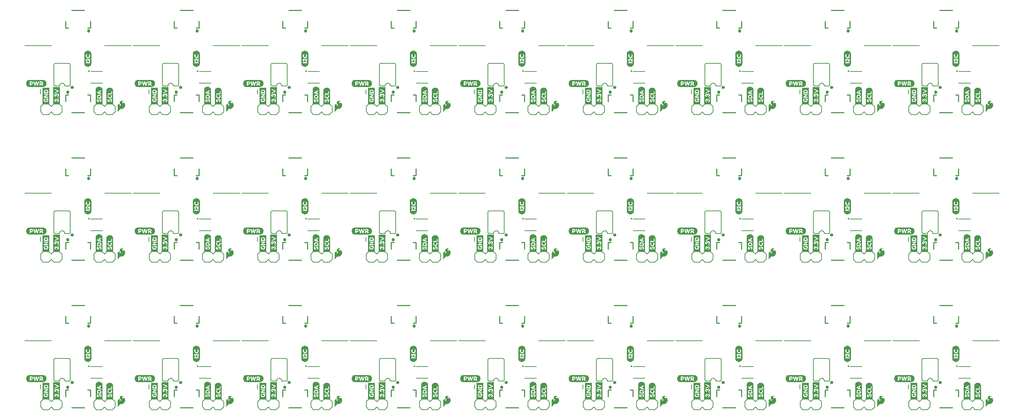
<source format=gto>
G75*
%MOIN*%
%OFA0B0*%
%FSLAX25Y25*%
%IPPOS*%
%LPD*%
%AMOC8*
5,1,8,0,0,1.08239X$1,22.5*
%
%ADD10C,0.00800*%
%ADD11C,0.00010*%
%ADD12C,0.01000*%
%ADD13C,0.01575*%
%ADD14C,0.00300*%
%ADD15C,0.01575*%
%ADD16R,0.00157X0.15276*%
%ADD17R,0.00157X0.03307*%
%ADD18R,0.00157X0.11024*%
%ADD19R,0.00157X0.02992*%
%ADD20R,0.00157X0.01260*%
%ADD21R,0.00157X0.01890*%
%ADD22R,0.00157X0.00630*%
%ADD23R,0.00157X0.02677*%
%ADD24R,0.00157X0.00787*%
%ADD25R,0.00157X0.01575*%
%ADD26R,0.00157X0.00472*%
%ADD27R,0.00157X0.02520*%
%ADD28R,0.00157X0.01417*%
%ADD29R,0.00157X0.02205*%
%ADD30R,0.00157X0.02362*%
%ADD31R,0.00157X0.02047*%
%ADD32R,0.00157X0.01102*%
%ADD33R,0.00157X0.00945*%
%ADD34R,0.00157X0.02835*%
%ADD35R,0.00157X0.01732*%
%ADD36R,0.00157X0.00157*%
%ADD37R,0.00157X0.00315*%
%ADD38R,0.00157X0.03150*%
%ADD39R,0.00157X0.15906*%
%ADD40R,0.00157X0.03937*%
%ADD41R,0.00157X0.07402*%
%ADD42R,0.00157X0.03622*%
%ADD43R,0.00157X0.03465*%
%ADD44R,0.00157X0.13858*%
%ADD45R,0.00157X0.14331*%
%ADD46R,0.00157X0.14646*%
%ADD47R,0.00157X0.14961*%
%ADD48R,0.00157X0.15118*%
%ADD49R,0.00157X0.15433*%
%ADD50R,0.00157X0.11969*%
%ADD51R,0.00157X0.04567*%
%ADD52R,0.00157X0.04409*%
%ADD53R,0.00157X0.04252*%
%ADD54R,0.00157X0.04094*%
%ADD55R,0.00157X0.03780*%
%ADD56R,0.00157X0.12913*%
%ADD57R,0.00157X0.13386*%
%ADD58R,0.00157X0.13701*%
%ADD59R,0.00157X0.14016*%
%ADD60R,0.00157X0.14173*%
%ADD61R,0.00157X0.14488*%
%ADD62R,0.00157X0.07087*%
%ADD63R,0.00157X0.04882*%
%ADD64R,0.00157X0.05039*%
%ADD65R,0.00157X0.05197*%
%ADD66C,0.00500*%
%ADD67R,0.14331X0.00157*%
%ADD68R,0.15276X0.00157*%
%ADD69R,0.15906X0.00157*%
%ADD70R,0.16535X0.00157*%
%ADD71R,0.16850X0.00157*%
%ADD72R,0.17165X0.00157*%
%ADD73R,0.17480X0.00157*%
%ADD74R,0.06614X0.00157*%
%ADD75R,0.04094X0.00157*%
%ADD76R,0.06772X0.00157*%
%ADD77R,0.02992X0.00157*%
%ADD78R,0.01260X0.00157*%
%ADD79R,0.01575X0.00157*%
%ADD80R,0.00630X0.00157*%
%ADD81R,0.03780X0.00157*%
%ADD82R,0.00787X0.00157*%
%ADD83R,0.00472X0.00157*%
%ADD84R,0.03465X0.00157*%
%ADD85R,0.03150X0.00157*%
%ADD86R,0.01102X0.00157*%
%ADD87R,0.03307X0.00157*%
%ADD88R,0.00315X0.00157*%
%ADD89R,0.00945X0.00157*%
%ADD90R,0.03622X0.00157*%
%ADD91R,0.01732X0.00157*%
%ADD92R,0.02205X0.00157*%
%ADD93R,0.01417X0.00157*%
%ADD94R,0.02835X0.00157*%
%ADD95R,0.01890X0.00157*%
%ADD96R,0.00157X0.10236*%
%ADD97R,0.00157X0.11181*%
%ADD98R,0.00157X0.11811*%
%ADD99R,0.00157X0.12441*%
%ADD100R,0.00157X0.12756*%
%ADD101R,0.00157X0.13071*%
%ADD102R,0.00157X0.05669*%
%ADD103R,0.00157X0.05827*%
%ADD104R,0.00157X0.05512*%
D10*
X0043400Y0030900D02*
X0045900Y0028400D01*
X0050900Y0028400D01*
X0053400Y0030900D01*
X0055900Y0028400D01*
X0060900Y0028400D01*
X0063400Y0030900D01*
X0063400Y0035900D01*
X0060900Y0038400D01*
X0055900Y0038400D01*
X0053400Y0035900D01*
X0050900Y0038400D01*
X0045900Y0038400D01*
X0043400Y0035900D01*
X0043400Y0030900D01*
X0057681Y0055200D02*
X0061000Y0055200D01*
X0061000Y0055400D02*
X0061002Y0055498D01*
X0061008Y0055596D01*
X0061017Y0055694D01*
X0061031Y0055791D01*
X0061048Y0055888D01*
X0061069Y0055984D01*
X0061094Y0056079D01*
X0061122Y0056173D01*
X0061155Y0056265D01*
X0061190Y0056357D01*
X0061230Y0056447D01*
X0061272Y0056535D01*
X0061319Y0056622D01*
X0061368Y0056706D01*
X0061421Y0056789D01*
X0061477Y0056869D01*
X0061537Y0056948D01*
X0061599Y0057024D01*
X0061664Y0057097D01*
X0061732Y0057168D01*
X0061803Y0057236D01*
X0061876Y0057301D01*
X0061952Y0057363D01*
X0062031Y0057423D01*
X0062111Y0057479D01*
X0062194Y0057532D01*
X0062278Y0057581D01*
X0062365Y0057628D01*
X0062453Y0057670D01*
X0062543Y0057710D01*
X0062635Y0057745D01*
X0062727Y0057778D01*
X0062821Y0057806D01*
X0062916Y0057831D01*
X0063012Y0057852D01*
X0063109Y0057869D01*
X0063206Y0057883D01*
X0063304Y0057892D01*
X0063402Y0057898D01*
X0063500Y0057900D01*
X0063598Y0057898D01*
X0063696Y0057892D01*
X0063794Y0057883D01*
X0063891Y0057869D01*
X0063988Y0057852D01*
X0064084Y0057831D01*
X0064179Y0057806D01*
X0064273Y0057778D01*
X0064365Y0057745D01*
X0064457Y0057710D01*
X0064547Y0057670D01*
X0064635Y0057628D01*
X0064722Y0057581D01*
X0064806Y0057532D01*
X0064889Y0057479D01*
X0064969Y0057423D01*
X0065048Y0057363D01*
X0065124Y0057301D01*
X0065197Y0057236D01*
X0065268Y0057168D01*
X0065336Y0057097D01*
X0065401Y0057024D01*
X0065463Y0056948D01*
X0065523Y0056869D01*
X0065579Y0056789D01*
X0065632Y0056706D01*
X0065681Y0056622D01*
X0065728Y0056535D01*
X0065770Y0056447D01*
X0065810Y0056357D01*
X0065845Y0056265D01*
X0065878Y0056173D01*
X0065906Y0056079D01*
X0065931Y0055984D01*
X0065952Y0055888D01*
X0065969Y0055791D01*
X0065983Y0055694D01*
X0065992Y0055596D01*
X0065998Y0055498D01*
X0066000Y0055400D01*
X0066000Y0055200D02*
X0069956Y0055200D01*
X0069956Y0055201D02*
X0070026Y0055213D01*
X0070096Y0055230D01*
X0070164Y0055250D01*
X0070232Y0055273D01*
X0070298Y0055301D01*
X0070362Y0055332D01*
X0070424Y0055366D01*
X0070485Y0055404D01*
X0070544Y0055444D01*
X0070600Y0055488D01*
X0070653Y0055535D01*
X0070705Y0055585D01*
X0070753Y0055638D01*
X0070798Y0055693D01*
X0070841Y0055750D01*
X0070880Y0055810D01*
X0070916Y0055872D01*
X0070948Y0055935D01*
X0070977Y0056000D01*
X0071003Y0056067D01*
X0071025Y0056135D01*
X0071043Y0056204D01*
X0071057Y0056274D01*
X0071067Y0056345D01*
X0071074Y0056416D01*
X0071077Y0056487D01*
X0071076Y0056558D01*
X0071071Y0056630D01*
X0071062Y0056700D01*
X0071063Y0056700D02*
X0071063Y0075494D01*
X0071062Y0075494D02*
X0071050Y0075564D01*
X0071033Y0075634D01*
X0071013Y0075702D01*
X0070989Y0075769D01*
X0070962Y0075835D01*
X0070931Y0075900D01*
X0070897Y0075962D01*
X0070859Y0076023D01*
X0070818Y0076081D01*
X0070774Y0076138D01*
X0070727Y0076191D01*
X0070677Y0076242D01*
X0070625Y0076291D01*
X0070570Y0076336D01*
X0070512Y0076379D01*
X0070453Y0076418D01*
X0070391Y0076454D01*
X0070327Y0076486D01*
X0070262Y0076515D01*
X0070196Y0076541D01*
X0070128Y0076562D01*
X0070058Y0076581D01*
X0069989Y0076595D01*
X0069918Y0076605D01*
X0069847Y0076612D01*
X0069776Y0076615D01*
X0069704Y0076614D01*
X0069633Y0076609D01*
X0069562Y0076600D01*
X0069563Y0076600D02*
X0057237Y0076600D01*
X0057161Y0076598D01*
X0057086Y0076592D01*
X0057010Y0076583D01*
X0056935Y0076569D01*
X0056861Y0076552D01*
X0056788Y0076531D01*
X0056716Y0076507D01*
X0056646Y0076479D01*
X0056577Y0076447D01*
X0056509Y0076412D01*
X0056444Y0076373D01*
X0056380Y0076331D01*
X0056319Y0076286D01*
X0056260Y0076238D01*
X0056204Y0076187D01*
X0056150Y0076133D01*
X0056099Y0076077D01*
X0056051Y0076018D01*
X0056006Y0075957D01*
X0055964Y0075893D01*
X0055925Y0075828D01*
X0055890Y0075760D01*
X0055858Y0075691D01*
X0055830Y0075621D01*
X0055806Y0075549D01*
X0055785Y0075476D01*
X0055768Y0075402D01*
X0055754Y0075327D01*
X0055745Y0075251D01*
X0055739Y0075176D01*
X0055737Y0075100D01*
X0055737Y0056700D01*
X0055749Y0056619D01*
X0055764Y0056539D01*
X0055783Y0056460D01*
X0055805Y0056382D01*
X0055832Y0056305D01*
X0055861Y0056229D01*
X0055895Y0056155D01*
X0055932Y0056083D01*
X0055972Y0056012D01*
X0056016Y0055944D01*
X0056063Y0055877D01*
X0056113Y0055813D01*
X0056166Y0055752D01*
X0056222Y0055693D01*
X0056281Y0055636D01*
X0056342Y0055583D01*
X0056406Y0055532D01*
X0056472Y0055485D01*
X0056540Y0055441D01*
X0056610Y0055400D01*
X0056682Y0055362D01*
X0056756Y0055328D01*
X0056832Y0055298D01*
X0056908Y0055271D01*
X0056986Y0055248D01*
X0057065Y0055228D01*
X0057145Y0055213D01*
X0057226Y0055201D01*
X0057306Y0055193D01*
X0057388Y0055189D01*
X0057469Y0055188D01*
X0057550Y0055192D01*
X0057631Y0055199D01*
X0090388Y0057790D02*
X0101412Y0057790D01*
X0101412Y0069010D02*
X0090388Y0069010D01*
X0103400Y0093400D02*
X0128400Y0093400D01*
X0130400Y0093400D02*
X0155400Y0093400D01*
X0159237Y0076600D02*
X0171563Y0076600D01*
X0171562Y0076600D02*
X0171633Y0076609D01*
X0171704Y0076614D01*
X0171776Y0076615D01*
X0171847Y0076612D01*
X0171918Y0076605D01*
X0171989Y0076595D01*
X0172058Y0076581D01*
X0172128Y0076562D01*
X0172196Y0076541D01*
X0172262Y0076515D01*
X0172327Y0076486D01*
X0172391Y0076454D01*
X0172453Y0076418D01*
X0172512Y0076379D01*
X0172570Y0076336D01*
X0172625Y0076291D01*
X0172677Y0076242D01*
X0172727Y0076191D01*
X0172774Y0076138D01*
X0172818Y0076081D01*
X0172859Y0076023D01*
X0172897Y0075962D01*
X0172931Y0075900D01*
X0172962Y0075835D01*
X0172989Y0075769D01*
X0173013Y0075702D01*
X0173033Y0075634D01*
X0173050Y0075564D01*
X0173062Y0075494D01*
X0173063Y0075494D02*
X0173063Y0056700D01*
X0173062Y0056700D02*
X0173071Y0056630D01*
X0173076Y0056558D01*
X0173077Y0056487D01*
X0173074Y0056416D01*
X0173067Y0056345D01*
X0173057Y0056274D01*
X0173043Y0056204D01*
X0173025Y0056135D01*
X0173003Y0056067D01*
X0172977Y0056000D01*
X0172948Y0055935D01*
X0172916Y0055872D01*
X0172880Y0055810D01*
X0172841Y0055750D01*
X0172798Y0055693D01*
X0172753Y0055638D01*
X0172705Y0055585D01*
X0172653Y0055535D01*
X0172600Y0055488D01*
X0172544Y0055444D01*
X0172485Y0055404D01*
X0172424Y0055366D01*
X0172362Y0055332D01*
X0172298Y0055301D01*
X0172232Y0055273D01*
X0172164Y0055250D01*
X0172096Y0055230D01*
X0172026Y0055213D01*
X0171956Y0055201D01*
X0171956Y0055200D02*
X0168000Y0055200D01*
X0168000Y0055400D02*
X0167998Y0055498D01*
X0167992Y0055596D01*
X0167983Y0055694D01*
X0167969Y0055791D01*
X0167952Y0055888D01*
X0167931Y0055984D01*
X0167906Y0056079D01*
X0167878Y0056173D01*
X0167845Y0056265D01*
X0167810Y0056357D01*
X0167770Y0056447D01*
X0167728Y0056535D01*
X0167681Y0056622D01*
X0167632Y0056706D01*
X0167579Y0056789D01*
X0167523Y0056869D01*
X0167463Y0056948D01*
X0167401Y0057024D01*
X0167336Y0057097D01*
X0167268Y0057168D01*
X0167197Y0057236D01*
X0167124Y0057301D01*
X0167048Y0057363D01*
X0166969Y0057423D01*
X0166889Y0057479D01*
X0166806Y0057532D01*
X0166722Y0057581D01*
X0166635Y0057628D01*
X0166547Y0057670D01*
X0166457Y0057710D01*
X0166365Y0057745D01*
X0166273Y0057778D01*
X0166179Y0057806D01*
X0166084Y0057831D01*
X0165988Y0057852D01*
X0165891Y0057869D01*
X0165794Y0057883D01*
X0165696Y0057892D01*
X0165598Y0057898D01*
X0165500Y0057900D01*
X0165402Y0057898D01*
X0165304Y0057892D01*
X0165206Y0057883D01*
X0165109Y0057869D01*
X0165012Y0057852D01*
X0164916Y0057831D01*
X0164821Y0057806D01*
X0164727Y0057778D01*
X0164635Y0057745D01*
X0164543Y0057710D01*
X0164453Y0057670D01*
X0164365Y0057628D01*
X0164278Y0057581D01*
X0164194Y0057532D01*
X0164111Y0057479D01*
X0164031Y0057423D01*
X0163952Y0057363D01*
X0163876Y0057301D01*
X0163803Y0057236D01*
X0163732Y0057168D01*
X0163664Y0057097D01*
X0163599Y0057024D01*
X0163537Y0056948D01*
X0163477Y0056869D01*
X0163421Y0056789D01*
X0163368Y0056706D01*
X0163319Y0056622D01*
X0163272Y0056535D01*
X0163230Y0056447D01*
X0163190Y0056357D01*
X0163155Y0056265D01*
X0163122Y0056173D01*
X0163094Y0056079D01*
X0163069Y0055984D01*
X0163048Y0055888D01*
X0163031Y0055791D01*
X0163017Y0055694D01*
X0163008Y0055596D01*
X0163002Y0055498D01*
X0163000Y0055400D01*
X0163000Y0055200D02*
X0159681Y0055200D01*
X0159631Y0055199D02*
X0159550Y0055192D01*
X0159469Y0055188D01*
X0159388Y0055189D01*
X0159306Y0055193D01*
X0159226Y0055201D01*
X0159145Y0055213D01*
X0159065Y0055228D01*
X0158986Y0055248D01*
X0158908Y0055271D01*
X0158832Y0055298D01*
X0158756Y0055328D01*
X0158682Y0055362D01*
X0158610Y0055400D01*
X0158540Y0055441D01*
X0158472Y0055485D01*
X0158406Y0055532D01*
X0158342Y0055583D01*
X0158281Y0055636D01*
X0158222Y0055693D01*
X0158166Y0055752D01*
X0158113Y0055813D01*
X0158063Y0055877D01*
X0158016Y0055944D01*
X0157972Y0056012D01*
X0157932Y0056083D01*
X0157895Y0056155D01*
X0157861Y0056229D01*
X0157832Y0056305D01*
X0157805Y0056382D01*
X0157783Y0056460D01*
X0157764Y0056539D01*
X0157749Y0056619D01*
X0157737Y0056700D01*
X0157737Y0075100D01*
X0157739Y0075176D01*
X0157745Y0075251D01*
X0157754Y0075327D01*
X0157768Y0075402D01*
X0157785Y0075476D01*
X0157806Y0075549D01*
X0157830Y0075621D01*
X0157858Y0075691D01*
X0157890Y0075760D01*
X0157925Y0075828D01*
X0157964Y0075893D01*
X0158006Y0075957D01*
X0158051Y0076018D01*
X0158099Y0076077D01*
X0158150Y0076133D01*
X0158204Y0076187D01*
X0158260Y0076238D01*
X0158319Y0076286D01*
X0158380Y0076331D01*
X0158444Y0076373D01*
X0158509Y0076412D01*
X0158577Y0076447D01*
X0158646Y0076479D01*
X0158716Y0076507D01*
X0158788Y0076531D01*
X0158861Y0076552D01*
X0158935Y0076569D01*
X0159010Y0076583D01*
X0159086Y0076592D01*
X0159161Y0076598D01*
X0159237Y0076600D01*
X0192388Y0069010D02*
X0203412Y0069010D01*
X0203412Y0057790D02*
X0192388Y0057790D01*
X0197900Y0038400D02*
X0195400Y0035900D01*
X0195400Y0030900D01*
X0197900Y0028400D01*
X0202900Y0028400D01*
X0205400Y0030900D01*
X0207900Y0028400D01*
X0212900Y0028400D01*
X0215400Y0030900D01*
X0215400Y0035900D01*
X0212900Y0038400D01*
X0207900Y0038400D01*
X0205400Y0035900D01*
X0202900Y0038400D01*
X0197900Y0038400D01*
X0165400Y0035900D02*
X0165400Y0030900D01*
X0162900Y0028400D01*
X0157900Y0028400D01*
X0155400Y0030900D01*
X0152900Y0028400D01*
X0147900Y0028400D01*
X0145400Y0030900D01*
X0145400Y0035900D01*
X0147900Y0038400D01*
X0152900Y0038400D01*
X0155400Y0035900D01*
X0157900Y0038400D01*
X0162900Y0038400D01*
X0165400Y0035900D01*
X0113400Y0035900D02*
X0113400Y0030900D01*
X0110900Y0028400D01*
X0105900Y0028400D01*
X0103400Y0030900D01*
X0100900Y0028400D01*
X0095900Y0028400D01*
X0093400Y0030900D01*
X0093400Y0035900D01*
X0095900Y0038400D01*
X0100900Y0038400D01*
X0103400Y0035900D01*
X0105900Y0038400D01*
X0110900Y0038400D01*
X0113400Y0035900D01*
X0053400Y0093400D02*
X0028400Y0093400D01*
X0045900Y0167400D02*
X0050900Y0167400D01*
X0053400Y0169900D01*
X0055900Y0167400D01*
X0060900Y0167400D01*
X0063400Y0169900D01*
X0063400Y0174900D01*
X0060900Y0177400D01*
X0055900Y0177400D01*
X0053400Y0174900D01*
X0050900Y0177400D01*
X0045900Y0177400D01*
X0043400Y0174900D01*
X0043400Y0169900D01*
X0045900Y0167400D01*
X0093400Y0169900D02*
X0095900Y0167400D01*
X0100900Y0167400D01*
X0103400Y0169900D01*
X0105900Y0167400D01*
X0110900Y0167400D01*
X0113400Y0169900D01*
X0113400Y0174900D01*
X0110900Y0177400D01*
X0105900Y0177400D01*
X0103400Y0174900D01*
X0100900Y0177400D01*
X0095900Y0177400D01*
X0093400Y0174900D01*
X0093400Y0169900D01*
X0090388Y0196790D02*
X0101412Y0196790D01*
X0101412Y0208010D02*
X0090388Y0208010D01*
X0071063Y0214494D02*
X0071063Y0195700D01*
X0071062Y0195700D02*
X0071071Y0195630D01*
X0071076Y0195558D01*
X0071077Y0195487D01*
X0071074Y0195416D01*
X0071067Y0195345D01*
X0071057Y0195274D01*
X0071043Y0195204D01*
X0071025Y0195135D01*
X0071003Y0195067D01*
X0070977Y0195000D01*
X0070948Y0194935D01*
X0070916Y0194872D01*
X0070880Y0194810D01*
X0070841Y0194750D01*
X0070798Y0194693D01*
X0070753Y0194638D01*
X0070705Y0194585D01*
X0070653Y0194535D01*
X0070600Y0194488D01*
X0070544Y0194444D01*
X0070485Y0194404D01*
X0070424Y0194366D01*
X0070362Y0194332D01*
X0070298Y0194301D01*
X0070232Y0194273D01*
X0070164Y0194250D01*
X0070096Y0194230D01*
X0070026Y0194213D01*
X0069956Y0194201D01*
X0069956Y0194200D02*
X0066000Y0194200D01*
X0066000Y0194400D02*
X0065998Y0194498D01*
X0065992Y0194596D01*
X0065983Y0194694D01*
X0065969Y0194791D01*
X0065952Y0194888D01*
X0065931Y0194984D01*
X0065906Y0195079D01*
X0065878Y0195173D01*
X0065845Y0195265D01*
X0065810Y0195357D01*
X0065770Y0195447D01*
X0065728Y0195535D01*
X0065681Y0195622D01*
X0065632Y0195706D01*
X0065579Y0195789D01*
X0065523Y0195869D01*
X0065463Y0195948D01*
X0065401Y0196024D01*
X0065336Y0196097D01*
X0065268Y0196168D01*
X0065197Y0196236D01*
X0065124Y0196301D01*
X0065048Y0196363D01*
X0064969Y0196423D01*
X0064889Y0196479D01*
X0064806Y0196532D01*
X0064722Y0196581D01*
X0064635Y0196628D01*
X0064547Y0196670D01*
X0064457Y0196710D01*
X0064365Y0196745D01*
X0064273Y0196778D01*
X0064179Y0196806D01*
X0064084Y0196831D01*
X0063988Y0196852D01*
X0063891Y0196869D01*
X0063794Y0196883D01*
X0063696Y0196892D01*
X0063598Y0196898D01*
X0063500Y0196900D01*
X0063402Y0196898D01*
X0063304Y0196892D01*
X0063206Y0196883D01*
X0063109Y0196869D01*
X0063012Y0196852D01*
X0062916Y0196831D01*
X0062821Y0196806D01*
X0062727Y0196778D01*
X0062635Y0196745D01*
X0062543Y0196710D01*
X0062453Y0196670D01*
X0062365Y0196628D01*
X0062278Y0196581D01*
X0062194Y0196532D01*
X0062111Y0196479D01*
X0062031Y0196423D01*
X0061952Y0196363D01*
X0061876Y0196301D01*
X0061803Y0196236D01*
X0061732Y0196168D01*
X0061664Y0196097D01*
X0061599Y0196024D01*
X0061537Y0195948D01*
X0061477Y0195869D01*
X0061421Y0195789D01*
X0061368Y0195706D01*
X0061319Y0195622D01*
X0061272Y0195535D01*
X0061230Y0195447D01*
X0061190Y0195357D01*
X0061155Y0195265D01*
X0061122Y0195173D01*
X0061094Y0195079D01*
X0061069Y0194984D01*
X0061048Y0194888D01*
X0061031Y0194791D01*
X0061017Y0194694D01*
X0061008Y0194596D01*
X0061002Y0194498D01*
X0061000Y0194400D01*
X0061000Y0194200D02*
X0057681Y0194200D01*
X0057631Y0194199D02*
X0057550Y0194192D01*
X0057469Y0194188D01*
X0057388Y0194189D01*
X0057306Y0194193D01*
X0057226Y0194201D01*
X0057145Y0194213D01*
X0057065Y0194228D01*
X0056986Y0194248D01*
X0056908Y0194271D01*
X0056832Y0194298D01*
X0056756Y0194328D01*
X0056682Y0194362D01*
X0056610Y0194400D01*
X0056540Y0194441D01*
X0056472Y0194485D01*
X0056406Y0194532D01*
X0056342Y0194583D01*
X0056281Y0194636D01*
X0056222Y0194693D01*
X0056166Y0194752D01*
X0056113Y0194813D01*
X0056063Y0194877D01*
X0056016Y0194944D01*
X0055972Y0195012D01*
X0055932Y0195083D01*
X0055895Y0195155D01*
X0055861Y0195229D01*
X0055832Y0195305D01*
X0055805Y0195382D01*
X0055783Y0195460D01*
X0055764Y0195539D01*
X0055749Y0195619D01*
X0055737Y0195700D01*
X0055737Y0214100D01*
X0055739Y0214176D01*
X0055745Y0214251D01*
X0055754Y0214327D01*
X0055768Y0214402D01*
X0055785Y0214476D01*
X0055806Y0214549D01*
X0055830Y0214621D01*
X0055858Y0214691D01*
X0055890Y0214760D01*
X0055925Y0214828D01*
X0055964Y0214893D01*
X0056006Y0214957D01*
X0056051Y0215018D01*
X0056099Y0215077D01*
X0056150Y0215133D01*
X0056204Y0215187D01*
X0056260Y0215238D01*
X0056319Y0215286D01*
X0056380Y0215331D01*
X0056444Y0215373D01*
X0056509Y0215412D01*
X0056577Y0215447D01*
X0056646Y0215479D01*
X0056716Y0215507D01*
X0056788Y0215531D01*
X0056861Y0215552D01*
X0056935Y0215569D01*
X0057010Y0215583D01*
X0057086Y0215592D01*
X0057161Y0215598D01*
X0057237Y0215600D01*
X0069563Y0215600D01*
X0069562Y0215600D02*
X0069633Y0215609D01*
X0069704Y0215614D01*
X0069776Y0215615D01*
X0069847Y0215612D01*
X0069918Y0215605D01*
X0069989Y0215595D01*
X0070058Y0215581D01*
X0070128Y0215562D01*
X0070196Y0215541D01*
X0070262Y0215515D01*
X0070327Y0215486D01*
X0070391Y0215454D01*
X0070453Y0215418D01*
X0070512Y0215379D01*
X0070570Y0215336D01*
X0070625Y0215291D01*
X0070677Y0215242D01*
X0070727Y0215191D01*
X0070774Y0215138D01*
X0070818Y0215081D01*
X0070859Y0215023D01*
X0070897Y0214962D01*
X0070931Y0214900D01*
X0070962Y0214835D01*
X0070989Y0214769D01*
X0071013Y0214702D01*
X0071033Y0214634D01*
X0071050Y0214564D01*
X0071062Y0214494D01*
X0053400Y0232400D02*
X0028400Y0232400D01*
X0103400Y0232400D02*
X0128400Y0232400D01*
X0130400Y0232400D02*
X0155400Y0232400D01*
X0159237Y0215600D02*
X0171563Y0215600D01*
X0171562Y0215600D02*
X0171633Y0215609D01*
X0171704Y0215614D01*
X0171776Y0215615D01*
X0171847Y0215612D01*
X0171918Y0215605D01*
X0171989Y0215595D01*
X0172058Y0215581D01*
X0172128Y0215562D01*
X0172196Y0215541D01*
X0172262Y0215515D01*
X0172327Y0215486D01*
X0172391Y0215454D01*
X0172453Y0215418D01*
X0172512Y0215379D01*
X0172570Y0215336D01*
X0172625Y0215291D01*
X0172677Y0215242D01*
X0172727Y0215191D01*
X0172774Y0215138D01*
X0172818Y0215081D01*
X0172859Y0215023D01*
X0172897Y0214962D01*
X0172931Y0214900D01*
X0172962Y0214835D01*
X0172989Y0214769D01*
X0173013Y0214702D01*
X0173033Y0214634D01*
X0173050Y0214564D01*
X0173062Y0214494D01*
X0173063Y0214494D02*
X0173063Y0195700D01*
X0173062Y0195700D02*
X0173071Y0195630D01*
X0173076Y0195558D01*
X0173077Y0195487D01*
X0173074Y0195416D01*
X0173067Y0195345D01*
X0173057Y0195274D01*
X0173043Y0195204D01*
X0173025Y0195135D01*
X0173003Y0195067D01*
X0172977Y0195000D01*
X0172948Y0194935D01*
X0172916Y0194872D01*
X0172880Y0194810D01*
X0172841Y0194750D01*
X0172798Y0194693D01*
X0172753Y0194638D01*
X0172705Y0194585D01*
X0172653Y0194535D01*
X0172600Y0194488D01*
X0172544Y0194444D01*
X0172485Y0194404D01*
X0172424Y0194366D01*
X0172362Y0194332D01*
X0172298Y0194301D01*
X0172232Y0194273D01*
X0172164Y0194250D01*
X0172096Y0194230D01*
X0172026Y0194213D01*
X0171956Y0194201D01*
X0171956Y0194200D02*
X0168000Y0194200D01*
X0168000Y0194400D02*
X0167998Y0194498D01*
X0167992Y0194596D01*
X0167983Y0194694D01*
X0167969Y0194791D01*
X0167952Y0194888D01*
X0167931Y0194984D01*
X0167906Y0195079D01*
X0167878Y0195173D01*
X0167845Y0195265D01*
X0167810Y0195357D01*
X0167770Y0195447D01*
X0167728Y0195535D01*
X0167681Y0195622D01*
X0167632Y0195706D01*
X0167579Y0195789D01*
X0167523Y0195869D01*
X0167463Y0195948D01*
X0167401Y0196024D01*
X0167336Y0196097D01*
X0167268Y0196168D01*
X0167197Y0196236D01*
X0167124Y0196301D01*
X0167048Y0196363D01*
X0166969Y0196423D01*
X0166889Y0196479D01*
X0166806Y0196532D01*
X0166722Y0196581D01*
X0166635Y0196628D01*
X0166547Y0196670D01*
X0166457Y0196710D01*
X0166365Y0196745D01*
X0166273Y0196778D01*
X0166179Y0196806D01*
X0166084Y0196831D01*
X0165988Y0196852D01*
X0165891Y0196869D01*
X0165794Y0196883D01*
X0165696Y0196892D01*
X0165598Y0196898D01*
X0165500Y0196900D01*
X0165402Y0196898D01*
X0165304Y0196892D01*
X0165206Y0196883D01*
X0165109Y0196869D01*
X0165012Y0196852D01*
X0164916Y0196831D01*
X0164821Y0196806D01*
X0164727Y0196778D01*
X0164635Y0196745D01*
X0164543Y0196710D01*
X0164453Y0196670D01*
X0164365Y0196628D01*
X0164278Y0196581D01*
X0164194Y0196532D01*
X0164111Y0196479D01*
X0164031Y0196423D01*
X0163952Y0196363D01*
X0163876Y0196301D01*
X0163803Y0196236D01*
X0163732Y0196168D01*
X0163664Y0196097D01*
X0163599Y0196024D01*
X0163537Y0195948D01*
X0163477Y0195869D01*
X0163421Y0195789D01*
X0163368Y0195706D01*
X0163319Y0195622D01*
X0163272Y0195535D01*
X0163230Y0195447D01*
X0163190Y0195357D01*
X0163155Y0195265D01*
X0163122Y0195173D01*
X0163094Y0195079D01*
X0163069Y0194984D01*
X0163048Y0194888D01*
X0163031Y0194791D01*
X0163017Y0194694D01*
X0163008Y0194596D01*
X0163002Y0194498D01*
X0163000Y0194400D01*
X0163000Y0194200D02*
X0159681Y0194200D01*
X0159631Y0194199D02*
X0159550Y0194192D01*
X0159469Y0194188D01*
X0159388Y0194189D01*
X0159306Y0194193D01*
X0159226Y0194201D01*
X0159145Y0194213D01*
X0159065Y0194228D01*
X0158986Y0194248D01*
X0158908Y0194271D01*
X0158832Y0194298D01*
X0158756Y0194328D01*
X0158682Y0194362D01*
X0158610Y0194400D01*
X0158540Y0194441D01*
X0158472Y0194485D01*
X0158406Y0194532D01*
X0158342Y0194583D01*
X0158281Y0194636D01*
X0158222Y0194693D01*
X0158166Y0194752D01*
X0158113Y0194813D01*
X0158063Y0194877D01*
X0158016Y0194944D01*
X0157972Y0195012D01*
X0157932Y0195083D01*
X0157895Y0195155D01*
X0157861Y0195229D01*
X0157832Y0195305D01*
X0157805Y0195382D01*
X0157783Y0195460D01*
X0157764Y0195539D01*
X0157749Y0195619D01*
X0157737Y0195700D01*
X0157737Y0214100D01*
X0157739Y0214176D01*
X0157745Y0214251D01*
X0157754Y0214327D01*
X0157768Y0214402D01*
X0157785Y0214476D01*
X0157806Y0214549D01*
X0157830Y0214621D01*
X0157858Y0214691D01*
X0157890Y0214760D01*
X0157925Y0214828D01*
X0157964Y0214893D01*
X0158006Y0214957D01*
X0158051Y0215018D01*
X0158099Y0215077D01*
X0158150Y0215133D01*
X0158204Y0215187D01*
X0158260Y0215238D01*
X0158319Y0215286D01*
X0158380Y0215331D01*
X0158444Y0215373D01*
X0158509Y0215412D01*
X0158577Y0215447D01*
X0158646Y0215479D01*
X0158716Y0215507D01*
X0158788Y0215531D01*
X0158861Y0215552D01*
X0158935Y0215569D01*
X0159010Y0215583D01*
X0159086Y0215592D01*
X0159161Y0215598D01*
X0159237Y0215600D01*
X0192388Y0208010D02*
X0203412Y0208010D01*
X0203412Y0196790D02*
X0192388Y0196790D01*
X0197900Y0177400D02*
X0195400Y0174900D01*
X0195400Y0169900D01*
X0197900Y0167400D01*
X0202900Y0167400D01*
X0205400Y0169900D01*
X0207900Y0167400D01*
X0212900Y0167400D01*
X0215400Y0169900D01*
X0215400Y0174900D01*
X0212900Y0177400D01*
X0207900Y0177400D01*
X0205400Y0174900D01*
X0202900Y0177400D01*
X0197900Y0177400D01*
X0165400Y0174900D02*
X0165400Y0169900D01*
X0162900Y0167400D01*
X0157900Y0167400D01*
X0155400Y0169900D01*
X0152900Y0167400D01*
X0147900Y0167400D01*
X0145400Y0169900D01*
X0145400Y0174900D01*
X0147900Y0177400D01*
X0152900Y0177400D01*
X0155400Y0174900D01*
X0157900Y0177400D01*
X0162900Y0177400D01*
X0165400Y0174900D01*
X0247400Y0174900D02*
X0247400Y0169900D01*
X0249900Y0167400D01*
X0254900Y0167400D01*
X0257400Y0169900D01*
X0259900Y0167400D01*
X0264900Y0167400D01*
X0267400Y0169900D01*
X0267400Y0174900D01*
X0264900Y0177400D01*
X0259900Y0177400D01*
X0257400Y0174900D01*
X0254900Y0177400D01*
X0249900Y0177400D01*
X0247400Y0174900D01*
X0261681Y0194200D02*
X0265000Y0194200D01*
X0265000Y0194400D02*
X0265002Y0194498D01*
X0265008Y0194596D01*
X0265017Y0194694D01*
X0265031Y0194791D01*
X0265048Y0194888D01*
X0265069Y0194984D01*
X0265094Y0195079D01*
X0265122Y0195173D01*
X0265155Y0195265D01*
X0265190Y0195357D01*
X0265230Y0195447D01*
X0265272Y0195535D01*
X0265319Y0195622D01*
X0265368Y0195706D01*
X0265421Y0195789D01*
X0265477Y0195869D01*
X0265537Y0195948D01*
X0265599Y0196024D01*
X0265664Y0196097D01*
X0265732Y0196168D01*
X0265803Y0196236D01*
X0265876Y0196301D01*
X0265952Y0196363D01*
X0266031Y0196423D01*
X0266111Y0196479D01*
X0266194Y0196532D01*
X0266278Y0196581D01*
X0266365Y0196628D01*
X0266453Y0196670D01*
X0266543Y0196710D01*
X0266635Y0196745D01*
X0266727Y0196778D01*
X0266821Y0196806D01*
X0266916Y0196831D01*
X0267012Y0196852D01*
X0267109Y0196869D01*
X0267206Y0196883D01*
X0267304Y0196892D01*
X0267402Y0196898D01*
X0267500Y0196900D01*
X0267598Y0196898D01*
X0267696Y0196892D01*
X0267794Y0196883D01*
X0267891Y0196869D01*
X0267988Y0196852D01*
X0268084Y0196831D01*
X0268179Y0196806D01*
X0268273Y0196778D01*
X0268365Y0196745D01*
X0268457Y0196710D01*
X0268547Y0196670D01*
X0268635Y0196628D01*
X0268722Y0196581D01*
X0268806Y0196532D01*
X0268889Y0196479D01*
X0268969Y0196423D01*
X0269048Y0196363D01*
X0269124Y0196301D01*
X0269197Y0196236D01*
X0269268Y0196168D01*
X0269336Y0196097D01*
X0269401Y0196024D01*
X0269463Y0195948D01*
X0269523Y0195869D01*
X0269579Y0195789D01*
X0269632Y0195706D01*
X0269681Y0195622D01*
X0269728Y0195535D01*
X0269770Y0195447D01*
X0269810Y0195357D01*
X0269845Y0195265D01*
X0269878Y0195173D01*
X0269906Y0195079D01*
X0269931Y0194984D01*
X0269952Y0194888D01*
X0269969Y0194791D01*
X0269983Y0194694D01*
X0269992Y0194596D01*
X0269998Y0194498D01*
X0270000Y0194400D01*
X0270000Y0194200D02*
X0273956Y0194200D01*
X0273956Y0194201D02*
X0274026Y0194213D01*
X0274096Y0194230D01*
X0274164Y0194250D01*
X0274232Y0194273D01*
X0274298Y0194301D01*
X0274362Y0194332D01*
X0274424Y0194366D01*
X0274485Y0194404D01*
X0274544Y0194444D01*
X0274600Y0194488D01*
X0274653Y0194535D01*
X0274705Y0194585D01*
X0274753Y0194638D01*
X0274798Y0194693D01*
X0274841Y0194750D01*
X0274880Y0194810D01*
X0274916Y0194872D01*
X0274948Y0194935D01*
X0274977Y0195000D01*
X0275003Y0195067D01*
X0275025Y0195135D01*
X0275043Y0195204D01*
X0275057Y0195274D01*
X0275067Y0195345D01*
X0275074Y0195416D01*
X0275077Y0195487D01*
X0275076Y0195558D01*
X0275071Y0195630D01*
X0275062Y0195700D01*
X0275063Y0195700D02*
X0275063Y0214494D01*
X0275062Y0214494D02*
X0275050Y0214564D01*
X0275033Y0214634D01*
X0275013Y0214702D01*
X0274989Y0214769D01*
X0274962Y0214835D01*
X0274931Y0214900D01*
X0274897Y0214962D01*
X0274859Y0215023D01*
X0274818Y0215081D01*
X0274774Y0215138D01*
X0274727Y0215191D01*
X0274677Y0215242D01*
X0274625Y0215291D01*
X0274570Y0215336D01*
X0274512Y0215379D01*
X0274453Y0215418D01*
X0274391Y0215454D01*
X0274327Y0215486D01*
X0274262Y0215515D01*
X0274196Y0215541D01*
X0274128Y0215562D01*
X0274058Y0215581D01*
X0273989Y0215595D01*
X0273918Y0215605D01*
X0273847Y0215612D01*
X0273776Y0215615D01*
X0273704Y0215614D01*
X0273633Y0215609D01*
X0273562Y0215600D01*
X0273563Y0215600D02*
X0261237Y0215600D01*
X0261161Y0215598D01*
X0261086Y0215592D01*
X0261010Y0215583D01*
X0260935Y0215569D01*
X0260861Y0215552D01*
X0260788Y0215531D01*
X0260716Y0215507D01*
X0260646Y0215479D01*
X0260577Y0215447D01*
X0260509Y0215412D01*
X0260444Y0215373D01*
X0260380Y0215331D01*
X0260319Y0215286D01*
X0260260Y0215238D01*
X0260204Y0215187D01*
X0260150Y0215133D01*
X0260099Y0215077D01*
X0260051Y0215018D01*
X0260006Y0214957D01*
X0259964Y0214893D01*
X0259925Y0214828D01*
X0259890Y0214760D01*
X0259858Y0214691D01*
X0259830Y0214621D01*
X0259806Y0214549D01*
X0259785Y0214476D01*
X0259768Y0214402D01*
X0259754Y0214327D01*
X0259745Y0214251D01*
X0259739Y0214176D01*
X0259737Y0214100D01*
X0259737Y0195700D01*
X0259749Y0195619D01*
X0259764Y0195539D01*
X0259783Y0195460D01*
X0259805Y0195382D01*
X0259832Y0195305D01*
X0259861Y0195229D01*
X0259895Y0195155D01*
X0259932Y0195083D01*
X0259972Y0195012D01*
X0260016Y0194944D01*
X0260063Y0194877D01*
X0260113Y0194813D01*
X0260166Y0194752D01*
X0260222Y0194693D01*
X0260281Y0194636D01*
X0260342Y0194583D01*
X0260406Y0194532D01*
X0260472Y0194485D01*
X0260540Y0194441D01*
X0260610Y0194400D01*
X0260682Y0194362D01*
X0260756Y0194328D01*
X0260832Y0194298D01*
X0260908Y0194271D01*
X0260986Y0194248D01*
X0261065Y0194228D01*
X0261145Y0194213D01*
X0261226Y0194201D01*
X0261306Y0194193D01*
X0261388Y0194189D01*
X0261469Y0194188D01*
X0261550Y0194192D01*
X0261631Y0194199D01*
X0294388Y0196790D02*
X0305412Y0196790D01*
X0305412Y0208010D02*
X0294388Y0208010D01*
X0307400Y0232400D02*
X0332400Y0232400D01*
X0334400Y0232400D02*
X0359400Y0232400D01*
X0363237Y0215600D02*
X0375563Y0215600D01*
X0375562Y0215600D02*
X0375633Y0215609D01*
X0375704Y0215614D01*
X0375776Y0215615D01*
X0375847Y0215612D01*
X0375918Y0215605D01*
X0375989Y0215595D01*
X0376058Y0215581D01*
X0376128Y0215562D01*
X0376196Y0215541D01*
X0376262Y0215515D01*
X0376327Y0215486D01*
X0376391Y0215454D01*
X0376453Y0215418D01*
X0376512Y0215379D01*
X0376570Y0215336D01*
X0376625Y0215291D01*
X0376677Y0215242D01*
X0376727Y0215191D01*
X0376774Y0215138D01*
X0376818Y0215081D01*
X0376859Y0215023D01*
X0376897Y0214962D01*
X0376931Y0214900D01*
X0376962Y0214835D01*
X0376989Y0214769D01*
X0377013Y0214702D01*
X0377033Y0214634D01*
X0377050Y0214564D01*
X0377062Y0214494D01*
X0377063Y0214494D02*
X0377063Y0195700D01*
X0377062Y0195700D02*
X0377071Y0195630D01*
X0377076Y0195558D01*
X0377077Y0195487D01*
X0377074Y0195416D01*
X0377067Y0195345D01*
X0377057Y0195274D01*
X0377043Y0195204D01*
X0377025Y0195135D01*
X0377003Y0195067D01*
X0376977Y0195000D01*
X0376948Y0194935D01*
X0376916Y0194872D01*
X0376880Y0194810D01*
X0376841Y0194750D01*
X0376798Y0194693D01*
X0376753Y0194638D01*
X0376705Y0194585D01*
X0376653Y0194535D01*
X0376600Y0194488D01*
X0376544Y0194444D01*
X0376485Y0194404D01*
X0376424Y0194366D01*
X0376362Y0194332D01*
X0376298Y0194301D01*
X0376232Y0194273D01*
X0376164Y0194250D01*
X0376096Y0194230D01*
X0376026Y0194213D01*
X0375956Y0194201D01*
X0375956Y0194200D02*
X0372000Y0194200D01*
X0372000Y0194400D02*
X0371998Y0194498D01*
X0371992Y0194596D01*
X0371983Y0194694D01*
X0371969Y0194791D01*
X0371952Y0194888D01*
X0371931Y0194984D01*
X0371906Y0195079D01*
X0371878Y0195173D01*
X0371845Y0195265D01*
X0371810Y0195357D01*
X0371770Y0195447D01*
X0371728Y0195535D01*
X0371681Y0195622D01*
X0371632Y0195706D01*
X0371579Y0195789D01*
X0371523Y0195869D01*
X0371463Y0195948D01*
X0371401Y0196024D01*
X0371336Y0196097D01*
X0371268Y0196168D01*
X0371197Y0196236D01*
X0371124Y0196301D01*
X0371048Y0196363D01*
X0370969Y0196423D01*
X0370889Y0196479D01*
X0370806Y0196532D01*
X0370722Y0196581D01*
X0370635Y0196628D01*
X0370547Y0196670D01*
X0370457Y0196710D01*
X0370365Y0196745D01*
X0370273Y0196778D01*
X0370179Y0196806D01*
X0370084Y0196831D01*
X0369988Y0196852D01*
X0369891Y0196869D01*
X0369794Y0196883D01*
X0369696Y0196892D01*
X0369598Y0196898D01*
X0369500Y0196900D01*
X0369402Y0196898D01*
X0369304Y0196892D01*
X0369206Y0196883D01*
X0369109Y0196869D01*
X0369012Y0196852D01*
X0368916Y0196831D01*
X0368821Y0196806D01*
X0368727Y0196778D01*
X0368635Y0196745D01*
X0368543Y0196710D01*
X0368453Y0196670D01*
X0368365Y0196628D01*
X0368278Y0196581D01*
X0368194Y0196532D01*
X0368111Y0196479D01*
X0368031Y0196423D01*
X0367952Y0196363D01*
X0367876Y0196301D01*
X0367803Y0196236D01*
X0367732Y0196168D01*
X0367664Y0196097D01*
X0367599Y0196024D01*
X0367537Y0195948D01*
X0367477Y0195869D01*
X0367421Y0195789D01*
X0367368Y0195706D01*
X0367319Y0195622D01*
X0367272Y0195535D01*
X0367230Y0195447D01*
X0367190Y0195357D01*
X0367155Y0195265D01*
X0367122Y0195173D01*
X0367094Y0195079D01*
X0367069Y0194984D01*
X0367048Y0194888D01*
X0367031Y0194791D01*
X0367017Y0194694D01*
X0367008Y0194596D01*
X0367002Y0194498D01*
X0367000Y0194400D01*
X0367000Y0194200D02*
X0363681Y0194200D01*
X0363631Y0194199D02*
X0363550Y0194192D01*
X0363469Y0194188D01*
X0363388Y0194189D01*
X0363306Y0194193D01*
X0363226Y0194201D01*
X0363145Y0194213D01*
X0363065Y0194228D01*
X0362986Y0194248D01*
X0362908Y0194271D01*
X0362832Y0194298D01*
X0362756Y0194328D01*
X0362682Y0194362D01*
X0362610Y0194400D01*
X0362540Y0194441D01*
X0362472Y0194485D01*
X0362406Y0194532D01*
X0362342Y0194583D01*
X0362281Y0194636D01*
X0362222Y0194693D01*
X0362166Y0194752D01*
X0362113Y0194813D01*
X0362063Y0194877D01*
X0362016Y0194944D01*
X0361972Y0195012D01*
X0361932Y0195083D01*
X0361895Y0195155D01*
X0361861Y0195229D01*
X0361832Y0195305D01*
X0361805Y0195382D01*
X0361783Y0195460D01*
X0361764Y0195539D01*
X0361749Y0195619D01*
X0361737Y0195700D01*
X0361737Y0214100D01*
X0361739Y0214176D01*
X0361745Y0214251D01*
X0361754Y0214327D01*
X0361768Y0214402D01*
X0361785Y0214476D01*
X0361806Y0214549D01*
X0361830Y0214621D01*
X0361858Y0214691D01*
X0361890Y0214760D01*
X0361925Y0214828D01*
X0361964Y0214893D01*
X0362006Y0214957D01*
X0362051Y0215018D01*
X0362099Y0215077D01*
X0362150Y0215133D01*
X0362204Y0215187D01*
X0362260Y0215238D01*
X0362319Y0215286D01*
X0362380Y0215331D01*
X0362444Y0215373D01*
X0362509Y0215412D01*
X0362577Y0215447D01*
X0362646Y0215479D01*
X0362716Y0215507D01*
X0362788Y0215531D01*
X0362861Y0215552D01*
X0362935Y0215569D01*
X0363010Y0215583D01*
X0363086Y0215592D01*
X0363161Y0215598D01*
X0363237Y0215600D01*
X0396388Y0208010D02*
X0407412Y0208010D01*
X0407412Y0196790D02*
X0396388Y0196790D01*
X0401900Y0177400D02*
X0399400Y0174900D01*
X0399400Y0169900D01*
X0401900Y0167400D01*
X0406900Y0167400D01*
X0409400Y0169900D01*
X0411900Y0167400D01*
X0416900Y0167400D01*
X0419400Y0169900D01*
X0419400Y0174900D01*
X0416900Y0177400D01*
X0411900Y0177400D01*
X0409400Y0174900D01*
X0406900Y0177400D01*
X0401900Y0177400D01*
X0369400Y0174900D02*
X0369400Y0169900D01*
X0366900Y0167400D01*
X0361900Y0167400D01*
X0359400Y0169900D01*
X0356900Y0167400D01*
X0351900Y0167400D01*
X0349400Y0169900D01*
X0349400Y0174900D01*
X0351900Y0177400D01*
X0356900Y0177400D01*
X0359400Y0174900D01*
X0361900Y0177400D01*
X0366900Y0177400D01*
X0369400Y0174900D01*
X0317400Y0174900D02*
X0317400Y0169900D01*
X0314900Y0167400D01*
X0309900Y0167400D01*
X0307400Y0169900D01*
X0304900Y0167400D01*
X0299900Y0167400D01*
X0297400Y0169900D01*
X0297400Y0174900D01*
X0299900Y0177400D01*
X0304900Y0177400D01*
X0307400Y0174900D01*
X0309900Y0177400D01*
X0314900Y0177400D01*
X0317400Y0174900D01*
X0257400Y0232400D02*
X0232400Y0232400D01*
X0230400Y0232400D02*
X0205400Y0232400D01*
X0202900Y0306400D02*
X0197900Y0306400D01*
X0195400Y0308900D01*
X0195400Y0313900D01*
X0197900Y0316400D01*
X0202900Y0316400D01*
X0205400Y0313900D01*
X0207900Y0316400D01*
X0212900Y0316400D01*
X0215400Y0313900D01*
X0215400Y0308900D01*
X0212900Y0306400D01*
X0207900Y0306400D01*
X0205400Y0308900D01*
X0202900Y0306400D01*
X0165400Y0308900D02*
X0165400Y0313900D01*
X0162900Y0316400D01*
X0157900Y0316400D01*
X0155400Y0313900D01*
X0152900Y0316400D01*
X0147900Y0316400D01*
X0145400Y0313900D01*
X0145400Y0308900D01*
X0147900Y0306400D01*
X0152900Y0306400D01*
X0155400Y0308900D01*
X0157900Y0306400D01*
X0162900Y0306400D01*
X0165400Y0308900D01*
X0163000Y0333200D02*
X0159681Y0333200D01*
X0159631Y0333199D02*
X0159550Y0333192D01*
X0159469Y0333188D01*
X0159388Y0333189D01*
X0159306Y0333193D01*
X0159226Y0333201D01*
X0159145Y0333213D01*
X0159065Y0333228D01*
X0158986Y0333248D01*
X0158908Y0333271D01*
X0158832Y0333298D01*
X0158756Y0333328D01*
X0158682Y0333362D01*
X0158610Y0333400D01*
X0158540Y0333441D01*
X0158472Y0333485D01*
X0158406Y0333532D01*
X0158342Y0333583D01*
X0158281Y0333636D01*
X0158222Y0333693D01*
X0158166Y0333752D01*
X0158113Y0333813D01*
X0158063Y0333877D01*
X0158016Y0333944D01*
X0157972Y0334012D01*
X0157932Y0334083D01*
X0157895Y0334155D01*
X0157861Y0334229D01*
X0157832Y0334305D01*
X0157805Y0334382D01*
X0157783Y0334460D01*
X0157764Y0334539D01*
X0157749Y0334619D01*
X0157737Y0334700D01*
X0157737Y0353100D01*
X0157739Y0353176D01*
X0157745Y0353251D01*
X0157754Y0353327D01*
X0157768Y0353402D01*
X0157785Y0353476D01*
X0157806Y0353549D01*
X0157830Y0353621D01*
X0157858Y0353691D01*
X0157890Y0353760D01*
X0157925Y0353828D01*
X0157964Y0353893D01*
X0158006Y0353957D01*
X0158051Y0354018D01*
X0158099Y0354077D01*
X0158150Y0354133D01*
X0158204Y0354187D01*
X0158260Y0354238D01*
X0158319Y0354286D01*
X0158380Y0354331D01*
X0158444Y0354373D01*
X0158509Y0354412D01*
X0158577Y0354447D01*
X0158646Y0354479D01*
X0158716Y0354507D01*
X0158788Y0354531D01*
X0158861Y0354552D01*
X0158935Y0354569D01*
X0159010Y0354583D01*
X0159086Y0354592D01*
X0159161Y0354598D01*
X0159237Y0354600D01*
X0171563Y0354600D01*
X0171562Y0354600D02*
X0171633Y0354609D01*
X0171704Y0354614D01*
X0171776Y0354615D01*
X0171847Y0354612D01*
X0171918Y0354605D01*
X0171989Y0354595D01*
X0172058Y0354581D01*
X0172128Y0354562D01*
X0172196Y0354541D01*
X0172262Y0354515D01*
X0172327Y0354486D01*
X0172391Y0354454D01*
X0172453Y0354418D01*
X0172512Y0354379D01*
X0172570Y0354336D01*
X0172625Y0354291D01*
X0172677Y0354242D01*
X0172727Y0354191D01*
X0172774Y0354138D01*
X0172818Y0354081D01*
X0172859Y0354023D01*
X0172897Y0353962D01*
X0172931Y0353900D01*
X0172962Y0353835D01*
X0172989Y0353769D01*
X0173013Y0353702D01*
X0173033Y0353634D01*
X0173050Y0353564D01*
X0173062Y0353494D01*
X0173063Y0353494D02*
X0173063Y0334700D01*
X0173062Y0334700D02*
X0173071Y0334630D01*
X0173076Y0334558D01*
X0173077Y0334487D01*
X0173074Y0334416D01*
X0173067Y0334345D01*
X0173057Y0334274D01*
X0173043Y0334204D01*
X0173025Y0334135D01*
X0173003Y0334067D01*
X0172977Y0334000D01*
X0172948Y0333935D01*
X0172916Y0333872D01*
X0172880Y0333810D01*
X0172841Y0333750D01*
X0172798Y0333693D01*
X0172753Y0333638D01*
X0172705Y0333585D01*
X0172653Y0333535D01*
X0172600Y0333488D01*
X0172544Y0333444D01*
X0172485Y0333404D01*
X0172424Y0333366D01*
X0172362Y0333332D01*
X0172298Y0333301D01*
X0172232Y0333273D01*
X0172164Y0333250D01*
X0172096Y0333230D01*
X0172026Y0333213D01*
X0171956Y0333201D01*
X0171956Y0333200D02*
X0168000Y0333200D01*
X0168000Y0333400D02*
X0167998Y0333498D01*
X0167992Y0333596D01*
X0167983Y0333694D01*
X0167969Y0333791D01*
X0167952Y0333888D01*
X0167931Y0333984D01*
X0167906Y0334079D01*
X0167878Y0334173D01*
X0167845Y0334265D01*
X0167810Y0334357D01*
X0167770Y0334447D01*
X0167728Y0334535D01*
X0167681Y0334622D01*
X0167632Y0334706D01*
X0167579Y0334789D01*
X0167523Y0334869D01*
X0167463Y0334948D01*
X0167401Y0335024D01*
X0167336Y0335097D01*
X0167268Y0335168D01*
X0167197Y0335236D01*
X0167124Y0335301D01*
X0167048Y0335363D01*
X0166969Y0335423D01*
X0166889Y0335479D01*
X0166806Y0335532D01*
X0166722Y0335581D01*
X0166635Y0335628D01*
X0166547Y0335670D01*
X0166457Y0335710D01*
X0166365Y0335745D01*
X0166273Y0335778D01*
X0166179Y0335806D01*
X0166084Y0335831D01*
X0165988Y0335852D01*
X0165891Y0335869D01*
X0165794Y0335883D01*
X0165696Y0335892D01*
X0165598Y0335898D01*
X0165500Y0335900D01*
X0165402Y0335898D01*
X0165304Y0335892D01*
X0165206Y0335883D01*
X0165109Y0335869D01*
X0165012Y0335852D01*
X0164916Y0335831D01*
X0164821Y0335806D01*
X0164727Y0335778D01*
X0164635Y0335745D01*
X0164543Y0335710D01*
X0164453Y0335670D01*
X0164365Y0335628D01*
X0164278Y0335581D01*
X0164194Y0335532D01*
X0164111Y0335479D01*
X0164031Y0335423D01*
X0163952Y0335363D01*
X0163876Y0335301D01*
X0163803Y0335236D01*
X0163732Y0335168D01*
X0163664Y0335097D01*
X0163599Y0335024D01*
X0163537Y0334948D01*
X0163477Y0334869D01*
X0163421Y0334789D01*
X0163368Y0334706D01*
X0163319Y0334622D01*
X0163272Y0334535D01*
X0163230Y0334447D01*
X0163190Y0334357D01*
X0163155Y0334265D01*
X0163122Y0334173D01*
X0163094Y0334079D01*
X0163069Y0333984D01*
X0163048Y0333888D01*
X0163031Y0333791D01*
X0163017Y0333694D01*
X0163008Y0333596D01*
X0163002Y0333498D01*
X0163000Y0333400D01*
X0192388Y0335790D02*
X0203412Y0335790D01*
X0203412Y0347010D02*
X0192388Y0347010D01*
X0205400Y0371400D02*
X0230400Y0371400D01*
X0232400Y0371400D02*
X0257400Y0371400D01*
X0261237Y0354600D02*
X0273563Y0354600D01*
X0273562Y0354600D02*
X0273633Y0354609D01*
X0273704Y0354614D01*
X0273776Y0354615D01*
X0273847Y0354612D01*
X0273918Y0354605D01*
X0273989Y0354595D01*
X0274058Y0354581D01*
X0274128Y0354562D01*
X0274196Y0354541D01*
X0274262Y0354515D01*
X0274327Y0354486D01*
X0274391Y0354454D01*
X0274453Y0354418D01*
X0274512Y0354379D01*
X0274570Y0354336D01*
X0274625Y0354291D01*
X0274677Y0354242D01*
X0274727Y0354191D01*
X0274774Y0354138D01*
X0274818Y0354081D01*
X0274859Y0354023D01*
X0274897Y0353962D01*
X0274931Y0353900D01*
X0274962Y0353835D01*
X0274989Y0353769D01*
X0275013Y0353702D01*
X0275033Y0353634D01*
X0275050Y0353564D01*
X0275062Y0353494D01*
X0275063Y0353494D02*
X0275063Y0334700D01*
X0275062Y0334700D02*
X0275071Y0334630D01*
X0275076Y0334558D01*
X0275077Y0334487D01*
X0275074Y0334416D01*
X0275067Y0334345D01*
X0275057Y0334274D01*
X0275043Y0334204D01*
X0275025Y0334135D01*
X0275003Y0334067D01*
X0274977Y0334000D01*
X0274948Y0333935D01*
X0274916Y0333872D01*
X0274880Y0333810D01*
X0274841Y0333750D01*
X0274798Y0333693D01*
X0274753Y0333638D01*
X0274705Y0333585D01*
X0274653Y0333535D01*
X0274600Y0333488D01*
X0274544Y0333444D01*
X0274485Y0333404D01*
X0274424Y0333366D01*
X0274362Y0333332D01*
X0274298Y0333301D01*
X0274232Y0333273D01*
X0274164Y0333250D01*
X0274096Y0333230D01*
X0274026Y0333213D01*
X0273956Y0333201D01*
X0273956Y0333200D02*
X0270000Y0333200D01*
X0270000Y0333400D02*
X0269998Y0333498D01*
X0269992Y0333596D01*
X0269983Y0333694D01*
X0269969Y0333791D01*
X0269952Y0333888D01*
X0269931Y0333984D01*
X0269906Y0334079D01*
X0269878Y0334173D01*
X0269845Y0334265D01*
X0269810Y0334357D01*
X0269770Y0334447D01*
X0269728Y0334535D01*
X0269681Y0334622D01*
X0269632Y0334706D01*
X0269579Y0334789D01*
X0269523Y0334869D01*
X0269463Y0334948D01*
X0269401Y0335024D01*
X0269336Y0335097D01*
X0269268Y0335168D01*
X0269197Y0335236D01*
X0269124Y0335301D01*
X0269048Y0335363D01*
X0268969Y0335423D01*
X0268889Y0335479D01*
X0268806Y0335532D01*
X0268722Y0335581D01*
X0268635Y0335628D01*
X0268547Y0335670D01*
X0268457Y0335710D01*
X0268365Y0335745D01*
X0268273Y0335778D01*
X0268179Y0335806D01*
X0268084Y0335831D01*
X0267988Y0335852D01*
X0267891Y0335869D01*
X0267794Y0335883D01*
X0267696Y0335892D01*
X0267598Y0335898D01*
X0267500Y0335900D01*
X0267402Y0335898D01*
X0267304Y0335892D01*
X0267206Y0335883D01*
X0267109Y0335869D01*
X0267012Y0335852D01*
X0266916Y0335831D01*
X0266821Y0335806D01*
X0266727Y0335778D01*
X0266635Y0335745D01*
X0266543Y0335710D01*
X0266453Y0335670D01*
X0266365Y0335628D01*
X0266278Y0335581D01*
X0266194Y0335532D01*
X0266111Y0335479D01*
X0266031Y0335423D01*
X0265952Y0335363D01*
X0265876Y0335301D01*
X0265803Y0335236D01*
X0265732Y0335168D01*
X0265664Y0335097D01*
X0265599Y0335024D01*
X0265537Y0334948D01*
X0265477Y0334869D01*
X0265421Y0334789D01*
X0265368Y0334706D01*
X0265319Y0334622D01*
X0265272Y0334535D01*
X0265230Y0334447D01*
X0265190Y0334357D01*
X0265155Y0334265D01*
X0265122Y0334173D01*
X0265094Y0334079D01*
X0265069Y0333984D01*
X0265048Y0333888D01*
X0265031Y0333791D01*
X0265017Y0333694D01*
X0265008Y0333596D01*
X0265002Y0333498D01*
X0265000Y0333400D01*
X0265000Y0333200D02*
X0261681Y0333200D01*
X0261631Y0333199D02*
X0261550Y0333192D01*
X0261469Y0333188D01*
X0261388Y0333189D01*
X0261306Y0333193D01*
X0261226Y0333201D01*
X0261145Y0333213D01*
X0261065Y0333228D01*
X0260986Y0333248D01*
X0260908Y0333271D01*
X0260832Y0333298D01*
X0260756Y0333328D01*
X0260682Y0333362D01*
X0260610Y0333400D01*
X0260540Y0333441D01*
X0260472Y0333485D01*
X0260406Y0333532D01*
X0260342Y0333583D01*
X0260281Y0333636D01*
X0260222Y0333693D01*
X0260166Y0333752D01*
X0260113Y0333813D01*
X0260063Y0333877D01*
X0260016Y0333944D01*
X0259972Y0334012D01*
X0259932Y0334083D01*
X0259895Y0334155D01*
X0259861Y0334229D01*
X0259832Y0334305D01*
X0259805Y0334382D01*
X0259783Y0334460D01*
X0259764Y0334539D01*
X0259749Y0334619D01*
X0259737Y0334700D01*
X0259737Y0353100D01*
X0259739Y0353176D01*
X0259745Y0353251D01*
X0259754Y0353327D01*
X0259768Y0353402D01*
X0259785Y0353476D01*
X0259806Y0353549D01*
X0259830Y0353621D01*
X0259858Y0353691D01*
X0259890Y0353760D01*
X0259925Y0353828D01*
X0259964Y0353893D01*
X0260006Y0353957D01*
X0260051Y0354018D01*
X0260099Y0354077D01*
X0260150Y0354133D01*
X0260204Y0354187D01*
X0260260Y0354238D01*
X0260319Y0354286D01*
X0260380Y0354331D01*
X0260444Y0354373D01*
X0260509Y0354412D01*
X0260577Y0354447D01*
X0260646Y0354479D01*
X0260716Y0354507D01*
X0260788Y0354531D01*
X0260861Y0354552D01*
X0260935Y0354569D01*
X0261010Y0354583D01*
X0261086Y0354592D01*
X0261161Y0354598D01*
X0261237Y0354600D01*
X0294388Y0347010D02*
X0305412Y0347010D01*
X0305412Y0335790D02*
X0294388Y0335790D01*
X0299900Y0316400D02*
X0297400Y0313900D01*
X0297400Y0308900D01*
X0299900Y0306400D01*
X0304900Y0306400D01*
X0307400Y0308900D01*
X0309900Y0306400D01*
X0314900Y0306400D01*
X0317400Y0308900D01*
X0317400Y0313900D01*
X0314900Y0316400D01*
X0309900Y0316400D01*
X0307400Y0313900D01*
X0304900Y0316400D01*
X0299900Y0316400D01*
X0267400Y0313900D02*
X0267400Y0308900D01*
X0264900Y0306400D01*
X0259900Y0306400D01*
X0257400Y0308900D01*
X0254900Y0306400D01*
X0249900Y0306400D01*
X0247400Y0308900D01*
X0247400Y0313900D01*
X0249900Y0316400D01*
X0254900Y0316400D01*
X0257400Y0313900D01*
X0259900Y0316400D01*
X0264900Y0316400D01*
X0267400Y0313900D01*
X0349400Y0313900D02*
X0349400Y0308900D01*
X0351900Y0306400D01*
X0356900Y0306400D01*
X0359400Y0308900D01*
X0361900Y0306400D01*
X0366900Y0306400D01*
X0369400Y0308900D01*
X0369400Y0313900D01*
X0366900Y0316400D01*
X0361900Y0316400D01*
X0359400Y0313900D01*
X0356900Y0316400D01*
X0351900Y0316400D01*
X0349400Y0313900D01*
X0363681Y0333200D02*
X0367000Y0333200D01*
X0367000Y0333400D02*
X0367002Y0333498D01*
X0367008Y0333596D01*
X0367017Y0333694D01*
X0367031Y0333791D01*
X0367048Y0333888D01*
X0367069Y0333984D01*
X0367094Y0334079D01*
X0367122Y0334173D01*
X0367155Y0334265D01*
X0367190Y0334357D01*
X0367230Y0334447D01*
X0367272Y0334535D01*
X0367319Y0334622D01*
X0367368Y0334706D01*
X0367421Y0334789D01*
X0367477Y0334869D01*
X0367537Y0334948D01*
X0367599Y0335024D01*
X0367664Y0335097D01*
X0367732Y0335168D01*
X0367803Y0335236D01*
X0367876Y0335301D01*
X0367952Y0335363D01*
X0368031Y0335423D01*
X0368111Y0335479D01*
X0368194Y0335532D01*
X0368278Y0335581D01*
X0368365Y0335628D01*
X0368453Y0335670D01*
X0368543Y0335710D01*
X0368635Y0335745D01*
X0368727Y0335778D01*
X0368821Y0335806D01*
X0368916Y0335831D01*
X0369012Y0335852D01*
X0369109Y0335869D01*
X0369206Y0335883D01*
X0369304Y0335892D01*
X0369402Y0335898D01*
X0369500Y0335900D01*
X0369598Y0335898D01*
X0369696Y0335892D01*
X0369794Y0335883D01*
X0369891Y0335869D01*
X0369988Y0335852D01*
X0370084Y0335831D01*
X0370179Y0335806D01*
X0370273Y0335778D01*
X0370365Y0335745D01*
X0370457Y0335710D01*
X0370547Y0335670D01*
X0370635Y0335628D01*
X0370722Y0335581D01*
X0370806Y0335532D01*
X0370889Y0335479D01*
X0370969Y0335423D01*
X0371048Y0335363D01*
X0371124Y0335301D01*
X0371197Y0335236D01*
X0371268Y0335168D01*
X0371336Y0335097D01*
X0371401Y0335024D01*
X0371463Y0334948D01*
X0371523Y0334869D01*
X0371579Y0334789D01*
X0371632Y0334706D01*
X0371681Y0334622D01*
X0371728Y0334535D01*
X0371770Y0334447D01*
X0371810Y0334357D01*
X0371845Y0334265D01*
X0371878Y0334173D01*
X0371906Y0334079D01*
X0371931Y0333984D01*
X0371952Y0333888D01*
X0371969Y0333791D01*
X0371983Y0333694D01*
X0371992Y0333596D01*
X0371998Y0333498D01*
X0372000Y0333400D01*
X0372000Y0333200D02*
X0375956Y0333200D01*
X0375956Y0333201D02*
X0376026Y0333213D01*
X0376096Y0333230D01*
X0376164Y0333250D01*
X0376232Y0333273D01*
X0376298Y0333301D01*
X0376362Y0333332D01*
X0376424Y0333366D01*
X0376485Y0333404D01*
X0376544Y0333444D01*
X0376600Y0333488D01*
X0376653Y0333535D01*
X0376705Y0333585D01*
X0376753Y0333638D01*
X0376798Y0333693D01*
X0376841Y0333750D01*
X0376880Y0333810D01*
X0376916Y0333872D01*
X0376948Y0333935D01*
X0376977Y0334000D01*
X0377003Y0334067D01*
X0377025Y0334135D01*
X0377043Y0334204D01*
X0377057Y0334274D01*
X0377067Y0334345D01*
X0377074Y0334416D01*
X0377077Y0334487D01*
X0377076Y0334558D01*
X0377071Y0334630D01*
X0377062Y0334700D01*
X0377063Y0334700D02*
X0377063Y0353494D01*
X0377062Y0353494D02*
X0377050Y0353564D01*
X0377033Y0353634D01*
X0377013Y0353702D01*
X0376989Y0353769D01*
X0376962Y0353835D01*
X0376931Y0353900D01*
X0376897Y0353962D01*
X0376859Y0354023D01*
X0376818Y0354081D01*
X0376774Y0354138D01*
X0376727Y0354191D01*
X0376677Y0354242D01*
X0376625Y0354291D01*
X0376570Y0354336D01*
X0376512Y0354379D01*
X0376453Y0354418D01*
X0376391Y0354454D01*
X0376327Y0354486D01*
X0376262Y0354515D01*
X0376196Y0354541D01*
X0376128Y0354562D01*
X0376058Y0354581D01*
X0375989Y0354595D01*
X0375918Y0354605D01*
X0375847Y0354612D01*
X0375776Y0354615D01*
X0375704Y0354614D01*
X0375633Y0354609D01*
X0375562Y0354600D01*
X0375563Y0354600D02*
X0363237Y0354600D01*
X0363161Y0354598D01*
X0363086Y0354592D01*
X0363010Y0354583D01*
X0362935Y0354569D01*
X0362861Y0354552D01*
X0362788Y0354531D01*
X0362716Y0354507D01*
X0362646Y0354479D01*
X0362577Y0354447D01*
X0362509Y0354412D01*
X0362444Y0354373D01*
X0362380Y0354331D01*
X0362319Y0354286D01*
X0362260Y0354238D01*
X0362204Y0354187D01*
X0362150Y0354133D01*
X0362099Y0354077D01*
X0362051Y0354018D01*
X0362006Y0353957D01*
X0361964Y0353893D01*
X0361925Y0353828D01*
X0361890Y0353760D01*
X0361858Y0353691D01*
X0361830Y0353621D01*
X0361806Y0353549D01*
X0361785Y0353476D01*
X0361768Y0353402D01*
X0361754Y0353327D01*
X0361745Y0353251D01*
X0361739Y0353176D01*
X0361737Y0353100D01*
X0361737Y0334700D01*
X0361749Y0334619D01*
X0361764Y0334539D01*
X0361783Y0334460D01*
X0361805Y0334382D01*
X0361832Y0334305D01*
X0361861Y0334229D01*
X0361895Y0334155D01*
X0361932Y0334083D01*
X0361972Y0334012D01*
X0362016Y0333944D01*
X0362063Y0333877D01*
X0362113Y0333813D01*
X0362166Y0333752D01*
X0362222Y0333693D01*
X0362281Y0333636D01*
X0362342Y0333583D01*
X0362406Y0333532D01*
X0362472Y0333485D01*
X0362540Y0333441D01*
X0362610Y0333400D01*
X0362682Y0333362D01*
X0362756Y0333328D01*
X0362832Y0333298D01*
X0362908Y0333271D01*
X0362986Y0333248D01*
X0363065Y0333228D01*
X0363145Y0333213D01*
X0363226Y0333201D01*
X0363306Y0333193D01*
X0363388Y0333189D01*
X0363469Y0333188D01*
X0363550Y0333192D01*
X0363631Y0333199D01*
X0396388Y0335790D02*
X0407412Y0335790D01*
X0407412Y0347010D02*
X0396388Y0347010D01*
X0409400Y0371400D02*
X0434400Y0371400D01*
X0436400Y0371400D02*
X0461400Y0371400D01*
X0465237Y0354600D02*
X0477563Y0354600D01*
X0477562Y0354600D02*
X0477633Y0354609D01*
X0477704Y0354614D01*
X0477776Y0354615D01*
X0477847Y0354612D01*
X0477918Y0354605D01*
X0477989Y0354595D01*
X0478058Y0354581D01*
X0478128Y0354562D01*
X0478196Y0354541D01*
X0478262Y0354515D01*
X0478327Y0354486D01*
X0478391Y0354454D01*
X0478453Y0354418D01*
X0478512Y0354379D01*
X0478570Y0354336D01*
X0478625Y0354291D01*
X0478677Y0354242D01*
X0478727Y0354191D01*
X0478774Y0354138D01*
X0478818Y0354081D01*
X0478859Y0354023D01*
X0478897Y0353962D01*
X0478931Y0353900D01*
X0478962Y0353835D01*
X0478989Y0353769D01*
X0479013Y0353702D01*
X0479033Y0353634D01*
X0479050Y0353564D01*
X0479062Y0353494D01*
X0479063Y0353494D02*
X0479063Y0334700D01*
X0479062Y0334700D02*
X0479071Y0334630D01*
X0479076Y0334558D01*
X0479077Y0334487D01*
X0479074Y0334416D01*
X0479067Y0334345D01*
X0479057Y0334274D01*
X0479043Y0334204D01*
X0479025Y0334135D01*
X0479003Y0334067D01*
X0478977Y0334000D01*
X0478948Y0333935D01*
X0478916Y0333872D01*
X0478880Y0333810D01*
X0478841Y0333750D01*
X0478798Y0333693D01*
X0478753Y0333638D01*
X0478705Y0333585D01*
X0478653Y0333535D01*
X0478600Y0333488D01*
X0478544Y0333444D01*
X0478485Y0333404D01*
X0478424Y0333366D01*
X0478362Y0333332D01*
X0478298Y0333301D01*
X0478232Y0333273D01*
X0478164Y0333250D01*
X0478096Y0333230D01*
X0478026Y0333213D01*
X0477956Y0333201D01*
X0477956Y0333200D02*
X0474000Y0333200D01*
X0474000Y0333400D02*
X0473998Y0333498D01*
X0473992Y0333596D01*
X0473983Y0333694D01*
X0473969Y0333791D01*
X0473952Y0333888D01*
X0473931Y0333984D01*
X0473906Y0334079D01*
X0473878Y0334173D01*
X0473845Y0334265D01*
X0473810Y0334357D01*
X0473770Y0334447D01*
X0473728Y0334535D01*
X0473681Y0334622D01*
X0473632Y0334706D01*
X0473579Y0334789D01*
X0473523Y0334869D01*
X0473463Y0334948D01*
X0473401Y0335024D01*
X0473336Y0335097D01*
X0473268Y0335168D01*
X0473197Y0335236D01*
X0473124Y0335301D01*
X0473048Y0335363D01*
X0472969Y0335423D01*
X0472889Y0335479D01*
X0472806Y0335532D01*
X0472722Y0335581D01*
X0472635Y0335628D01*
X0472547Y0335670D01*
X0472457Y0335710D01*
X0472365Y0335745D01*
X0472273Y0335778D01*
X0472179Y0335806D01*
X0472084Y0335831D01*
X0471988Y0335852D01*
X0471891Y0335869D01*
X0471794Y0335883D01*
X0471696Y0335892D01*
X0471598Y0335898D01*
X0471500Y0335900D01*
X0471402Y0335898D01*
X0471304Y0335892D01*
X0471206Y0335883D01*
X0471109Y0335869D01*
X0471012Y0335852D01*
X0470916Y0335831D01*
X0470821Y0335806D01*
X0470727Y0335778D01*
X0470635Y0335745D01*
X0470543Y0335710D01*
X0470453Y0335670D01*
X0470365Y0335628D01*
X0470278Y0335581D01*
X0470194Y0335532D01*
X0470111Y0335479D01*
X0470031Y0335423D01*
X0469952Y0335363D01*
X0469876Y0335301D01*
X0469803Y0335236D01*
X0469732Y0335168D01*
X0469664Y0335097D01*
X0469599Y0335024D01*
X0469537Y0334948D01*
X0469477Y0334869D01*
X0469421Y0334789D01*
X0469368Y0334706D01*
X0469319Y0334622D01*
X0469272Y0334535D01*
X0469230Y0334447D01*
X0469190Y0334357D01*
X0469155Y0334265D01*
X0469122Y0334173D01*
X0469094Y0334079D01*
X0469069Y0333984D01*
X0469048Y0333888D01*
X0469031Y0333791D01*
X0469017Y0333694D01*
X0469008Y0333596D01*
X0469002Y0333498D01*
X0469000Y0333400D01*
X0469000Y0333200D02*
X0465681Y0333200D01*
X0465631Y0333199D02*
X0465550Y0333192D01*
X0465469Y0333188D01*
X0465388Y0333189D01*
X0465306Y0333193D01*
X0465226Y0333201D01*
X0465145Y0333213D01*
X0465065Y0333228D01*
X0464986Y0333248D01*
X0464908Y0333271D01*
X0464832Y0333298D01*
X0464756Y0333328D01*
X0464682Y0333362D01*
X0464610Y0333400D01*
X0464540Y0333441D01*
X0464472Y0333485D01*
X0464406Y0333532D01*
X0464342Y0333583D01*
X0464281Y0333636D01*
X0464222Y0333693D01*
X0464166Y0333752D01*
X0464113Y0333813D01*
X0464063Y0333877D01*
X0464016Y0333944D01*
X0463972Y0334012D01*
X0463932Y0334083D01*
X0463895Y0334155D01*
X0463861Y0334229D01*
X0463832Y0334305D01*
X0463805Y0334382D01*
X0463783Y0334460D01*
X0463764Y0334539D01*
X0463749Y0334619D01*
X0463737Y0334700D01*
X0463737Y0353100D01*
X0463739Y0353176D01*
X0463745Y0353251D01*
X0463754Y0353327D01*
X0463768Y0353402D01*
X0463785Y0353476D01*
X0463806Y0353549D01*
X0463830Y0353621D01*
X0463858Y0353691D01*
X0463890Y0353760D01*
X0463925Y0353828D01*
X0463964Y0353893D01*
X0464006Y0353957D01*
X0464051Y0354018D01*
X0464099Y0354077D01*
X0464150Y0354133D01*
X0464204Y0354187D01*
X0464260Y0354238D01*
X0464319Y0354286D01*
X0464380Y0354331D01*
X0464444Y0354373D01*
X0464509Y0354412D01*
X0464577Y0354447D01*
X0464646Y0354479D01*
X0464716Y0354507D01*
X0464788Y0354531D01*
X0464861Y0354552D01*
X0464935Y0354569D01*
X0465010Y0354583D01*
X0465086Y0354592D01*
X0465161Y0354598D01*
X0465237Y0354600D01*
X0498388Y0347010D02*
X0509412Y0347010D01*
X0509412Y0335790D02*
X0498388Y0335790D01*
X0503900Y0316400D02*
X0501400Y0313900D01*
X0501400Y0308900D01*
X0503900Y0306400D01*
X0508900Y0306400D01*
X0511400Y0308900D01*
X0513900Y0306400D01*
X0518900Y0306400D01*
X0521400Y0308900D01*
X0521400Y0313900D01*
X0518900Y0316400D01*
X0513900Y0316400D01*
X0511400Y0313900D01*
X0508900Y0316400D01*
X0503900Y0316400D01*
X0471400Y0313900D02*
X0471400Y0308900D01*
X0468900Y0306400D01*
X0463900Y0306400D01*
X0461400Y0308900D01*
X0458900Y0306400D01*
X0453900Y0306400D01*
X0451400Y0308900D01*
X0451400Y0313900D01*
X0453900Y0316400D01*
X0458900Y0316400D01*
X0461400Y0313900D01*
X0463900Y0316400D01*
X0468900Y0316400D01*
X0471400Y0313900D01*
X0419400Y0313900D02*
X0419400Y0308900D01*
X0416900Y0306400D01*
X0411900Y0306400D01*
X0409400Y0308900D01*
X0406900Y0306400D01*
X0401900Y0306400D01*
X0399400Y0308900D01*
X0399400Y0313900D01*
X0401900Y0316400D01*
X0406900Y0316400D01*
X0409400Y0313900D01*
X0411900Y0316400D01*
X0416900Y0316400D01*
X0419400Y0313900D01*
X0359400Y0371400D02*
X0334400Y0371400D01*
X0332400Y0371400D02*
X0307400Y0371400D01*
X0155400Y0371400D02*
X0130400Y0371400D01*
X0128400Y0371400D02*
X0103400Y0371400D01*
X0069563Y0354600D02*
X0057237Y0354600D01*
X0057161Y0354598D01*
X0057086Y0354592D01*
X0057010Y0354583D01*
X0056935Y0354569D01*
X0056861Y0354552D01*
X0056788Y0354531D01*
X0056716Y0354507D01*
X0056646Y0354479D01*
X0056577Y0354447D01*
X0056509Y0354412D01*
X0056444Y0354373D01*
X0056380Y0354331D01*
X0056319Y0354286D01*
X0056260Y0354238D01*
X0056204Y0354187D01*
X0056150Y0354133D01*
X0056099Y0354077D01*
X0056051Y0354018D01*
X0056006Y0353957D01*
X0055964Y0353893D01*
X0055925Y0353828D01*
X0055890Y0353760D01*
X0055858Y0353691D01*
X0055830Y0353621D01*
X0055806Y0353549D01*
X0055785Y0353476D01*
X0055768Y0353402D01*
X0055754Y0353327D01*
X0055745Y0353251D01*
X0055739Y0353176D01*
X0055737Y0353100D01*
X0055737Y0334700D01*
X0055749Y0334619D01*
X0055764Y0334539D01*
X0055783Y0334460D01*
X0055805Y0334382D01*
X0055832Y0334305D01*
X0055861Y0334229D01*
X0055895Y0334155D01*
X0055932Y0334083D01*
X0055972Y0334012D01*
X0056016Y0333944D01*
X0056063Y0333877D01*
X0056113Y0333813D01*
X0056166Y0333752D01*
X0056222Y0333693D01*
X0056281Y0333636D01*
X0056342Y0333583D01*
X0056406Y0333532D01*
X0056472Y0333485D01*
X0056540Y0333441D01*
X0056610Y0333400D01*
X0056682Y0333362D01*
X0056756Y0333328D01*
X0056832Y0333298D01*
X0056908Y0333271D01*
X0056986Y0333248D01*
X0057065Y0333228D01*
X0057145Y0333213D01*
X0057226Y0333201D01*
X0057306Y0333193D01*
X0057388Y0333189D01*
X0057469Y0333188D01*
X0057550Y0333192D01*
X0057631Y0333199D01*
X0057681Y0333200D02*
X0061000Y0333200D01*
X0061000Y0333400D02*
X0061002Y0333498D01*
X0061008Y0333596D01*
X0061017Y0333694D01*
X0061031Y0333791D01*
X0061048Y0333888D01*
X0061069Y0333984D01*
X0061094Y0334079D01*
X0061122Y0334173D01*
X0061155Y0334265D01*
X0061190Y0334357D01*
X0061230Y0334447D01*
X0061272Y0334535D01*
X0061319Y0334622D01*
X0061368Y0334706D01*
X0061421Y0334789D01*
X0061477Y0334869D01*
X0061537Y0334948D01*
X0061599Y0335024D01*
X0061664Y0335097D01*
X0061732Y0335168D01*
X0061803Y0335236D01*
X0061876Y0335301D01*
X0061952Y0335363D01*
X0062031Y0335423D01*
X0062111Y0335479D01*
X0062194Y0335532D01*
X0062278Y0335581D01*
X0062365Y0335628D01*
X0062453Y0335670D01*
X0062543Y0335710D01*
X0062635Y0335745D01*
X0062727Y0335778D01*
X0062821Y0335806D01*
X0062916Y0335831D01*
X0063012Y0335852D01*
X0063109Y0335869D01*
X0063206Y0335883D01*
X0063304Y0335892D01*
X0063402Y0335898D01*
X0063500Y0335900D01*
X0063598Y0335898D01*
X0063696Y0335892D01*
X0063794Y0335883D01*
X0063891Y0335869D01*
X0063988Y0335852D01*
X0064084Y0335831D01*
X0064179Y0335806D01*
X0064273Y0335778D01*
X0064365Y0335745D01*
X0064457Y0335710D01*
X0064547Y0335670D01*
X0064635Y0335628D01*
X0064722Y0335581D01*
X0064806Y0335532D01*
X0064889Y0335479D01*
X0064969Y0335423D01*
X0065048Y0335363D01*
X0065124Y0335301D01*
X0065197Y0335236D01*
X0065268Y0335168D01*
X0065336Y0335097D01*
X0065401Y0335024D01*
X0065463Y0334948D01*
X0065523Y0334869D01*
X0065579Y0334789D01*
X0065632Y0334706D01*
X0065681Y0334622D01*
X0065728Y0334535D01*
X0065770Y0334447D01*
X0065810Y0334357D01*
X0065845Y0334265D01*
X0065878Y0334173D01*
X0065906Y0334079D01*
X0065931Y0333984D01*
X0065952Y0333888D01*
X0065969Y0333791D01*
X0065983Y0333694D01*
X0065992Y0333596D01*
X0065998Y0333498D01*
X0066000Y0333400D01*
X0066000Y0333200D02*
X0069956Y0333200D01*
X0069956Y0333201D02*
X0070026Y0333213D01*
X0070096Y0333230D01*
X0070164Y0333250D01*
X0070232Y0333273D01*
X0070298Y0333301D01*
X0070362Y0333332D01*
X0070424Y0333366D01*
X0070485Y0333404D01*
X0070544Y0333444D01*
X0070600Y0333488D01*
X0070653Y0333535D01*
X0070705Y0333585D01*
X0070753Y0333638D01*
X0070798Y0333693D01*
X0070841Y0333750D01*
X0070880Y0333810D01*
X0070916Y0333872D01*
X0070948Y0333935D01*
X0070977Y0334000D01*
X0071003Y0334067D01*
X0071025Y0334135D01*
X0071043Y0334204D01*
X0071057Y0334274D01*
X0071067Y0334345D01*
X0071074Y0334416D01*
X0071077Y0334487D01*
X0071076Y0334558D01*
X0071071Y0334630D01*
X0071062Y0334700D01*
X0071063Y0334700D02*
X0071063Y0353494D01*
X0071062Y0353494D02*
X0071050Y0353564D01*
X0071033Y0353634D01*
X0071013Y0353702D01*
X0070989Y0353769D01*
X0070962Y0353835D01*
X0070931Y0353900D01*
X0070897Y0353962D01*
X0070859Y0354023D01*
X0070818Y0354081D01*
X0070774Y0354138D01*
X0070727Y0354191D01*
X0070677Y0354242D01*
X0070625Y0354291D01*
X0070570Y0354336D01*
X0070512Y0354379D01*
X0070453Y0354418D01*
X0070391Y0354454D01*
X0070327Y0354486D01*
X0070262Y0354515D01*
X0070196Y0354541D01*
X0070128Y0354562D01*
X0070058Y0354581D01*
X0069989Y0354595D01*
X0069918Y0354605D01*
X0069847Y0354612D01*
X0069776Y0354615D01*
X0069704Y0354614D01*
X0069633Y0354609D01*
X0069562Y0354600D01*
X0090388Y0347010D02*
X0101412Y0347010D01*
X0101412Y0335790D02*
X0090388Y0335790D01*
X0095900Y0316400D02*
X0093400Y0313900D01*
X0093400Y0308900D01*
X0095900Y0306400D01*
X0100900Y0306400D01*
X0103400Y0308900D01*
X0105900Y0306400D01*
X0110900Y0306400D01*
X0113400Y0308900D01*
X0113400Y0313900D01*
X0110900Y0316400D01*
X0105900Y0316400D01*
X0103400Y0313900D01*
X0100900Y0316400D01*
X0095900Y0316400D01*
X0063400Y0313900D02*
X0063400Y0308900D01*
X0060900Y0306400D01*
X0055900Y0306400D01*
X0053400Y0308900D01*
X0050900Y0306400D01*
X0045900Y0306400D01*
X0043400Y0308900D01*
X0043400Y0313900D01*
X0045900Y0316400D01*
X0050900Y0316400D01*
X0053400Y0313900D01*
X0055900Y0316400D01*
X0060900Y0316400D01*
X0063400Y0313900D01*
X0053400Y0371400D02*
X0028400Y0371400D01*
X0409400Y0232400D02*
X0434400Y0232400D01*
X0436400Y0232400D02*
X0461400Y0232400D01*
X0465237Y0215600D02*
X0477563Y0215600D01*
X0477562Y0215600D02*
X0477633Y0215609D01*
X0477704Y0215614D01*
X0477776Y0215615D01*
X0477847Y0215612D01*
X0477918Y0215605D01*
X0477989Y0215595D01*
X0478058Y0215581D01*
X0478128Y0215562D01*
X0478196Y0215541D01*
X0478262Y0215515D01*
X0478327Y0215486D01*
X0478391Y0215454D01*
X0478453Y0215418D01*
X0478512Y0215379D01*
X0478570Y0215336D01*
X0478625Y0215291D01*
X0478677Y0215242D01*
X0478727Y0215191D01*
X0478774Y0215138D01*
X0478818Y0215081D01*
X0478859Y0215023D01*
X0478897Y0214962D01*
X0478931Y0214900D01*
X0478962Y0214835D01*
X0478989Y0214769D01*
X0479013Y0214702D01*
X0479033Y0214634D01*
X0479050Y0214564D01*
X0479062Y0214494D01*
X0479063Y0214494D02*
X0479063Y0195700D01*
X0479062Y0195700D02*
X0479071Y0195630D01*
X0479076Y0195558D01*
X0479077Y0195487D01*
X0479074Y0195416D01*
X0479067Y0195345D01*
X0479057Y0195274D01*
X0479043Y0195204D01*
X0479025Y0195135D01*
X0479003Y0195067D01*
X0478977Y0195000D01*
X0478948Y0194935D01*
X0478916Y0194872D01*
X0478880Y0194810D01*
X0478841Y0194750D01*
X0478798Y0194693D01*
X0478753Y0194638D01*
X0478705Y0194585D01*
X0478653Y0194535D01*
X0478600Y0194488D01*
X0478544Y0194444D01*
X0478485Y0194404D01*
X0478424Y0194366D01*
X0478362Y0194332D01*
X0478298Y0194301D01*
X0478232Y0194273D01*
X0478164Y0194250D01*
X0478096Y0194230D01*
X0478026Y0194213D01*
X0477956Y0194201D01*
X0477956Y0194200D02*
X0474000Y0194200D01*
X0474000Y0194400D02*
X0473998Y0194498D01*
X0473992Y0194596D01*
X0473983Y0194694D01*
X0473969Y0194791D01*
X0473952Y0194888D01*
X0473931Y0194984D01*
X0473906Y0195079D01*
X0473878Y0195173D01*
X0473845Y0195265D01*
X0473810Y0195357D01*
X0473770Y0195447D01*
X0473728Y0195535D01*
X0473681Y0195622D01*
X0473632Y0195706D01*
X0473579Y0195789D01*
X0473523Y0195869D01*
X0473463Y0195948D01*
X0473401Y0196024D01*
X0473336Y0196097D01*
X0473268Y0196168D01*
X0473197Y0196236D01*
X0473124Y0196301D01*
X0473048Y0196363D01*
X0472969Y0196423D01*
X0472889Y0196479D01*
X0472806Y0196532D01*
X0472722Y0196581D01*
X0472635Y0196628D01*
X0472547Y0196670D01*
X0472457Y0196710D01*
X0472365Y0196745D01*
X0472273Y0196778D01*
X0472179Y0196806D01*
X0472084Y0196831D01*
X0471988Y0196852D01*
X0471891Y0196869D01*
X0471794Y0196883D01*
X0471696Y0196892D01*
X0471598Y0196898D01*
X0471500Y0196900D01*
X0471402Y0196898D01*
X0471304Y0196892D01*
X0471206Y0196883D01*
X0471109Y0196869D01*
X0471012Y0196852D01*
X0470916Y0196831D01*
X0470821Y0196806D01*
X0470727Y0196778D01*
X0470635Y0196745D01*
X0470543Y0196710D01*
X0470453Y0196670D01*
X0470365Y0196628D01*
X0470278Y0196581D01*
X0470194Y0196532D01*
X0470111Y0196479D01*
X0470031Y0196423D01*
X0469952Y0196363D01*
X0469876Y0196301D01*
X0469803Y0196236D01*
X0469732Y0196168D01*
X0469664Y0196097D01*
X0469599Y0196024D01*
X0469537Y0195948D01*
X0469477Y0195869D01*
X0469421Y0195789D01*
X0469368Y0195706D01*
X0469319Y0195622D01*
X0469272Y0195535D01*
X0469230Y0195447D01*
X0469190Y0195357D01*
X0469155Y0195265D01*
X0469122Y0195173D01*
X0469094Y0195079D01*
X0469069Y0194984D01*
X0469048Y0194888D01*
X0469031Y0194791D01*
X0469017Y0194694D01*
X0469008Y0194596D01*
X0469002Y0194498D01*
X0469000Y0194400D01*
X0469000Y0194200D02*
X0465681Y0194200D01*
X0465631Y0194199D02*
X0465550Y0194192D01*
X0465469Y0194188D01*
X0465388Y0194189D01*
X0465306Y0194193D01*
X0465226Y0194201D01*
X0465145Y0194213D01*
X0465065Y0194228D01*
X0464986Y0194248D01*
X0464908Y0194271D01*
X0464832Y0194298D01*
X0464756Y0194328D01*
X0464682Y0194362D01*
X0464610Y0194400D01*
X0464540Y0194441D01*
X0464472Y0194485D01*
X0464406Y0194532D01*
X0464342Y0194583D01*
X0464281Y0194636D01*
X0464222Y0194693D01*
X0464166Y0194752D01*
X0464113Y0194813D01*
X0464063Y0194877D01*
X0464016Y0194944D01*
X0463972Y0195012D01*
X0463932Y0195083D01*
X0463895Y0195155D01*
X0463861Y0195229D01*
X0463832Y0195305D01*
X0463805Y0195382D01*
X0463783Y0195460D01*
X0463764Y0195539D01*
X0463749Y0195619D01*
X0463737Y0195700D01*
X0463737Y0214100D01*
X0463739Y0214176D01*
X0463745Y0214251D01*
X0463754Y0214327D01*
X0463768Y0214402D01*
X0463785Y0214476D01*
X0463806Y0214549D01*
X0463830Y0214621D01*
X0463858Y0214691D01*
X0463890Y0214760D01*
X0463925Y0214828D01*
X0463964Y0214893D01*
X0464006Y0214957D01*
X0464051Y0215018D01*
X0464099Y0215077D01*
X0464150Y0215133D01*
X0464204Y0215187D01*
X0464260Y0215238D01*
X0464319Y0215286D01*
X0464380Y0215331D01*
X0464444Y0215373D01*
X0464509Y0215412D01*
X0464577Y0215447D01*
X0464646Y0215479D01*
X0464716Y0215507D01*
X0464788Y0215531D01*
X0464861Y0215552D01*
X0464935Y0215569D01*
X0465010Y0215583D01*
X0465086Y0215592D01*
X0465161Y0215598D01*
X0465237Y0215600D01*
X0498388Y0208010D02*
X0509412Y0208010D01*
X0509412Y0196790D02*
X0498388Y0196790D01*
X0503900Y0177400D02*
X0501400Y0174900D01*
X0501400Y0169900D01*
X0503900Y0167400D01*
X0508900Y0167400D01*
X0511400Y0169900D01*
X0513900Y0167400D01*
X0518900Y0167400D01*
X0521400Y0169900D01*
X0521400Y0174900D01*
X0518900Y0177400D01*
X0513900Y0177400D01*
X0511400Y0174900D01*
X0508900Y0177400D01*
X0503900Y0177400D01*
X0471400Y0174900D02*
X0471400Y0169900D01*
X0468900Y0167400D01*
X0463900Y0167400D01*
X0461400Y0169900D01*
X0458900Y0167400D01*
X0453900Y0167400D01*
X0451400Y0169900D01*
X0451400Y0174900D01*
X0453900Y0177400D01*
X0458900Y0177400D01*
X0461400Y0174900D01*
X0463900Y0177400D01*
X0468900Y0177400D01*
X0471400Y0174900D01*
X0553400Y0174900D02*
X0553400Y0169900D01*
X0555900Y0167400D01*
X0560900Y0167400D01*
X0563400Y0169900D01*
X0565900Y0167400D01*
X0570900Y0167400D01*
X0573400Y0169900D01*
X0573400Y0174900D01*
X0570900Y0177400D01*
X0565900Y0177400D01*
X0563400Y0174900D01*
X0560900Y0177400D01*
X0555900Y0177400D01*
X0553400Y0174900D01*
X0567681Y0194200D02*
X0571000Y0194200D01*
X0571000Y0194400D02*
X0571002Y0194498D01*
X0571008Y0194596D01*
X0571017Y0194694D01*
X0571031Y0194791D01*
X0571048Y0194888D01*
X0571069Y0194984D01*
X0571094Y0195079D01*
X0571122Y0195173D01*
X0571155Y0195265D01*
X0571190Y0195357D01*
X0571230Y0195447D01*
X0571272Y0195535D01*
X0571319Y0195622D01*
X0571368Y0195706D01*
X0571421Y0195789D01*
X0571477Y0195869D01*
X0571537Y0195948D01*
X0571599Y0196024D01*
X0571664Y0196097D01*
X0571732Y0196168D01*
X0571803Y0196236D01*
X0571876Y0196301D01*
X0571952Y0196363D01*
X0572031Y0196423D01*
X0572111Y0196479D01*
X0572194Y0196532D01*
X0572278Y0196581D01*
X0572365Y0196628D01*
X0572453Y0196670D01*
X0572543Y0196710D01*
X0572635Y0196745D01*
X0572727Y0196778D01*
X0572821Y0196806D01*
X0572916Y0196831D01*
X0573012Y0196852D01*
X0573109Y0196869D01*
X0573206Y0196883D01*
X0573304Y0196892D01*
X0573402Y0196898D01*
X0573500Y0196900D01*
X0573598Y0196898D01*
X0573696Y0196892D01*
X0573794Y0196883D01*
X0573891Y0196869D01*
X0573988Y0196852D01*
X0574084Y0196831D01*
X0574179Y0196806D01*
X0574273Y0196778D01*
X0574365Y0196745D01*
X0574457Y0196710D01*
X0574547Y0196670D01*
X0574635Y0196628D01*
X0574722Y0196581D01*
X0574806Y0196532D01*
X0574889Y0196479D01*
X0574969Y0196423D01*
X0575048Y0196363D01*
X0575124Y0196301D01*
X0575197Y0196236D01*
X0575268Y0196168D01*
X0575336Y0196097D01*
X0575401Y0196024D01*
X0575463Y0195948D01*
X0575523Y0195869D01*
X0575579Y0195789D01*
X0575632Y0195706D01*
X0575681Y0195622D01*
X0575728Y0195535D01*
X0575770Y0195447D01*
X0575810Y0195357D01*
X0575845Y0195265D01*
X0575878Y0195173D01*
X0575906Y0195079D01*
X0575931Y0194984D01*
X0575952Y0194888D01*
X0575969Y0194791D01*
X0575983Y0194694D01*
X0575992Y0194596D01*
X0575998Y0194498D01*
X0576000Y0194400D01*
X0576000Y0194200D02*
X0579956Y0194200D01*
X0579956Y0194201D02*
X0580026Y0194213D01*
X0580096Y0194230D01*
X0580164Y0194250D01*
X0580232Y0194273D01*
X0580298Y0194301D01*
X0580362Y0194332D01*
X0580424Y0194366D01*
X0580485Y0194404D01*
X0580544Y0194444D01*
X0580600Y0194488D01*
X0580653Y0194535D01*
X0580705Y0194585D01*
X0580753Y0194638D01*
X0580798Y0194693D01*
X0580841Y0194750D01*
X0580880Y0194810D01*
X0580916Y0194872D01*
X0580948Y0194935D01*
X0580977Y0195000D01*
X0581003Y0195067D01*
X0581025Y0195135D01*
X0581043Y0195204D01*
X0581057Y0195274D01*
X0581067Y0195345D01*
X0581074Y0195416D01*
X0581077Y0195487D01*
X0581076Y0195558D01*
X0581071Y0195630D01*
X0581062Y0195700D01*
X0581063Y0195700D02*
X0581063Y0214494D01*
X0581062Y0214494D02*
X0581050Y0214564D01*
X0581033Y0214634D01*
X0581013Y0214702D01*
X0580989Y0214769D01*
X0580962Y0214835D01*
X0580931Y0214900D01*
X0580897Y0214962D01*
X0580859Y0215023D01*
X0580818Y0215081D01*
X0580774Y0215138D01*
X0580727Y0215191D01*
X0580677Y0215242D01*
X0580625Y0215291D01*
X0580570Y0215336D01*
X0580512Y0215379D01*
X0580453Y0215418D01*
X0580391Y0215454D01*
X0580327Y0215486D01*
X0580262Y0215515D01*
X0580196Y0215541D01*
X0580128Y0215562D01*
X0580058Y0215581D01*
X0579989Y0215595D01*
X0579918Y0215605D01*
X0579847Y0215612D01*
X0579776Y0215615D01*
X0579704Y0215614D01*
X0579633Y0215609D01*
X0579562Y0215600D01*
X0579563Y0215600D02*
X0567237Y0215600D01*
X0567161Y0215598D01*
X0567086Y0215592D01*
X0567010Y0215583D01*
X0566935Y0215569D01*
X0566861Y0215552D01*
X0566788Y0215531D01*
X0566716Y0215507D01*
X0566646Y0215479D01*
X0566577Y0215447D01*
X0566509Y0215412D01*
X0566444Y0215373D01*
X0566380Y0215331D01*
X0566319Y0215286D01*
X0566260Y0215238D01*
X0566204Y0215187D01*
X0566150Y0215133D01*
X0566099Y0215077D01*
X0566051Y0215018D01*
X0566006Y0214957D01*
X0565964Y0214893D01*
X0565925Y0214828D01*
X0565890Y0214760D01*
X0565858Y0214691D01*
X0565830Y0214621D01*
X0565806Y0214549D01*
X0565785Y0214476D01*
X0565768Y0214402D01*
X0565754Y0214327D01*
X0565745Y0214251D01*
X0565739Y0214176D01*
X0565737Y0214100D01*
X0565737Y0195700D01*
X0565749Y0195619D01*
X0565764Y0195539D01*
X0565783Y0195460D01*
X0565805Y0195382D01*
X0565832Y0195305D01*
X0565861Y0195229D01*
X0565895Y0195155D01*
X0565932Y0195083D01*
X0565972Y0195012D01*
X0566016Y0194944D01*
X0566063Y0194877D01*
X0566113Y0194813D01*
X0566166Y0194752D01*
X0566222Y0194693D01*
X0566281Y0194636D01*
X0566342Y0194583D01*
X0566406Y0194532D01*
X0566472Y0194485D01*
X0566540Y0194441D01*
X0566610Y0194400D01*
X0566682Y0194362D01*
X0566756Y0194328D01*
X0566832Y0194298D01*
X0566908Y0194271D01*
X0566986Y0194248D01*
X0567065Y0194228D01*
X0567145Y0194213D01*
X0567226Y0194201D01*
X0567306Y0194193D01*
X0567388Y0194189D01*
X0567469Y0194188D01*
X0567550Y0194192D01*
X0567631Y0194199D01*
X0600388Y0196790D02*
X0611412Y0196790D01*
X0611412Y0208010D02*
X0600388Y0208010D01*
X0613400Y0232400D02*
X0638400Y0232400D01*
X0640400Y0232400D02*
X0665400Y0232400D01*
X0669237Y0215600D02*
X0681563Y0215600D01*
X0681562Y0215600D02*
X0681633Y0215609D01*
X0681704Y0215614D01*
X0681776Y0215615D01*
X0681847Y0215612D01*
X0681918Y0215605D01*
X0681989Y0215595D01*
X0682058Y0215581D01*
X0682128Y0215562D01*
X0682196Y0215541D01*
X0682262Y0215515D01*
X0682327Y0215486D01*
X0682391Y0215454D01*
X0682453Y0215418D01*
X0682512Y0215379D01*
X0682570Y0215336D01*
X0682625Y0215291D01*
X0682677Y0215242D01*
X0682727Y0215191D01*
X0682774Y0215138D01*
X0682818Y0215081D01*
X0682859Y0215023D01*
X0682897Y0214962D01*
X0682931Y0214900D01*
X0682962Y0214835D01*
X0682989Y0214769D01*
X0683013Y0214702D01*
X0683033Y0214634D01*
X0683050Y0214564D01*
X0683062Y0214494D01*
X0683063Y0214494D02*
X0683063Y0195700D01*
X0683062Y0195700D02*
X0683071Y0195630D01*
X0683076Y0195558D01*
X0683077Y0195487D01*
X0683074Y0195416D01*
X0683067Y0195345D01*
X0683057Y0195274D01*
X0683043Y0195204D01*
X0683025Y0195135D01*
X0683003Y0195067D01*
X0682977Y0195000D01*
X0682948Y0194935D01*
X0682916Y0194872D01*
X0682880Y0194810D01*
X0682841Y0194750D01*
X0682798Y0194693D01*
X0682753Y0194638D01*
X0682705Y0194585D01*
X0682653Y0194535D01*
X0682600Y0194488D01*
X0682544Y0194444D01*
X0682485Y0194404D01*
X0682424Y0194366D01*
X0682362Y0194332D01*
X0682298Y0194301D01*
X0682232Y0194273D01*
X0682164Y0194250D01*
X0682096Y0194230D01*
X0682026Y0194213D01*
X0681956Y0194201D01*
X0681956Y0194200D02*
X0678000Y0194200D01*
X0678000Y0194400D02*
X0677998Y0194498D01*
X0677992Y0194596D01*
X0677983Y0194694D01*
X0677969Y0194791D01*
X0677952Y0194888D01*
X0677931Y0194984D01*
X0677906Y0195079D01*
X0677878Y0195173D01*
X0677845Y0195265D01*
X0677810Y0195357D01*
X0677770Y0195447D01*
X0677728Y0195535D01*
X0677681Y0195622D01*
X0677632Y0195706D01*
X0677579Y0195789D01*
X0677523Y0195869D01*
X0677463Y0195948D01*
X0677401Y0196024D01*
X0677336Y0196097D01*
X0677268Y0196168D01*
X0677197Y0196236D01*
X0677124Y0196301D01*
X0677048Y0196363D01*
X0676969Y0196423D01*
X0676889Y0196479D01*
X0676806Y0196532D01*
X0676722Y0196581D01*
X0676635Y0196628D01*
X0676547Y0196670D01*
X0676457Y0196710D01*
X0676365Y0196745D01*
X0676273Y0196778D01*
X0676179Y0196806D01*
X0676084Y0196831D01*
X0675988Y0196852D01*
X0675891Y0196869D01*
X0675794Y0196883D01*
X0675696Y0196892D01*
X0675598Y0196898D01*
X0675500Y0196900D01*
X0675402Y0196898D01*
X0675304Y0196892D01*
X0675206Y0196883D01*
X0675109Y0196869D01*
X0675012Y0196852D01*
X0674916Y0196831D01*
X0674821Y0196806D01*
X0674727Y0196778D01*
X0674635Y0196745D01*
X0674543Y0196710D01*
X0674453Y0196670D01*
X0674365Y0196628D01*
X0674278Y0196581D01*
X0674194Y0196532D01*
X0674111Y0196479D01*
X0674031Y0196423D01*
X0673952Y0196363D01*
X0673876Y0196301D01*
X0673803Y0196236D01*
X0673732Y0196168D01*
X0673664Y0196097D01*
X0673599Y0196024D01*
X0673537Y0195948D01*
X0673477Y0195869D01*
X0673421Y0195789D01*
X0673368Y0195706D01*
X0673319Y0195622D01*
X0673272Y0195535D01*
X0673230Y0195447D01*
X0673190Y0195357D01*
X0673155Y0195265D01*
X0673122Y0195173D01*
X0673094Y0195079D01*
X0673069Y0194984D01*
X0673048Y0194888D01*
X0673031Y0194791D01*
X0673017Y0194694D01*
X0673008Y0194596D01*
X0673002Y0194498D01*
X0673000Y0194400D01*
X0673000Y0194200D02*
X0669681Y0194200D01*
X0669631Y0194199D02*
X0669550Y0194192D01*
X0669469Y0194188D01*
X0669388Y0194189D01*
X0669306Y0194193D01*
X0669226Y0194201D01*
X0669145Y0194213D01*
X0669065Y0194228D01*
X0668986Y0194248D01*
X0668908Y0194271D01*
X0668832Y0194298D01*
X0668756Y0194328D01*
X0668682Y0194362D01*
X0668610Y0194400D01*
X0668540Y0194441D01*
X0668472Y0194485D01*
X0668406Y0194532D01*
X0668342Y0194583D01*
X0668281Y0194636D01*
X0668222Y0194693D01*
X0668166Y0194752D01*
X0668113Y0194813D01*
X0668063Y0194877D01*
X0668016Y0194944D01*
X0667972Y0195012D01*
X0667932Y0195083D01*
X0667895Y0195155D01*
X0667861Y0195229D01*
X0667832Y0195305D01*
X0667805Y0195382D01*
X0667783Y0195460D01*
X0667764Y0195539D01*
X0667749Y0195619D01*
X0667737Y0195700D01*
X0667737Y0214100D01*
X0667739Y0214176D01*
X0667745Y0214251D01*
X0667754Y0214327D01*
X0667768Y0214402D01*
X0667785Y0214476D01*
X0667806Y0214549D01*
X0667830Y0214621D01*
X0667858Y0214691D01*
X0667890Y0214760D01*
X0667925Y0214828D01*
X0667964Y0214893D01*
X0668006Y0214957D01*
X0668051Y0215018D01*
X0668099Y0215077D01*
X0668150Y0215133D01*
X0668204Y0215187D01*
X0668260Y0215238D01*
X0668319Y0215286D01*
X0668380Y0215331D01*
X0668444Y0215373D01*
X0668509Y0215412D01*
X0668577Y0215447D01*
X0668646Y0215479D01*
X0668716Y0215507D01*
X0668788Y0215531D01*
X0668861Y0215552D01*
X0668935Y0215569D01*
X0669010Y0215583D01*
X0669086Y0215592D01*
X0669161Y0215598D01*
X0669237Y0215600D01*
X0702388Y0208010D02*
X0713412Y0208010D01*
X0713412Y0196790D02*
X0702388Y0196790D01*
X0707900Y0177400D02*
X0705400Y0174900D01*
X0705400Y0169900D01*
X0707900Y0167400D01*
X0712900Y0167400D01*
X0715400Y0169900D01*
X0717900Y0167400D01*
X0722900Y0167400D01*
X0725400Y0169900D01*
X0725400Y0174900D01*
X0722900Y0177400D01*
X0717900Y0177400D01*
X0715400Y0174900D01*
X0712900Y0177400D01*
X0707900Y0177400D01*
X0675400Y0174900D02*
X0675400Y0169900D01*
X0672900Y0167400D01*
X0667900Y0167400D01*
X0665400Y0169900D01*
X0662900Y0167400D01*
X0657900Y0167400D01*
X0655400Y0169900D01*
X0655400Y0174900D01*
X0657900Y0177400D01*
X0662900Y0177400D01*
X0665400Y0174900D01*
X0667900Y0177400D01*
X0672900Y0177400D01*
X0675400Y0174900D01*
X0623400Y0174900D02*
X0623400Y0169900D01*
X0620900Y0167400D01*
X0615900Y0167400D01*
X0613400Y0169900D01*
X0610900Y0167400D01*
X0605900Y0167400D01*
X0603400Y0169900D01*
X0603400Y0174900D01*
X0605900Y0177400D01*
X0610900Y0177400D01*
X0613400Y0174900D01*
X0615900Y0177400D01*
X0620900Y0177400D01*
X0623400Y0174900D01*
X0563400Y0232400D02*
X0538400Y0232400D01*
X0536400Y0232400D02*
X0511400Y0232400D01*
X0555900Y0306400D02*
X0560900Y0306400D01*
X0563400Y0308900D01*
X0565900Y0306400D01*
X0570900Y0306400D01*
X0573400Y0308900D01*
X0573400Y0313900D01*
X0570900Y0316400D01*
X0565900Y0316400D01*
X0563400Y0313900D01*
X0560900Y0316400D01*
X0555900Y0316400D01*
X0553400Y0313900D01*
X0553400Y0308900D01*
X0555900Y0306400D01*
X0603400Y0308900D02*
X0605900Y0306400D01*
X0610900Y0306400D01*
X0613400Y0308900D01*
X0615900Y0306400D01*
X0620900Y0306400D01*
X0623400Y0308900D01*
X0623400Y0313900D01*
X0620900Y0316400D01*
X0615900Y0316400D01*
X0613400Y0313900D01*
X0610900Y0316400D01*
X0605900Y0316400D01*
X0603400Y0313900D01*
X0603400Y0308900D01*
X0579956Y0333200D02*
X0576000Y0333200D01*
X0576000Y0333400D02*
X0575998Y0333498D01*
X0575992Y0333596D01*
X0575983Y0333694D01*
X0575969Y0333791D01*
X0575952Y0333888D01*
X0575931Y0333984D01*
X0575906Y0334079D01*
X0575878Y0334173D01*
X0575845Y0334265D01*
X0575810Y0334357D01*
X0575770Y0334447D01*
X0575728Y0334535D01*
X0575681Y0334622D01*
X0575632Y0334706D01*
X0575579Y0334789D01*
X0575523Y0334869D01*
X0575463Y0334948D01*
X0575401Y0335024D01*
X0575336Y0335097D01*
X0575268Y0335168D01*
X0575197Y0335236D01*
X0575124Y0335301D01*
X0575048Y0335363D01*
X0574969Y0335423D01*
X0574889Y0335479D01*
X0574806Y0335532D01*
X0574722Y0335581D01*
X0574635Y0335628D01*
X0574547Y0335670D01*
X0574457Y0335710D01*
X0574365Y0335745D01*
X0574273Y0335778D01*
X0574179Y0335806D01*
X0574084Y0335831D01*
X0573988Y0335852D01*
X0573891Y0335869D01*
X0573794Y0335883D01*
X0573696Y0335892D01*
X0573598Y0335898D01*
X0573500Y0335900D01*
X0573402Y0335898D01*
X0573304Y0335892D01*
X0573206Y0335883D01*
X0573109Y0335869D01*
X0573012Y0335852D01*
X0572916Y0335831D01*
X0572821Y0335806D01*
X0572727Y0335778D01*
X0572635Y0335745D01*
X0572543Y0335710D01*
X0572453Y0335670D01*
X0572365Y0335628D01*
X0572278Y0335581D01*
X0572194Y0335532D01*
X0572111Y0335479D01*
X0572031Y0335423D01*
X0571952Y0335363D01*
X0571876Y0335301D01*
X0571803Y0335236D01*
X0571732Y0335168D01*
X0571664Y0335097D01*
X0571599Y0335024D01*
X0571537Y0334948D01*
X0571477Y0334869D01*
X0571421Y0334789D01*
X0571368Y0334706D01*
X0571319Y0334622D01*
X0571272Y0334535D01*
X0571230Y0334447D01*
X0571190Y0334357D01*
X0571155Y0334265D01*
X0571122Y0334173D01*
X0571094Y0334079D01*
X0571069Y0333984D01*
X0571048Y0333888D01*
X0571031Y0333791D01*
X0571017Y0333694D01*
X0571008Y0333596D01*
X0571002Y0333498D01*
X0571000Y0333400D01*
X0571000Y0333200D02*
X0567681Y0333200D01*
X0567631Y0333199D02*
X0567550Y0333192D01*
X0567469Y0333188D01*
X0567388Y0333189D01*
X0567306Y0333193D01*
X0567226Y0333201D01*
X0567145Y0333213D01*
X0567065Y0333228D01*
X0566986Y0333248D01*
X0566908Y0333271D01*
X0566832Y0333298D01*
X0566756Y0333328D01*
X0566682Y0333362D01*
X0566610Y0333400D01*
X0566540Y0333441D01*
X0566472Y0333485D01*
X0566406Y0333532D01*
X0566342Y0333583D01*
X0566281Y0333636D01*
X0566222Y0333693D01*
X0566166Y0333752D01*
X0566113Y0333813D01*
X0566063Y0333877D01*
X0566016Y0333944D01*
X0565972Y0334012D01*
X0565932Y0334083D01*
X0565895Y0334155D01*
X0565861Y0334229D01*
X0565832Y0334305D01*
X0565805Y0334382D01*
X0565783Y0334460D01*
X0565764Y0334539D01*
X0565749Y0334619D01*
X0565737Y0334700D01*
X0565737Y0353100D01*
X0565739Y0353176D01*
X0565745Y0353251D01*
X0565754Y0353327D01*
X0565768Y0353402D01*
X0565785Y0353476D01*
X0565806Y0353549D01*
X0565830Y0353621D01*
X0565858Y0353691D01*
X0565890Y0353760D01*
X0565925Y0353828D01*
X0565964Y0353893D01*
X0566006Y0353957D01*
X0566051Y0354018D01*
X0566099Y0354077D01*
X0566150Y0354133D01*
X0566204Y0354187D01*
X0566260Y0354238D01*
X0566319Y0354286D01*
X0566380Y0354331D01*
X0566444Y0354373D01*
X0566509Y0354412D01*
X0566577Y0354447D01*
X0566646Y0354479D01*
X0566716Y0354507D01*
X0566788Y0354531D01*
X0566861Y0354552D01*
X0566935Y0354569D01*
X0567010Y0354583D01*
X0567086Y0354592D01*
X0567161Y0354598D01*
X0567237Y0354600D01*
X0579563Y0354600D01*
X0579562Y0354600D02*
X0579633Y0354609D01*
X0579704Y0354614D01*
X0579776Y0354615D01*
X0579847Y0354612D01*
X0579918Y0354605D01*
X0579989Y0354595D01*
X0580058Y0354581D01*
X0580128Y0354562D01*
X0580196Y0354541D01*
X0580262Y0354515D01*
X0580327Y0354486D01*
X0580391Y0354454D01*
X0580453Y0354418D01*
X0580512Y0354379D01*
X0580570Y0354336D01*
X0580625Y0354291D01*
X0580677Y0354242D01*
X0580727Y0354191D01*
X0580774Y0354138D01*
X0580818Y0354081D01*
X0580859Y0354023D01*
X0580897Y0353962D01*
X0580931Y0353900D01*
X0580962Y0353835D01*
X0580989Y0353769D01*
X0581013Y0353702D01*
X0581033Y0353634D01*
X0581050Y0353564D01*
X0581062Y0353494D01*
X0581063Y0353494D02*
X0581063Y0334700D01*
X0581062Y0334700D02*
X0581071Y0334630D01*
X0581076Y0334558D01*
X0581077Y0334487D01*
X0581074Y0334416D01*
X0581067Y0334345D01*
X0581057Y0334274D01*
X0581043Y0334204D01*
X0581025Y0334135D01*
X0581003Y0334067D01*
X0580977Y0334000D01*
X0580948Y0333935D01*
X0580916Y0333872D01*
X0580880Y0333810D01*
X0580841Y0333750D01*
X0580798Y0333693D01*
X0580753Y0333638D01*
X0580705Y0333585D01*
X0580653Y0333535D01*
X0580600Y0333488D01*
X0580544Y0333444D01*
X0580485Y0333404D01*
X0580424Y0333366D01*
X0580362Y0333332D01*
X0580298Y0333301D01*
X0580232Y0333273D01*
X0580164Y0333250D01*
X0580096Y0333230D01*
X0580026Y0333213D01*
X0579956Y0333201D01*
X0600388Y0335790D02*
X0611412Y0335790D01*
X0611412Y0347010D02*
X0600388Y0347010D01*
X0613400Y0371400D02*
X0638400Y0371400D01*
X0640400Y0371400D02*
X0665400Y0371400D01*
X0669237Y0354600D02*
X0681563Y0354600D01*
X0681562Y0354600D02*
X0681633Y0354609D01*
X0681704Y0354614D01*
X0681776Y0354615D01*
X0681847Y0354612D01*
X0681918Y0354605D01*
X0681989Y0354595D01*
X0682058Y0354581D01*
X0682128Y0354562D01*
X0682196Y0354541D01*
X0682262Y0354515D01*
X0682327Y0354486D01*
X0682391Y0354454D01*
X0682453Y0354418D01*
X0682512Y0354379D01*
X0682570Y0354336D01*
X0682625Y0354291D01*
X0682677Y0354242D01*
X0682727Y0354191D01*
X0682774Y0354138D01*
X0682818Y0354081D01*
X0682859Y0354023D01*
X0682897Y0353962D01*
X0682931Y0353900D01*
X0682962Y0353835D01*
X0682989Y0353769D01*
X0683013Y0353702D01*
X0683033Y0353634D01*
X0683050Y0353564D01*
X0683062Y0353494D01*
X0683063Y0353494D02*
X0683063Y0334700D01*
X0683062Y0334700D02*
X0683071Y0334630D01*
X0683076Y0334558D01*
X0683077Y0334487D01*
X0683074Y0334416D01*
X0683067Y0334345D01*
X0683057Y0334274D01*
X0683043Y0334204D01*
X0683025Y0334135D01*
X0683003Y0334067D01*
X0682977Y0334000D01*
X0682948Y0333935D01*
X0682916Y0333872D01*
X0682880Y0333810D01*
X0682841Y0333750D01*
X0682798Y0333693D01*
X0682753Y0333638D01*
X0682705Y0333585D01*
X0682653Y0333535D01*
X0682600Y0333488D01*
X0682544Y0333444D01*
X0682485Y0333404D01*
X0682424Y0333366D01*
X0682362Y0333332D01*
X0682298Y0333301D01*
X0682232Y0333273D01*
X0682164Y0333250D01*
X0682096Y0333230D01*
X0682026Y0333213D01*
X0681956Y0333201D01*
X0681956Y0333200D02*
X0678000Y0333200D01*
X0678000Y0333400D02*
X0677998Y0333498D01*
X0677992Y0333596D01*
X0677983Y0333694D01*
X0677969Y0333791D01*
X0677952Y0333888D01*
X0677931Y0333984D01*
X0677906Y0334079D01*
X0677878Y0334173D01*
X0677845Y0334265D01*
X0677810Y0334357D01*
X0677770Y0334447D01*
X0677728Y0334535D01*
X0677681Y0334622D01*
X0677632Y0334706D01*
X0677579Y0334789D01*
X0677523Y0334869D01*
X0677463Y0334948D01*
X0677401Y0335024D01*
X0677336Y0335097D01*
X0677268Y0335168D01*
X0677197Y0335236D01*
X0677124Y0335301D01*
X0677048Y0335363D01*
X0676969Y0335423D01*
X0676889Y0335479D01*
X0676806Y0335532D01*
X0676722Y0335581D01*
X0676635Y0335628D01*
X0676547Y0335670D01*
X0676457Y0335710D01*
X0676365Y0335745D01*
X0676273Y0335778D01*
X0676179Y0335806D01*
X0676084Y0335831D01*
X0675988Y0335852D01*
X0675891Y0335869D01*
X0675794Y0335883D01*
X0675696Y0335892D01*
X0675598Y0335898D01*
X0675500Y0335900D01*
X0675402Y0335898D01*
X0675304Y0335892D01*
X0675206Y0335883D01*
X0675109Y0335869D01*
X0675012Y0335852D01*
X0674916Y0335831D01*
X0674821Y0335806D01*
X0674727Y0335778D01*
X0674635Y0335745D01*
X0674543Y0335710D01*
X0674453Y0335670D01*
X0674365Y0335628D01*
X0674278Y0335581D01*
X0674194Y0335532D01*
X0674111Y0335479D01*
X0674031Y0335423D01*
X0673952Y0335363D01*
X0673876Y0335301D01*
X0673803Y0335236D01*
X0673732Y0335168D01*
X0673664Y0335097D01*
X0673599Y0335024D01*
X0673537Y0334948D01*
X0673477Y0334869D01*
X0673421Y0334789D01*
X0673368Y0334706D01*
X0673319Y0334622D01*
X0673272Y0334535D01*
X0673230Y0334447D01*
X0673190Y0334357D01*
X0673155Y0334265D01*
X0673122Y0334173D01*
X0673094Y0334079D01*
X0673069Y0333984D01*
X0673048Y0333888D01*
X0673031Y0333791D01*
X0673017Y0333694D01*
X0673008Y0333596D01*
X0673002Y0333498D01*
X0673000Y0333400D01*
X0673000Y0333200D02*
X0669681Y0333200D01*
X0669631Y0333199D02*
X0669550Y0333192D01*
X0669469Y0333188D01*
X0669388Y0333189D01*
X0669306Y0333193D01*
X0669226Y0333201D01*
X0669145Y0333213D01*
X0669065Y0333228D01*
X0668986Y0333248D01*
X0668908Y0333271D01*
X0668832Y0333298D01*
X0668756Y0333328D01*
X0668682Y0333362D01*
X0668610Y0333400D01*
X0668540Y0333441D01*
X0668472Y0333485D01*
X0668406Y0333532D01*
X0668342Y0333583D01*
X0668281Y0333636D01*
X0668222Y0333693D01*
X0668166Y0333752D01*
X0668113Y0333813D01*
X0668063Y0333877D01*
X0668016Y0333944D01*
X0667972Y0334012D01*
X0667932Y0334083D01*
X0667895Y0334155D01*
X0667861Y0334229D01*
X0667832Y0334305D01*
X0667805Y0334382D01*
X0667783Y0334460D01*
X0667764Y0334539D01*
X0667749Y0334619D01*
X0667737Y0334700D01*
X0667737Y0353100D01*
X0667739Y0353176D01*
X0667745Y0353251D01*
X0667754Y0353327D01*
X0667768Y0353402D01*
X0667785Y0353476D01*
X0667806Y0353549D01*
X0667830Y0353621D01*
X0667858Y0353691D01*
X0667890Y0353760D01*
X0667925Y0353828D01*
X0667964Y0353893D01*
X0668006Y0353957D01*
X0668051Y0354018D01*
X0668099Y0354077D01*
X0668150Y0354133D01*
X0668204Y0354187D01*
X0668260Y0354238D01*
X0668319Y0354286D01*
X0668380Y0354331D01*
X0668444Y0354373D01*
X0668509Y0354412D01*
X0668577Y0354447D01*
X0668646Y0354479D01*
X0668716Y0354507D01*
X0668788Y0354531D01*
X0668861Y0354552D01*
X0668935Y0354569D01*
X0669010Y0354583D01*
X0669086Y0354592D01*
X0669161Y0354598D01*
X0669237Y0354600D01*
X0702388Y0347010D02*
X0713412Y0347010D01*
X0713412Y0335790D02*
X0702388Y0335790D01*
X0707900Y0316400D02*
X0705400Y0313900D01*
X0705400Y0308900D01*
X0707900Y0306400D01*
X0712900Y0306400D01*
X0715400Y0308900D01*
X0717900Y0306400D01*
X0722900Y0306400D01*
X0725400Y0308900D01*
X0725400Y0313900D01*
X0722900Y0316400D01*
X0717900Y0316400D01*
X0715400Y0313900D01*
X0712900Y0316400D01*
X0707900Y0316400D01*
X0675400Y0313900D02*
X0675400Y0308900D01*
X0672900Y0306400D01*
X0667900Y0306400D01*
X0665400Y0308900D01*
X0662900Y0306400D01*
X0657900Y0306400D01*
X0655400Y0308900D01*
X0655400Y0313900D01*
X0657900Y0316400D01*
X0662900Y0316400D01*
X0665400Y0313900D01*
X0667900Y0316400D01*
X0672900Y0316400D01*
X0675400Y0313900D01*
X0757400Y0313900D02*
X0757400Y0308900D01*
X0759900Y0306400D01*
X0764900Y0306400D01*
X0767400Y0308900D01*
X0769900Y0306400D01*
X0774900Y0306400D01*
X0777400Y0308900D01*
X0777400Y0313900D01*
X0774900Y0316400D01*
X0769900Y0316400D01*
X0767400Y0313900D01*
X0764900Y0316400D01*
X0759900Y0316400D01*
X0757400Y0313900D01*
X0771681Y0333200D02*
X0775000Y0333200D01*
X0775000Y0333400D02*
X0775002Y0333498D01*
X0775008Y0333596D01*
X0775017Y0333694D01*
X0775031Y0333791D01*
X0775048Y0333888D01*
X0775069Y0333984D01*
X0775094Y0334079D01*
X0775122Y0334173D01*
X0775155Y0334265D01*
X0775190Y0334357D01*
X0775230Y0334447D01*
X0775272Y0334535D01*
X0775319Y0334622D01*
X0775368Y0334706D01*
X0775421Y0334789D01*
X0775477Y0334869D01*
X0775537Y0334948D01*
X0775599Y0335024D01*
X0775664Y0335097D01*
X0775732Y0335168D01*
X0775803Y0335236D01*
X0775876Y0335301D01*
X0775952Y0335363D01*
X0776031Y0335423D01*
X0776111Y0335479D01*
X0776194Y0335532D01*
X0776278Y0335581D01*
X0776365Y0335628D01*
X0776453Y0335670D01*
X0776543Y0335710D01*
X0776635Y0335745D01*
X0776727Y0335778D01*
X0776821Y0335806D01*
X0776916Y0335831D01*
X0777012Y0335852D01*
X0777109Y0335869D01*
X0777206Y0335883D01*
X0777304Y0335892D01*
X0777402Y0335898D01*
X0777500Y0335900D01*
X0777598Y0335898D01*
X0777696Y0335892D01*
X0777794Y0335883D01*
X0777891Y0335869D01*
X0777988Y0335852D01*
X0778084Y0335831D01*
X0778179Y0335806D01*
X0778273Y0335778D01*
X0778365Y0335745D01*
X0778457Y0335710D01*
X0778547Y0335670D01*
X0778635Y0335628D01*
X0778722Y0335581D01*
X0778806Y0335532D01*
X0778889Y0335479D01*
X0778969Y0335423D01*
X0779048Y0335363D01*
X0779124Y0335301D01*
X0779197Y0335236D01*
X0779268Y0335168D01*
X0779336Y0335097D01*
X0779401Y0335024D01*
X0779463Y0334948D01*
X0779523Y0334869D01*
X0779579Y0334789D01*
X0779632Y0334706D01*
X0779681Y0334622D01*
X0779728Y0334535D01*
X0779770Y0334447D01*
X0779810Y0334357D01*
X0779845Y0334265D01*
X0779878Y0334173D01*
X0779906Y0334079D01*
X0779931Y0333984D01*
X0779952Y0333888D01*
X0779969Y0333791D01*
X0779983Y0333694D01*
X0779992Y0333596D01*
X0779998Y0333498D01*
X0780000Y0333400D01*
X0780000Y0333200D02*
X0783956Y0333200D01*
X0783956Y0333201D02*
X0784026Y0333213D01*
X0784096Y0333230D01*
X0784164Y0333250D01*
X0784232Y0333273D01*
X0784298Y0333301D01*
X0784362Y0333332D01*
X0784424Y0333366D01*
X0784485Y0333404D01*
X0784544Y0333444D01*
X0784600Y0333488D01*
X0784653Y0333535D01*
X0784705Y0333585D01*
X0784753Y0333638D01*
X0784798Y0333693D01*
X0784841Y0333750D01*
X0784880Y0333810D01*
X0784916Y0333872D01*
X0784948Y0333935D01*
X0784977Y0334000D01*
X0785003Y0334067D01*
X0785025Y0334135D01*
X0785043Y0334204D01*
X0785057Y0334274D01*
X0785067Y0334345D01*
X0785074Y0334416D01*
X0785077Y0334487D01*
X0785076Y0334558D01*
X0785071Y0334630D01*
X0785062Y0334700D01*
X0785063Y0334700D02*
X0785063Y0353494D01*
X0785062Y0353494D02*
X0785050Y0353564D01*
X0785033Y0353634D01*
X0785013Y0353702D01*
X0784989Y0353769D01*
X0784962Y0353835D01*
X0784931Y0353900D01*
X0784897Y0353962D01*
X0784859Y0354023D01*
X0784818Y0354081D01*
X0784774Y0354138D01*
X0784727Y0354191D01*
X0784677Y0354242D01*
X0784625Y0354291D01*
X0784570Y0354336D01*
X0784512Y0354379D01*
X0784453Y0354418D01*
X0784391Y0354454D01*
X0784327Y0354486D01*
X0784262Y0354515D01*
X0784196Y0354541D01*
X0784128Y0354562D01*
X0784058Y0354581D01*
X0783989Y0354595D01*
X0783918Y0354605D01*
X0783847Y0354612D01*
X0783776Y0354615D01*
X0783704Y0354614D01*
X0783633Y0354609D01*
X0783562Y0354600D01*
X0783563Y0354600D02*
X0771237Y0354600D01*
X0771161Y0354598D01*
X0771086Y0354592D01*
X0771010Y0354583D01*
X0770935Y0354569D01*
X0770861Y0354552D01*
X0770788Y0354531D01*
X0770716Y0354507D01*
X0770646Y0354479D01*
X0770577Y0354447D01*
X0770509Y0354412D01*
X0770444Y0354373D01*
X0770380Y0354331D01*
X0770319Y0354286D01*
X0770260Y0354238D01*
X0770204Y0354187D01*
X0770150Y0354133D01*
X0770099Y0354077D01*
X0770051Y0354018D01*
X0770006Y0353957D01*
X0769964Y0353893D01*
X0769925Y0353828D01*
X0769890Y0353760D01*
X0769858Y0353691D01*
X0769830Y0353621D01*
X0769806Y0353549D01*
X0769785Y0353476D01*
X0769768Y0353402D01*
X0769754Y0353327D01*
X0769745Y0353251D01*
X0769739Y0353176D01*
X0769737Y0353100D01*
X0769737Y0334700D01*
X0769749Y0334619D01*
X0769764Y0334539D01*
X0769783Y0334460D01*
X0769805Y0334382D01*
X0769832Y0334305D01*
X0769861Y0334229D01*
X0769895Y0334155D01*
X0769932Y0334083D01*
X0769972Y0334012D01*
X0770016Y0333944D01*
X0770063Y0333877D01*
X0770113Y0333813D01*
X0770166Y0333752D01*
X0770222Y0333693D01*
X0770281Y0333636D01*
X0770342Y0333583D01*
X0770406Y0333532D01*
X0770472Y0333485D01*
X0770540Y0333441D01*
X0770610Y0333400D01*
X0770682Y0333362D01*
X0770756Y0333328D01*
X0770832Y0333298D01*
X0770908Y0333271D01*
X0770986Y0333248D01*
X0771065Y0333228D01*
X0771145Y0333213D01*
X0771226Y0333201D01*
X0771306Y0333193D01*
X0771388Y0333189D01*
X0771469Y0333188D01*
X0771550Y0333192D01*
X0771631Y0333199D01*
X0804388Y0335790D02*
X0815412Y0335790D01*
X0815412Y0347010D02*
X0804388Y0347010D01*
X0817400Y0371400D02*
X0842400Y0371400D01*
X0844400Y0371400D02*
X0869400Y0371400D01*
X0873237Y0354600D02*
X0885563Y0354600D01*
X0885562Y0354600D02*
X0885633Y0354609D01*
X0885704Y0354614D01*
X0885776Y0354615D01*
X0885847Y0354612D01*
X0885918Y0354605D01*
X0885989Y0354595D01*
X0886058Y0354581D01*
X0886128Y0354562D01*
X0886196Y0354541D01*
X0886262Y0354515D01*
X0886327Y0354486D01*
X0886391Y0354454D01*
X0886453Y0354418D01*
X0886512Y0354379D01*
X0886570Y0354336D01*
X0886625Y0354291D01*
X0886677Y0354242D01*
X0886727Y0354191D01*
X0886774Y0354138D01*
X0886818Y0354081D01*
X0886859Y0354023D01*
X0886897Y0353962D01*
X0886931Y0353900D01*
X0886962Y0353835D01*
X0886989Y0353769D01*
X0887013Y0353702D01*
X0887033Y0353634D01*
X0887050Y0353564D01*
X0887062Y0353494D01*
X0887063Y0353494D02*
X0887063Y0334700D01*
X0887062Y0334700D02*
X0887071Y0334630D01*
X0887076Y0334558D01*
X0887077Y0334487D01*
X0887074Y0334416D01*
X0887067Y0334345D01*
X0887057Y0334274D01*
X0887043Y0334204D01*
X0887025Y0334135D01*
X0887003Y0334067D01*
X0886977Y0334000D01*
X0886948Y0333935D01*
X0886916Y0333872D01*
X0886880Y0333810D01*
X0886841Y0333750D01*
X0886798Y0333693D01*
X0886753Y0333638D01*
X0886705Y0333585D01*
X0886653Y0333535D01*
X0886600Y0333488D01*
X0886544Y0333444D01*
X0886485Y0333404D01*
X0886424Y0333366D01*
X0886362Y0333332D01*
X0886298Y0333301D01*
X0886232Y0333273D01*
X0886164Y0333250D01*
X0886096Y0333230D01*
X0886026Y0333213D01*
X0885956Y0333201D01*
X0885956Y0333200D02*
X0882000Y0333200D01*
X0882000Y0333400D02*
X0881998Y0333498D01*
X0881992Y0333596D01*
X0881983Y0333694D01*
X0881969Y0333791D01*
X0881952Y0333888D01*
X0881931Y0333984D01*
X0881906Y0334079D01*
X0881878Y0334173D01*
X0881845Y0334265D01*
X0881810Y0334357D01*
X0881770Y0334447D01*
X0881728Y0334535D01*
X0881681Y0334622D01*
X0881632Y0334706D01*
X0881579Y0334789D01*
X0881523Y0334869D01*
X0881463Y0334948D01*
X0881401Y0335024D01*
X0881336Y0335097D01*
X0881268Y0335168D01*
X0881197Y0335236D01*
X0881124Y0335301D01*
X0881048Y0335363D01*
X0880969Y0335423D01*
X0880889Y0335479D01*
X0880806Y0335532D01*
X0880722Y0335581D01*
X0880635Y0335628D01*
X0880547Y0335670D01*
X0880457Y0335710D01*
X0880365Y0335745D01*
X0880273Y0335778D01*
X0880179Y0335806D01*
X0880084Y0335831D01*
X0879988Y0335852D01*
X0879891Y0335869D01*
X0879794Y0335883D01*
X0879696Y0335892D01*
X0879598Y0335898D01*
X0879500Y0335900D01*
X0879402Y0335898D01*
X0879304Y0335892D01*
X0879206Y0335883D01*
X0879109Y0335869D01*
X0879012Y0335852D01*
X0878916Y0335831D01*
X0878821Y0335806D01*
X0878727Y0335778D01*
X0878635Y0335745D01*
X0878543Y0335710D01*
X0878453Y0335670D01*
X0878365Y0335628D01*
X0878278Y0335581D01*
X0878194Y0335532D01*
X0878111Y0335479D01*
X0878031Y0335423D01*
X0877952Y0335363D01*
X0877876Y0335301D01*
X0877803Y0335236D01*
X0877732Y0335168D01*
X0877664Y0335097D01*
X0877599Y0335024D01*
X0877537Y0334948D01*
X0877477Y0334869D01*
X0877421Y0334789D01*
X0877368Y0334706D01*
X0877319Y0334622D01*
X0877272Y0334535D01*
X0877230Y0334447D01*
X0877190Y0334357D01*
X0877155Y0334265D01*
X0877122Y0334173D01*
X0877094Y0334079D01*
X0877069Y0333984D01*
X0877048Y0333888D01*
X0877031Y0333791D01*
X0877017Y0333694D01*
X0877008Y0333596D01*
X0877002Y0333498D01*
X0877000Y0333400D01*
X0877000Y0333200D02*
X0873681Y0333200D01*
X0873631Y0333199D02*
X0873550Y0333192D01*
X0873469Y0333188D01*
X0873388Y0333189D01*
X0873306Y0333193D01*
X0873226Y0333201D01*
X0873145Y0333213D01*
X0873065Y0333228D01*
X0872986Y0333248D01*
X0872908Y0333271D01*
X0872832Y0333298D01*
X0872756Y0333328D01*
X0872682Y0333362D01*
X0872610Y0333400D01*
X0872540Y0333441D01*
X0872472Y0333485D01*
X0872406Y0333532D01*
X0872342Y0333583D01*
X0872281Y0333636D01*
X0872222Y0333693D01*
X0872166Y0333752D01*
X0872113Y0333813D01*
X0872063Y0333877D01*
X0872016Y0333944D01*
X0871972Y0334012D01*
X0871932Y0334083D01*
X0871895Y0334155D01*
X0871861Y0334229D01*
X0871832Y0334305D01*
X0871805Y0334382D01*
X0871783Y0334460D01*
X0871764Y0334539D01*
X0871749Y0334619D01*
X0871737Y0334700D01*
X0871737Y0353100D01*
X0871739Y0353176D01*
X0871745Y0353251D01*
X0871754Y0353327D01*
X0871768Y0353402D01*
X0871785Y0353476D01*
X0871806Y0353549D01*
X0871830Y0353621D01*
X0871858Y0353691D01*
X0871890Y0353760D01*
X0871925Y0353828D01*
X0871964Y0353893D01*
X0872006Y0353957D01*
X0872051Y0354018D01*
X0872099Y0354077D01*
X0872150Y0354133D01*
X0872204Y0354187D01*
X0872260Y0354238D01*
X0872319Y0354286D01*
X0872380Y0354331D01*
X0872444Y0354373D01*
X0872509Y0354412D01*
X0872577Y0354447D01*
X0872646Y0354479D01*
X0872716Y0354507D01*
X0872788Y0354531D01*
X0872861Y0354552D01*
X0872935Y0354569D01*
X0873010Y0354583D01*
X0873086Y0354592D01*
X0873161Y0354598D01*
X0873237Y0354600D01*
X0906388Y0347010D02*
X0917412Y0347010D01*
X0917412Y0335790D02*
X0906388Y0335790D01*
X0911900Y0316400D02*
X0909400Y0313900D01*
X0909400Y0308900D01*
X0911900Y0306400D01*
X0916900Y0306400D01*
X0919400Y0308900D01*
X0921900Y0306400D01*
X0926900Y0306400D01*
X0929400Y0308900D01*
X0929400Y0313900D01*
X0926900Y0316400D01*
X0921900Y0316400D01*
X0919400Y0313900D01*
X0916900Y0316400D01*
X0911900Y0316400D01*
X0879400Y0313900D02*
X0879400Y0308900D01*
X0876900Y0306400D01*
X0871900Y0306400D01*
X0869400Y0308900D01*
X0866900Y0306400D01*
X0861900Y0306400D01*
X0859400Y0308900D01*
X0859400Y0313900D01*
X0861900Y0316400D01*
X0866900Y0316400D01*
X0869400Y0313900D01*
X0871900Y0316400D01*
X0876900Y0316400D01*
X0879400Y0313900D01*
X0827400Y0313900D02*
X0827400Y0308900D01*
X0824900Y0306400D01*
X0819900Y0306400D01*
X0817400Y0308900D01*
X0814900Y0306400D01*
X0809900Y0306400D01*
X0807400Y0308900D01*
X0807400Y0313900D01*
X0809900Y0316400D01*
X0814900Y0316400D01*
X0817400Y0313900D01*
X0819900Y0316400D01*
X0824900Y0316400D01*
X0827400Y0313900D01*
X0767400Y0371400D02*
X0742400Y0371400D01*
X0740400Y0371400D02*
X0715400Y0371400D01*
X0563400Y0371400D02*
X0538400Y0371400D01*
X0536400Y0371400D02*
X0511400Y0371400D01*
X0715400Y0232400D02*
X0740400Y0232400D01*
X0742400Y0232400D02*
X0767400Y0232400D01*
X0771237Y0215600D02*
X0783563Y0215600D01*
X0783562Y0215600D02*
X0783633Y0215609D01*
X0783704Y0215614D01*
X0783776Y0215615D01*
X0783847Y0215612D01*
X0783918Y0215605D01*
X0783989Y0215595D01*
X0784058Y0215581D01*
X0784128Y0215562D01*
X0784196Y0215541D01*
X0784262Y0215515D01*
X0784327Y0215486D01*
X0784391Y0215454D01*
X0784453Y0215418D01*
X0784512Y0215379D01*
X0784570Y0215336D01*
X0784625Y0215291D01*
X0784677Y0215242D01*
X0784727Y0215191D01*
X0784774Y0215138D01*
X0784818Y0215081D01*
X0784859Y0215023D01*
X0784897Y0214962D01*
X0784931Y0214900D01*
X0784962Y0214835D01*
X0784989Y0214769D01*
X0785013Y0214702D01*
X0785033Y0214634D01*
X0785050Y0214564D01*
X0785062Y0214494D01*
X0785063Y0214494D02*
X0785063Y0195700D01*
X0785062Y0195700D02*
X0785071Y0195630D01*
X0785076Y0195558D01*
X0785077Y0195487D01*
X0785074Y0195416D01*
X0785067Y0195345D01*
X0785057Y0195274D01*
X0785043Y0195204D01*
X0785025Y0195135D01*
X0785003Y0195067D01*
X0784977Y0195000D01*
X0784948Y0194935D01*
X0784916Y0194872D01*
X0784880Y0194810D01*
X0784841Y0194750D01*
X0784798Y0194693D01*
X0784753Y0194638D01*
X0784705Y0194585D01*
X0784653Y0194535D01*
X0784600Y0194488D01*
X0784544Y0194444D01*
X0784485Y0194404D01*
X0784424Y0194366D01*
X0784362Y0194332D01*
X0784298Y0194301D01*
X0784232Y0194273D01*
X0784164Y0194250D01*
X0784096Y0194230D01*
X0784026Y0194213D01*
X0783956Y0194201D01*
X0783956Y0194200D02*
X0780000Y0194200D01*
X0780000Y0194400D02*
X0779998Y0194498D01*
X0779992Y0194596D01*
X0779983Y0194694D01*
X0779969Y0194791D01*
X0779952Y0194888D01*
X0779931Y0194984D01*
X0779906Y0195079D01*
X0779878Y0195173D01*
X0779845Y0195265D01*
X0779810Y0195357D01*
X0779770Y0195447D01*
X0779728Y0195535D01*
X0779681Y0195622D01*
X0779632Y0195706D01*
X0779579Y0195789D01*
X0779523Y0195869D01*
X0779463Y0195948D01*
X0779401Y0196024D01*
X0779336Y0196097D01*
X0779268Y0196168D01*
X0779197Y0196236D01*
X0779124Y0196301D01*
X0779048Y0196363D01*
X0778969Y0196423D01*
X0778889Y0196479D01*
X0778806Y0196532D01*
X0778722Y0196581D01*
X0778635Y0196628D01*
X0778547Y0196670D01*
X0778457Y0196710D01*
X0778365Y0196745D01*
X0778273Y0196778D01*
X0778179Y0196806D01*
X0778084Y0196831D01*
X0777988Y0196852D01*
X0777891Y0196869D01*
X0777794Y0196883D01*
X0777696Y0196892D01*
X0777598Y0196898D01*
X0777500Y0196900D01*
X0777402Y0196898D01*
X0777304Y0196892D01*
X0777206Y0196883D01*
X0777109Y0196869D01*
X0777012Y0196852D01*
X0776916Y0196831D01*
X0776821Y0196806D01*
X0776727Y0196778D01*
X0776635Y0196745D01*
X0776543Y0196710D01*
X0776453Y0196670D01*
X0776365Y0196628D01*
X0776278Y0196581D01*
X0776194Y0196532D01*
X0776111Y0196479D01*
X0776031Y0196423D01*
X0775952Y0196363D01*
X0775876Y0196301D01*
X0775803Y0196236D01*
X0775732Y0196168D01*
X0775664Y0196097D01*
X0775599Y0196024D01*
X0775537Y0195948D01*
X0775477Y0195869D01*
X0775421Y0195789D01*
X0775368Y0195706D01*
X0775319Y0195622D01*
X0775272Y0195535D01*
X0775230Y0195447D01*
X0775190Y0195357D01*
X0775155Y0195265D01*
X0775122Y0195173D01*
X0775094Y0195079D01*
X0775069Y0194984D01*
X0775048Y0194888D01*
X0775031Y0194791D01*
X0775017Y0194694D01*
X0775008Y0194596D01*
X0775002Y0194498D01*
X0775000Y0194400D01*
X0775000Y0194200D02*
X0771681Y0194200D01*
X0771631Y0194199D02*
X0771550Y0194192D01*
X0771469Y0194188D01*
X0771388Y0194189D01*
X0771306Y0194193D01*
X0771226Y0194201D01*
X0771145Y0194213D01*
X0771065Y0194228D01*
X0770986Y0194248D01*
X0770908Y0194271D01*
X0770832Y0194298D01*
X0770756Y0194328D01*
X0770682Y0194362D01*
X0770610Y0194400D01*
X0770540Y0194441D01*
X0770472Y0194485D01*
X0770406Y0194532D01*
X0770342Y0194583D01*
X0770281Y0194636D01*
X0770222Y0194693D01*
X0770166Y0194752D01*
X0770113Y0194813D01*
X0770063Y0194877D01*
X0770016Y0194944D01*
X0769972Y0195012D01*
X0769932Y0195083D01*
X0769895Y0195155D01*
X0769861Y0195229D01*
X0769832Y0195305D01*
X0769805Y0195382D01*
X0769783Y0195460D01*
X0769764Y0195539D01*
X0769749Y0195619D01*
X0769737Y0195700D01*
X0769737Y0214100D01*
X0769739Y0214176D01*
X0769745Y0214251D01*
X0769754Y0214327D01*
X0769768Y0214402D01*
X0769785Y0214476D01*
X0769806Y0214549D01*
X0769830Y0214621D01*
X0769858Y0214691D01*
X0769890Y0214760D01*
X0769925Y0214828D01*
X0769964Y0214893D01*
X0770006Y0214957D01*
X0770051Y0215018D01*
X0770099Y0215077D01*
X0770150Y0215133D01*
X0770204Y0215187D01*
X0770260Y0215238D01*
X0770319Y0215286D01*
X0770380Y0215331D01*
X0770444Y0215373D01*
X0770509Y0215412D01*
X0770577Y0215447D01*
X0770646Y0215479D01*
X0770716Y0215507D01*
X0770788Y0215531D01*
X0770861Y0215552D01*
X0770935Y0215569D01*
X0771010Y0215583D01*
X0771086Y0215592D01*
X0771161Y0215598D01*
X0771237Y0215600D01*
X0804388Y0208010D02*
X0815412Y0208010D01*
X0815412Y0196790D02*
X0804388Y0196790D01*
X0809900Y0177400D02*
X0807400Y0174900D01*
X0807400Y0169900D01*
X0809900Y0167400D01*
X0814900Y0167400D01*
X0817400Y0169900D01*
X0819900Y0167400D01*
X0824900Y0167400D01*
X0827400Y0169900D01*
X0827400Y0174900D01*
X0824900Y0177400D01*
X0819900Y0177400D01*
X0817400Y0174900D01*
X0814900Y0177400D01*
X0809900Y0177400D01*
X0777400Y0174900D02*
X0777400Y0169900D01*
X0774900Y0167400D01*
X0769900Y0167400D01*
X0767400Y0169900D01*
X0764900Y0167400D01*
X0759900Y0167400D01*
X0757400Y0169900D01*
X0757400Y0174900D01*
X0759900Y0177400D01*
X0764900Y0177400D01*
X0767400Y0174900D01*
X0769900Y0177400D01*
X0774900Y0177400D01*
X0777400Y0174900D01*
X0859400Y0174900D02*
X0859400Y0169900D01*
X0861900Y0167400D01*
X0866900Y0167400D01*
X0869400Y0169900D01*
X0871900Y0167400D01*
X0876900Y0167400D01*
X0879400Y0169900D01*
X0879400Y0174900D01*
X0876900Y0177400D01*
X0871900Y0177400D01*
X0869400Y0174900D01*
X0866900Y0177400D01*
X0861900Y0177400D01*
X0859400Y0174900D01*
X0873681Y0194200D02*
X0877000Y0194200D01*
X0877000Y0194400D02*
X0877002Y0194498D01*
X0877008Y0194596D01*
X0877017Y0194694D01*
X0877031Y0194791D01*
X0877048Y0194888D01*
X0877069Y0194984D01*
X0877094Y0195079D01*
X0877122Y0195173D01*
X0877155Y0195265D01*
X0877190Y0195357D01*
X0877230Y0195447D01*
X0877272Y0195535D01*
X0877319Y0195622D01*
X0877368Y0195706D01*
X0877421Y0195789D01*
X0877477Y0195869D01*
X0877537Y0195948D01*
X0877599Y0196024D01*
X0877664Y0196097D01*
X0877732Y0196168D01*
X0877803Y0196236D01*
X0877876Y0196301D01*
X0877952Y0196363D01*
X0878031Y0196423D01*
X0878111Y0196479D01*
X0878194Y0196532D01*
X0878278Y0196581D01*
X0878365Y0196628D01*
X0878453Y0196670D01*
X0878543Y0196710D01*
X0878635Y0196745D01*
X0878727Y0196778D01*
X0878821Y0196806D01*
X0878916Y0196831D01*
X0879012Y0196852D01*
X0879109Y0196869D01*
X0879206Y0196883D01*
X0879304Y0196892D01*
X0879402Y0196898D01*
X0879500Y0196900D01*
X0879598Y0196898D01*
X0879696Y0196892D01*
X0879794Y0196883D01*
X0879891Y0196869D01*
X0879988Y0196852D01*
X0880084Y0196831D01*
X0880179Y0196806D01*
X0880273Y0196778D01*
X0880365Y0196745D01*
X0880457Y0196710D01*
X0880547Y0196670D01*
X0880635Y0196628D01*
X0880722Y0196581D01*
X0880806Y0196532D01*
X0880889Y0196479D01*
X0880969Y0196423D01*
X0881048Y0196363D01*
X0881124Y0196301D01*
X0881197Y0196236D01*
X0881268Y0196168D01*
X0881336Y0196097D01*
X0881401Y0196024D01*
X0881463Y0195948D01*
X0881523Y0195869D01*
X0881579Y0195789D01*
X0881632Y0195706D01*
X0881681Y0195622D01*
X0881728Y0195535D01*
X0881770Y0195447D01*
X0881810Y0195357D01*
X0881845Y0195265D01*
X0881878Y0195173D01*
X0881906Y0195079D01*
X0881931Y0194984D01*
X0881952Y0194888D01*
X0881969Y0194791D01*
X0881983Y0194694D01*
X0881992Y0194596D01*
X0881998Y0194498D01*
X0882000Y0194400D01*
X0882000Y0194200D02*
X0885956Y0194200D01*
X0885956Y0194201D02*
X0886026Y0194213D01*
X0886096Y0194230D01*
X0886164Y0194250D01*
X0886232Y0194273D01*
X0886298Y0194301D01*
X0886362Y0194332D01*
X0886424Y0194366D01*
X0886485Y0194404D01*
X0886544Y0194444D01*
X0886600Y0194488D01*
X0886653Y0194535D01*
X0886705Y0194585D01*
X0886753Y0194638D01*
X0886798Y0194693D01*
X0886841Y0194750D01*
X0886880Y0194810D01*
X0886916Y0194872D01*
X0886948Y0194935D01*
X0886977Y0195000D01*
X0887003Y0195067D01*
X0887025Y0195135D01*
X0887043Y0195204D01*
X0887057Y0195274D01*
X0887067Y0195345D01*
X0887074Y0195416D01*
X0887077Y0195487D01*
X0887076Y0195558D01*
X0887071Y0195630D01*
X0887062Y0195700D01*
X0887063Y0195700D02*
X0887063Y0214494D01*
X0887062Y0214494D02*
X0887050Y0214564D01*
X0887033Y0214634D01*
X0887013Y0214702D01*
X0886989Y0214769D01*
X0886962Y0214835D01*
X0886931Y0214900D01*
X0886897Y0214962D01*
X0886859Y0215023D01*
X0886818Y0215081D01*
X0886774Y0215138D01*
X0886727Y0215191D01*
X0886677Y0215242D01*
X0886625Y0215291D01*
X0886570Y0215336D01*
X0886512Y0215379D01*
X0886453Y0215418D01*
X0886391Y0215454D01*
X0886327Y0215486D01*
X0886262Y0215515D01*
X0886196Y0215541D01*
X0886128Y0215562D01*
X0886058Y0215581D01*
X0885989Y0215595D01*
X0885918Y0215605D01*
X0885847Y0215612D01*
X0885776Y0215615D01*
X0885704Y0215614D01*
X0885633Y0215609D01*
X0885562Y0215600D01*
X0885563Y0215600D02*
X0873237Y0215600D01*
X0873161Y0215598D01*
X0873086Y0215592D01*
X0873010Y0215583D01*
X0872935Y0215569D01*
X0872861Y0215552D01*
X0872788Y0215531D01*
X0872716Y0215507D01*
X0872646Y0215479D01*
X0872577Y0215447D01*
X0872509Y0215412D01*
X0872444Y0215373D01*
X0872380Y0215331D01*
X0872319Y0215286D01*
X0872260Y0215238D01*
X0872204Y0215187D01*
X0872150Y0215133D01*
X0872099Y0215077D01*
X0872051Y0215018D01*
X0872006Y0214957D01*
X0871964Y0214893D01*
X0871925Y0214828D01*
X0871890Y0214760D01*
X0871858Y0214691D01*
X0871830Y0214621D01*
X0871806Y0214549D01*
X0871785Y0214476D01*
X0871768Y0214402D01*
X0871754Y0214327D01*
X0871745Y0214251D01*
X0871739Y0214176D01*
X0871737Y0214100D01*
X0871737Y0195700D01*
X0871749Y0195619D01*
X0871764Y0195539D01*
X0871783Y0195460D01*
X0871805Y0195382D01*
X0871832Y0195305D01*
X0871861Y0195229D01*
X0871895Y0195155D01*
X0871932Y0195083D01*
X0871972Y0195012D01*
X0872016Y0194944D01*
X0872063Y0194877D01*
X0872113Y0194813D01*
X0872166Y0194752D01*
X0872222Y0194693D01*
X0872281Y0194636D01*
X0872342Y0194583D01*
X0872406Y0194532D01*
X0872472Y0194485D01*
X0872540Y0194441D01*
X0872610Y0194400D01*
X0872682Y0194362D01*
X0872756Y0194328D01*
X0872832Y0194298D01*
X0872908Y0194271D01*
X0872986Y0194248D01*
X0873065Y0194228D01*
X0873145Y0194213D01*
X0873226Y0194201D01*
X0873306Y0194193D01*
X0873388Y0194189D01*
X0873469Y0194188D01*
X0873550Y0194192D01*
X0873631Y0194199D01*
X0906388Y0196790D02*
X0917412Y0196790D01*
X0917412Y0208010D02*
X0906388Y0208010D01*
X0919400Y0232400D02*
X0944400Y0232400D01*
X0869400Y0232400D02*
X0844400Y0232400D01*
X0842400Y0232400D02*
X0817400Y0232400D01*
X0909400Y0174900D02*
X0911900Y0177400D01*
X0916900Y0177400D01*
X0919400Y0174900D01*
X0921900Y0177400D01*
X0926900Y0177400D01*
X0929400Y0174900D01*
X0929400Y0169900D01*
X0926900Y0167400D01*
X0921900Y0167400D01*
X0919400Y0169900D01*
X0916900Y0167400D01*
X0911900Y0167400D01*
X0909400Y0169900D01*
X0909400Y0174900D01*
X0919400Y0093400D02*
X0944400Y0093400D01*
X0917412Y0069010D02*
X0906388Y0069010D01*
X0906388Y0057790D02*
X0917412Y0057790D01*
X0887063Y0056700D02*
X0887063Y0075494D01*
X0887062Y0075494D02*
X0887050Y0075564D01*
X0887033Y0075634D01*
X0887013Y0075702D01*
X0886989Y0075769D01*
X0886962Y0075835D01*
X0886931Y0075900D01*
X0886897Y0075962D01*
X0886859Y0076023D01*
X0886818Y0076081D01*
X0886774Y0076138D01*
X0886727Y0076191D01*
X0886677Y0076242D01*
X0886625Y0076291D01*
X0886570Y0076336D01*
X0886512Y0076379D01*
X0886453Y0076418D01*
X0886391Y0076454D01*
X0886327Y0076486D01*
X0886262Y0076515D01*
X0886196Y0076541D01*
X0886128Y0076562D01*
X0886058Y0076581D01*
X0885989Y0076595D01*
X0885918Y0076605D01*
X0885847Y0076612D01*
X0885776Y0076615D01*
X0885704Y0076614D01*
X0885633Y0076609D01*
X0885562Y0076600D01*
X0885563Y0076600D02*
X0873237Y0076600D01*
X0873161Y0076598D01*
X0873086Y0076592D01*
X0873010Y0076583D01*
X0872935Y0076569D01*
X0872861Y0076552D01*
X0872788Y0076531D01*
X0872716Y0076507D01*
X0872646Y0076479D01*
X0872577Y0076447D01*
X0872509Y0076412D01*
X0872444Y0076373D01*
X0872380Y0076331D01*
X0872319Y0076286D01*
X0872260Y0076238D01*
X0872204Y0076187D01*
X0872150Y0076133D01*
X0872099Y0076077D01*
X0872051Y0076018D01*
X0872006Y0075957D01*
X0871964Y0075893D01*
X0871925Y0075828D01*
X0871890Y0075760D01*
X0871858Y0075691D01*
X0871830Y0075621D01*
X0871806Y0075549D01*
X0871785Y0075476D01*
X0871768Y0075402D01*
X0871754Y0075327D01*
X0871745Y0075251D01*
X0871739Y0075176D01*
X0871737Y0075100D01*
X0871737Y0056700D01*
X0871749Y0056619D01*
X0871764Y0056539D01*
X0871783Y0056460D01*
X0871805Y0056382D01*
X0871832Y0056305D01*
X0871861Y0056229D01*
X0871895Y0056155D01*
X0871932Y0056083D01*
X0871972Y0056012D01*
X0872016Y0055944D01*
X0872063Y0055877D01*
X0872113Y0055813D01*
X0872166Y0055752D01*
X0872222Y0055693D01*
X0872281Y0055636D01*
X0872342Y0055583D01*
X0872406Y0055532D01*
X0872472Y0055485D01*
X0872540Y0055441D01*
X0872610Y0055400D01*
X0872682Y0055362D01*
X0872756Y0055328D01*
X0872832Y0055298D01*
X0872908Y0055271D01*
X0872986Y0055248D01*
X0873065Y0055228D01*
X0873145Y0055213D01*
X0873226Y0055201D01*
X0873306Y0055193D01*
X0873388Y0055189D01*
X0873469Y0055188D01*
X0873550Y0055192D01*
X0873631Y0055199D01*
X0873681Y0055200D02*
X0877000Y0055200D01*
X0877000Y0055400D02*
X0877002Y0055498D01*
X0877008Y0055596D01*
X0877017Y0055694D01*
X0877031Y0055791D01*
X0877048Y0055888D01*
X0877069Y0055984D01*
X0877094Y0056079D01*
X0877122Y0056173D01*
X0877155Y0056265D01*
X0877190Y0056357D01*
X0877230Y0056447D01*
X0877272Y0056535D01*
X0877319Y0056622D01*
X0877368Y0056706D01*
X0877421Y0056789D01*
X0877477Y0056869D01*
X0877537Y0056948D01*
X0877599Y0057024D01*
X0877664Y0057097D01*
X0877732Y0057168D01*
X0877803Y0057236D01*
X0877876Y0057301D01*
X0877952Y0057363D01*
X0878031Y0057423D01*
X0878111Y0057479D01*
X0878194Y0057532D01*
X0878278Y0057581D01*
X0878365Y0057628D01*
X0878453Y0057670D01*
X0878543Y0057710D01*
X0878635Y0057745D01*
X0878727Y0057778D01*
X0878821Y0057806D01*
X0878916Y0057831D01*
X0879012Y0057852D01*
X0879109Y0057869D01*
X0879206Y0057883D01*
X0879304Y0057892D01*
X0879402Y0057898D01*
X0879500Y0057900D01*
X0879598Y0057898D01*
X0879696Y0057892D01*
X0879794Y0057883D01*
X0879891Y0057869D01*
X0879988Y0057852D01*
X0880084Y0057831D01*
X0880179Y0057806D01*
X0880273Y0057778D01*
X0880365Y0057745D01*
X0880457Y0057710D01*
X0880547Y0057670D01*
X0880635Y0057628D01*
X0880722Y0057581D01*
X0880806Y0057532D01*
X0880889Y0057479D01*
X0880969Y0057423D01*
X0881048Y0057363D01*
X0881124Y0057301D01*
X0881197Y0057236D01*
X0881268Y0057168D01*
X0881336Y0057097D01*
X0881401Y0057024D01*
X0881463Y0056948D01*
X0881523Y0056869D01*
X0881579Y0056789D01*
X0881632Y0056706D01*
X0881681Y0056622D01*
X0881728Y0056535D01*
X0881770Y0056447D01*
X0881810Y0056357D01*
X0881845Y0056265D01*
X0881878Y0056173D01*
X0881906Y0056079D01*
X0881931Y0055984D01*
X0881952Y0055888D01*
X0881969Y0055791D01*
X0881983Y0055694D01*
X0881992Y0055596D01*
X0881998Y0055498D01*
X0882000Y0055400D01*
X0882000Y0055200D02*
X0885956Y0055200D01*
X0885956Y0055201D02*
X0886026Y0055213D01*
X0886096Y0055230D01*
X0886164Y0055250D01*
X0886232Y0055273D01*
X0886298Y0055301D01*
X0886362Y0055332D01*
X0886424Y0055366D01*
X0886485Y0055404D01*
X0886544Y0055444D01*
X0886600Y0055488D01*
X0886653Y0055535D01*
X0886705Y0055585D01*
X0886753Y0055638D01*
X0886798Y0055693D01*
X0886841Y0055750D01*
X0886880Y0055810D01*
X0886916Y0055872D01*
X0886948Y0055935D01*
X0886977Y0056000D01*
X0887003Y0056067D01*
X0887025Y0056135D01*
X0887043Y0056204D01*
X0887057Y0056274D01*
X0887067Y0056345D01*
X0887074Y0056416D01*
X0887077Y0056487D01*
X0887076Y0056558D01*
X0887071Y0056630D01*
X0887062Y0056700D01*
X0876900Y0038400D02*
X0871900Y0038400D01*
X0869400Y0035900D01*
X0866900Y0038400D01*
X0861900Y0038400D01*
X0859400Y0035900D01*
X0859400Y0030900D01*
X0861900Y0028400D01*
X0866900Y0028400D01*
X0869400Y0030900D01*
X0871900Y0028400D01*
X0876900Y0028400D01*
X0879400Y0030900D01*
X0879400Y0035900D01*
X0876900Y0038400D01*
X0909400Y0035900D02*
X0909400Y0030900D01*
X0911900Y0028400D01*
X0916900Y0028400D01*
X0919400Y0030900D01*
X0921900Y0028400D01*
X0926900Y0028400D01*
X0929400Y0030900D01*
X0929400Y0035900D01*
X0926900Y0038400D01*
X0921900Y0038400D01*
X0919400Y0035900D01*
X0916900Y0038400D01*
X0911900Y0038400D01*
X0909400Y0035900D01*
X0827400Y0035900D02*
X0827400Y0030900D01*
X0824900Y0028400D01*
X0819900Y0028400D01*
X0817400Y0030900D01*
X0814900Y0028400D01*
X0809900Y0028400D01*
X0807400Y0030900D01*
X0807400Y0035900D01*
X0809900Y0038400D01*
X0814900Y0038400D01*
X0817400Y0035900D01*
X0819900Y0038400D01*
X0824900Y0038400D01*
X0827400Y0035900D01*
X0815412Y0057790D02*
X0804388Y0057790D01*
X0804388Y0069010D02*
X0815412Y0069010D01*
X0785063Y0075494D02*
X0785063Y0056700D01*
X0785062Y0056700D02*
X0785071Y0056630D01*
X0785076Y0056558D01*
X0785077Y0056487D01*
X0785074Y0056416D01*
X0785067Y0056345D01*
X0785057Y0056274D01*
X0785043Y0056204D01*
X0785025Y0056135D01*
X0785003Y0056067D01*
X0784977Y0056000D01*
X0784948Y0055935D01*
X0784916Y0055872D01*
X0784880Y0055810D01*
X0784841Y0055750D01*
X0784798Y0055693D01*
X0784753Y0055638D01*
X0784705Y0055585D01*
X0784653Y0055535D01*
X0784600Y0055488D01*
X0784544Y0055444D01*
X0784485Y0055404D01*
X0784424Y0055366D01*
X0784362Y0055332D01*
X0784298Y0055301D01*
X0784232Y0055273D01*
X0784164Y0055250D01*
X0784096Y0055230D01*
X0784026Y0055213D01*
X0783956Y0055201D01*
X0783956Y0055200D02*
X0780000Y0055200D01*
X0780000Y0055400D02*
X0779998Y0055498D01*
X0779992Y0055596D01*
X0779983Y0055694D01*
X0779969Y0055791D01*
X0779952Y0055888D01*
X0779931Y0055984D01*
X0779906Y0056079D01*
X0779878Y0056173D01*
X0779845Y0056265D01*
X0779810Y0056357D01*
X0779770Y0056447D01*
X0779728Y0056535D01*
X0779681Y0056622D01*
X0779632Y0056706D01*
X0779579Y0056789D01*
X0779523Y0056869D01*
X0779463Y0056948D01*
X0779401Y0057024D01*
X0779336Y0057097D01*
X0779268Y0057168D01*
X0779197Y0057236D01*
X0779124Y0057301D01*
X0779048Y0057363D01*
X0778969Y0057423D01*
X0778889Y0057479D01*
X0778806Y0057532D01*
X0778722Y0057581D01*
X0778635Y0057628D01*
X0778547Y0057670D01*
X0778457Y0057710D01*
X0778365Y0057745D01*
X0778273Y0057778D01*
X0778179Y0057806D01*
X0778084Y0057831D01*
X0777988Y0057852D01*
X0777891Y0057869D01*
X0777794Y0057883D01*
X0777696Y0057892D01*
X0777598Y0057898D01*
X0777500Y0057900D01*
X0777402Y0057898D01*
X0777304Y0057892D01*
X0777206Y0057883D01*
X0777109Y0057869D01*
X0777012Y0057852D01*
X0776916Y0057831D01*
X0776821Y0057806D01*
X0776727Y0057778D01*
X0776635Y0057745D01*
X0776543Y0057710D01*
X0776453Y0057670D01*
X0776365Y0057628D01*
X0776278Y0057581D01*
X0776194Y0057532D01*
X0776111Y0057479D01*
X0776031Y0057423D01*
X0775952Y0057363D01*
X0775876Y0057301D01*
X0775803Y0057236D01*
X0775732Y0057168D01*
X0775664Y0057097D01*
X0775599Y0057024D01*
X0775537Y0056948D01*
X0775477Y0056869D01*
X0775421Y0056789D01*
X0775368Y0056706D01*
X0775319Y0056622D01*
X0775272Y0056535D01*
X0775230Y0056447D01*
X0775190Y0056357D01*
X0775155Y0056265D01*
X0775122Y0056173D01*
X0775094Y0056079D01*
X0775069Y0055984D01*
X0775048Y0055888D01*
X0775031Y0055791D01*
X0775017Y0055694D01*
X0775008Y0055596D01*
X0775002Y0055498D01*
X0775000Y0055400D01*
X0775000Y0055200D02*
X0771681Y0055200D01*
X0771631Y0055199D02*
X0771550Y0055192D01*
X0771469Y0055188D01*
X0771388Y0055189D01*
X0771306Y0055193D01*
X0771226Y0055201D01*
X0771145Y0055213D01*
X0771065Y0055228D01*
X0770986Y0055248D01*
X0770908Y0055271D01*
X0770832Y0055298D01*
X0770756Y0055328D01*
X0770682Y0055362D01*
X0770610Y0055400D01*
X0770540Y0055441D01*
X0770472Y0055485D01*
X0770406Y0055532D01*
X0770342Y0055583D01*
X0770281Y0055636D01*
X0770222Y0055693D01*
X0770166Y0055752D01*
X0770113Y0055813D01*
X0770063Y0055877D01*
X0770016Y0055944D01*
X0769972Y0056012D01*
X0769932Y0056083D01*
X0769895Y0056155D01*
X0769861Y0056229D01*
X0769832Y0056305D01*
X0769805Y0056382D01*
X0769783Y0056460D01*
X0769764Y0056539D01*
X0769749Y0056619D01*
X0769737Y0056700D01*
X0769737Y0075100D01*
X0769739Y0075176D01*
X0769745Y0075251D01*
X0769754Y0075327D01*
X0769768Y0075402D01*
X0769785Y0075476D01*
X0769806Y0075549D01*
X0769830Y0075621D01*
X0769858Y0075691D01*
X0769890Y0075760D01*
X0769925Y0075828D01*
X0769964Y0075893D01*
X0770006Y0075957D01*
X0770051Y0076018D01*
X0770099Y0076077D01*
X0770150Y0076133D01*
X0770204Y0076187D01*
X0770260Y0076238D01*
X0770319Y0076286D01*
X0770380Y0076331D01*
X0770444Y0076373D01*
X0770509Y0076412D01*
X0770577Y0076447D01*
X0770646Y0076479D01*
X0770716Y0076507D01*
X0770788Y0076531D01*
X0770861Y0076552D01*
X0770935Y0076569D01*
X0771010Y0076583D01*
X0771086Y0076592D01*
X0771161Y0076598D01*
X0771237Y0076600D01*
X0783563Y0076600D01*
X0783562Y0076600D02*
X0783633Y0076609D01*
X0783704Y0076614D01*
X0783776Y0076615D01*
X0783847Y0076612D01*
X0783918Y0076605D01*
X0783989Y0076595D01*
X0784058Y0076581D01*
X0784128Y0076562D01*
X0784196Y0076541D01*
X0784262Y0076515D01*
X0784327Y0076486D01*
X0784391Y0076454D01*
X0784453Y0076418D01*
X0784512Y0076379D01*
X0784570Y0076336D01*
X0784625Y0076291D01*
X0784677Y0076242D01*
X0784727Y0076191D01*
X0784774Y0076138D01*
X0784818Y0076081D01*
X0784859Y0076023D01*
X0784897Y0075962D01*
X0784931Y0075900D01*
X0784962Y0075835D01*
X0784989Y0075769D01*
X0785013Y0075702D01*
X0785033Y0075634D01*
X0785050Y0075564D01*
X0785062Y0075494D01*
X0767400Y0093400D02*
X0742400Y0093400D01*
X0740400Y0093400D02*
X0715400Y0093400D01*
X0683063Y0075494D02*
X0683063Y0056700D01*
X0683062Y0056700D02*
X0683071Y0056630D01*
X0683076Y0056558D01*
X0683077Y0056487D01*
X0683074Y0056416D01*
X0683067Y0056345D01*
X0683057Y0056274D01*
X0683043Y0056204D01*
X0683025Y0056135D01*
X0683003Y0056067D01*
X0682977Y0056000D01*
X0682948Y0055935D01*
X0682916Y0055872D01*
X0682880Y0055810D01*
X0682841Y0055750D01*
X0682798Y0055693D01*
X0682753Y0055638D01*
X0682705Y0055585D01*
X0682653Y0055535D01*
X0682600Y0055488D01*
X0682544Y0055444D01*
X0682485Y0055404D01*
X0682424Y0055366D01*
X0682362Y0055332D01*
X0682298Y0055301D01*
X0682232Y0055273D01*
X0682164Y0055250D01*
X0682096Y0055230D01*
X0682026Y0055213D01*
X0681956Y0055201D01*
X0681956Y0055200D02*
X0678000Y0055200D01*
X0678000Y0055400D02*
X0677998Y0055498D01*
X0677992Y0055596D01*
X0677983Y0055694D01*
X0677969Y0055791D01*
X0677952Y0055888D01*
X0677931Y0055984D01*
X0677906Y0056079D01*
X0677878Y0056173D01*
X0677845Y0056265D01*
X0677810Y0056357D01*
X0677770Y0056447D01*
X0677728Y0056535D01*
X0677681Y0056622D01*
X0677632Y0056706D01*
X0677579Y0056789D01*
X0677523Y0056869D01*
X0677463Y0056948D01*
X0677401Y0057024D01*
X0677336Y0057097D01*
X0677268Y0057168D01*
X0677197Y0057236D01*
X0677124Y0057301D01*
X0677048Y0057363D01*
X0676969Y0057423D01*
X0676889Y0057479D01*
X0676806Y0057532D01*
X0676722Y0057581D01*
X0676635Y0057628D01*
X0676547Y0057670D01*
X0676457Y0057710D01*
X0676365Y0057745D01*
X0676273Y0057778D01*
X0676179Y0057806D01*
X0676084Y0057831D01*
X0675988Y0057852D01*
X0675891Y0057869D01*
X0675794Y0057883D01*
X0675696Y0057892D01*
X0675598Y0057898D01*
X0675500Y0057900D01*
X0675402Y0057898D01*
X0675304Y0057892D01*
X0675206Y0057883D01*
X0675109Y0057869D01*
X0675012Y0057852D01*
X0674916Y0057831D01*
X0674821Y0057806D01*
X0674727Y0057778D01*
X0674635Y0057745D01*
X0674543Y0057710D01*
X0674453Y0057670D01*
X0674365Y0057628D01*
X0674278Y0057581D01*
X0674194Y0057532D01*
X0674111Y0057479D01*
X0674031Y0057423D01*
X0673952Y0057363D01*
X0673876Y0057301D01*
X0673803Y0057236D01*
X0673732Y0057168D01*
X0673664Y0057097D01*
X0673599Y0057024D01*
X0673537Y0056948D01*
X0673477Y0056869D01*
X0673421Y0056789D01*
X0673368Y0056706D01*
X0673319Y0056622D01*
X0673272Y0056535D01*
X0673230Y0056447D01*
X0673190Y0056357D01*
X0673155Y0056265D01*
X0673122Y0056173D01*
X0673094Y0056079D01*
X0673069Y0055984D01*
X0673048Y0055888D01*
X0673031Y0055791D01*
X0673017Y0055694D01*
X0673008Y0055596D01*
X0673002Y0055498D01*
X0673000Y0055400D01*
X0673000Y0055200D02*
X0669681Y0055200D01*
X0669631Y0055199D02*
X0669550Y0055192D01*
X0669469Y0055188D01*
X0669388Y0055189D01*
X0669306Y0055193D01*
X0669226Y0055201D01*
X0669145Y0055213D01*
X0669065Y0055228D01*
X0668986Y0055248D01*
X0668908Y0055271D01*
X0668832Y0055298D01*
X0668756Y0055328D01*
X0668682Y0055362D01*
X0668610Y0055400D01*
X0668540Y0055441D01*
X0668472Y0055485D01*
X0668406Y0055532D01*
X0668342Y0055583D01*
X0668281Y0055636D01*
X0668222Y0055693D01*
X0668166Y0055752D01*
X0668113Y0055813D01*
X0668063Y0055877D01*
X0668016Y0055944D01*
X0667972Y0056012D01*
X0667932Y0056083D01*
X0667895Y0056155D01*
X0667861Y0056229D01*
X0667832Y0056305D01*
X0667805Y0056382D01*
X0667783Y0056460D01*
X0667764Y0056539D01*
X0667749Y0056619D01*
X0667737Y0056700D01*
X0667737Y0075100D01*
X0667739Y0075176D01*
X0667745Y0075251D01*
X0667754Y0075327D01*
X0667768Y0075402D01*
X0667785Y0075476D01*
X0667806Y0075549D01*
X0667830Y0075621D01*
X0667858Y0075691D01*
X0667890Y0075760D01*
X0667925Y0075828D01*
X0667964Y0075893D01*
X0668006Y0075957D01*
X0668051Y0076018D01*
X0668099Y0076077D01*
X0668150Y0076133D01*
X0668204Y0076187D01*
X0668260Y0076238D01*
X0668319Y0076286D01*
X0668380Y0076331D01*
X0668444Y0076373D01*
X0668509Y0076412D01*
X0668577Y0076447D01*
X0668646Y0076479D01*
X0668716Y0076507D01*
X0668788Y0076531D01*
X0668861Y0076552D01*
X0668935Y0076569D01*
X0669010Y0076583D01*
X0669086Y0076592D01*
X0669161Y0076598D01*
X0669237Y0076600D01*
X0681563Y0076600D01*
X0681562Y0076600D02*
X0681633Y0076609D01*
X0681704Y0076614D01*
X0681776Y0076615D01*
X0681847Y0076612D01*
X0681918Y0076605D01*
X0681989Y0076595D01*
X0682058Y0076581D01*
X0682128Y0076562D01*
X0682196Y0076541D01*
X0682262Y0076515D01*
X0682327Y0076486D01*
X0682391Y0076454D01*
X0682453Y0076418D01*
X0682512Y0076379D01*
X0682570Y0076336D01*
X0682625Y0076291D01*
X0682677Y0076242D01*
X0682727Y0076191D01*
X0682774Y0076138D01*
X0682818Y0076081D01*
X0682859Y0076023D01*
X0682897Y0075962D01*
X0682931Y0075900D01*
X0682962Y0075835D01*
X0682989Y0075769D01*
X0683013Y0075702D01*
X0683033Y0075634D01*
X0683050Y0075564D01*
X0683062Y0075494D01*
X0702388Y0069010D02*
X0713412Y0069010D01*
X0713412Y0057790D02*
X0702388Y0057790D01*
X0707900Y0038400D02*
X0705400Y0035900D01*
X0705400Y0030900D01*
X0707900Y0028400D01*
X0712900Y0028400D01*
X0715400Y0030900D01*
X0717900Y0028400D01*
X0722900Y0028400D01*
X0725400Y0030900D01*
X0725400Y0035900D01*
X0722900Y0038400D01*
X0717900Y0038400D01*
X0715400Y0035900D01*
X0712900Y0038400D01*
X0707900Y0038400D01*
X0675400Y0035900D02*
X0675400Y0030900D01*
X0672900Y0028400D01*
X0667900Y0028400D01*
X0665400Y0030900D01*
X0662900Y0028400D01*
X0657900Y0028400D01*
X0655400Y0030900D01*
X0655400Y0035900D01*
X0657900Y0038400D01*
X0662900Y0038400D01*
X0665400Y0035900D01*
X0667900Y0038400D01*
X0672900Y0038400D01*
X0675400Y0035900D01*
X0623400Y0035900D02*
X0623400Y0030900D01*
X0620900Y0028400D01*
X0615900Y0028400D01*
X0613400Y0030900D01*
X0610900Y0028400D01*
X0605900Y0028400D01*
X0603400Y0030900D01*
X0603400Y0035900D01*
X0605900Y0038400D01*
X0610900Y0038400D01*
X0613400Y0035900D01*
X0615900Y0038400D01*
X0620900Y0038400D01*
X0623400Y0035900D01*
X0611412Y0057790D02*
X0600388Y0057790D01*
X0600388Y0069010D02*
X0611412Y0069010D01*
X0581063Y0075494D02*
X0581063Y0056700D01*
X0581062Y0056700D02*
X0581071Y0056630D01*
X0581076Y0056558D01*
X0581077Y0056487D01*
X0581074Y0056416D01*
X0581067Y0056345D01*
X0581057Y0056274D01*
X0581043Y0056204D01*
X0581025Y0056135D01*
X0581003Y0056067D01*
X0580977Y0056000D01*
X0580948Y0055935D01*
X0580916Y0055872D01*
X0580880Y0055810D01*
X0580841Y0055750D01*
X0580798Y0055693D01*
X0580753Y0055638D01*
X0580705Y0055585D01*
X0580653Y0055535D01*
X0580600Y0055488D01*
X0580544Y0055444D01*
X0580485Y0055404D01*
X0580424Y0055366D01*
X0580362Y0055332D01*
X0580298Y0055301D01*
X0580232Y0055273D01*
X0580164Y0055250D01*
X0580096Y0055230D01*
X0580026Y0055213D01*
X0579956Y0055201D01*
X0579956Y0055200D02*
X0576000Y0055200D01*
X0576000Y0055400D02*
X0575998Y0055498D01*
X0575992Y0055596D01*
X0575983Y0055694D01*
X0575969Y0055791D01*
X0575952Y0055888D01*
X0575931Y0055984D01*
X0575906Y0056079D01*
X0575878Y0056173D01*
X0575845Y0056265D01*
X0575810Y0056357D01*
X0575770Y0056447D01*
X0575728Y0056535D01*
X0575681Y0056622D01*
X0575632Y0056706D01*
X0575579Y0056789D01*
X0575523Y0056869D01*
X0575463Y0056948D01*
X0575401Y0057024D01*
X0575336Y0057097D01*
X0575268Y0057168D01*
X0575197Y0057236D01*
X0575124Y0057301D01*
X0575048Y0057363D01*
X0574969Y0057423D01*
X0574889Y0057479D01*
X0574806Y0057532D01*
X0574722Y0057581D01*
X0574635Y0057628D01*
X0574547Y0057670D01*
X0574457Y0057710D01*
X0574365Y0057745D01*
X0574273Y0057778D01*
X0574179Y0057806D01*
X0574084Y0057831D01*
X0573988Y0057852D01*
X0573891Y0057869D01*
X0573794Y0057883D01*
X0573696Y0057892D01*
X0573598Y0057898D01*
X0573500Y0057900D01*
X0573402Y0057898D01*
X0573304Y0057892D01*
X0573206Y0057883D01*
X0573109Y0057869D01*
X0573012Y0057852D01*
X0572916Y0057831D01*
X0572821Y0057806D01*
X0572727Y0057778D01*
X0572635Y0057745D01*
X0572543Y0057710D01*
X0572453Y0057670D01*
X0572365Y0057628D01*
X0572278Y0057581D01*
X0572194Y0057532D01*
X0572111Y0057479D01*
X0572031Y0057423D01*
X0571952Y0057363D01*
X0571876Y0057301D01*
X0571803Y0057236D01*
X0571732Y0057168D01*
X0571664Y0057097D01*
X0571599Y0057024D01*
X0571537Y0056948D01*
X0571477Y0056869D01*
X0571421Y0056789D01*
X0571368Y0056706D01*
X0571319Y0056622D01*
X0571272Y0056535D01*
X0571230Y0056447D01*
X0571190Y0056357D01*
X0571155Y0056265D01*
X0571122Y0056173D01*
X0571094Y0056079D01*
X0571069Y0055984D01*
X0571048Y0055888D01*
X0571031Y0055791D01*
X0571017Y0055694D01*
X0571008Y0055596D01*
X0571002Y0055498D01*
X0571000Y0055400D01*
X0571000Y0055200D02*
X0567681Y0055200D01*
X0567631Y0055199D02*
X0567550Y0055192D01*
X0567469Y0055188D01*
X0567388Y0055189D01*
X0567306Y0055193D01*
X0567226Y0055201D01*
X0567145Y0055213D01*
X0567065Y0055228D01*
X0566986Y0055248D01*
X0566908Y0055271D01*
X0566832Y0055298D01*
X0566756Y0055328D01*
X0566682Y0055362D01*
X0566610Y0055400D01*
X0566540Y0055441D01*
X0566472Y0055485D01*
X0566406Y0055532D01*
X0566342Y0055583D01*
X0566281Y0055636D01*
X0566222Y0055693D01*
X0566166Y0055752D01*
X0566113Y0055813D01*
X0566063Y0055877D01*
X0566016Y0055944D01*
X0565972Y0056012D01*
X0565932Y0056083D01*
X0565895Y0056155D01*
X0565861Y0056229D01*
X0565832Y0056305D01*
X0565805Y0056382D01*
X0565783Y0056460D01*
X0565764Y0056539D01*
X0565749Y0056619D01*
X0565737Y0056700D01*
X0565737Y0075100D01*
X0565739Y0075176D01*
X0565745Y0075251D01*
X0565754Y0075327D01*
X0565768Y0075402D01*
X0565785Y0075476D01*
X0565806Y0075549D01*
X0565830Y0075621D01*
X0565858Y0075691D01*
X0565890Y0075760D01*
X0565925Y0075828D01*
X0565964Y0075893D01*
X0566006Y0075957D01*
X0566051Y0076018D01*
X0566099Y0076077D01*
X0566150Y0076133D01*
X0566204Y0076187D01*
X0566260Y0076238D01*
X0566319Y0076286D01*
X0566380Y0076331D01*
X0566444Y0076373D01*
X0566509Y0076412D01*
X0566577Y0076447D01*
X0566646Y0076479D01*
X0566716Y0076507D01*
X0566788Y0076531D01*
X0566861Y0076552D01*
X0566935Y0076569D01*
X0567010Y0076583D01*
X0567086Y0076592D01*
X0567161Y0076598D01*
X0567237Y0076600D01*
X0579563Y0076600D01*
X0579562Y0076600D02*
X0579633Y0076609D01*
X0579704Y0076614D01*
X0579776Y0076615D01*
X0579847Y0076612D01*
X0579918Y0076605D01*
X0579989Y0076595D01*
X0580058Y0076581D01*
X0580128Y0076562D01*
X0580196Y0076541D01*
X0580262Y0076515D01*
X0580327Y0076486D01*
X0580391Y0076454D01*
X0580453Y0076418D01*
X0580512Y0076379D01*
X0580570Y0076336D01*
X0580625Y0076291D01*
X0580677Y0076242D01*
X0580727Y0076191D01*
X0580774Y0076138D01*
X0580818Y0076081D01*
X0580859Y0076023D01*
X0580897Y0075962D01*
X0580931Y0075900D01*
X0580962Y0075835D01*
X0580989Y0075769D01*
X0581013Y0075702D01*
X0581033Y0075634D01*
X0581050Y0075564D01*
X0581062Y0075494D01*
X0563400Y0093400D02*
X0538400Y0093400D01*
X0536400Y0093400D02*
X0511400Y0093400D01*
X0479063Y0075494D02*
X0479063Y0056700D01*
X0479062Y0056700D02*
X0479071Y0056630D01*
X0479076Y0056558D01*
X0479077Y0056487D01*
X0479074Y0056416D01*
X0479067Y0056345D01*
X0479057Y0056274D01*
X0479043Y0056204D01*
X0479025Y0056135D01*
X0479003Y0056067D01*
X0478977Y0056000D01*
X0478948Y0055935D01*
X0478916Y0055872D01*
X0478880Y0055810D01*
X0478841Y0055750D01*
X0478798Y0055693D01*
X0478753Y0055638D01*
X0478705Y0055585D01*
X0478653Y0055535D01*
X0478600Y0055488D01*
X0478544Y0055444D01*
X0478485Y0055404D01*
X0478424Y0055366D01*
X0478362Y0055332D01*
X0478298Y0055301D01*
X0478232Y0055273D01*
X0478164Y0055250D01*
X0478096Y0055230D01*
X0478026Y0055213D01*
X0477956Y0055201D01*
X0477956Y0055200D02*
X0474000Y0055200D01*
X0474000Y0055400D02*
X0473998Y0055498D01*
X0473992Y0055596D01*
X0473983Y0055694D01*
X0473969Y0055791D01*
X0473952Y0055888D01*
X0473931Y0055984D01*
X0473906Y0056079D01*
X0473878Y0056173D01*
X0473845Y0056265D01*
X0473810Y0056357D01*
X0473770Y0056447D01*
X0473728Y0056535D01*
X0473681Y0056622D01*
X0473632Y0056706D01*
X0473579Y0056789D01*
X0473523Y0056869D01*
X0473463Y0056948D01*
X0473401Y0057024D01*
X0473336Y0057097D01*
X0473268Y0057168D01*
X0473197Y0057236D01*
X0473124Y0057301D01*
X0473048Y0057363D01*
X0472969Y0057423D01*
X0472889Y0057479D01*
X0472806Y0057532D01*
X0472722Y0057581D01*
X0472635Y0057628D01*
X0472547Y0057670D01*
X0472457Y0057710D01*
X0472365Y0057745D01*
X0472273Y0057778D01*
X0472179Y0057806D01*
X0472084Y0057831D01*
X0471988Y0057852D01*
X0471891Y0057869D01*
X0471794Y0057883D01*
X0471696Y0057892D01*
X0471598Y0057898D01*
X0471500Y0057900D01*
X0471402Y0057898D01*
X0471304Y0057892D01*
X0471206Y0057883D01*
X0471109Y0057869D01*
X0471012Y0057852D01*
X0470916Y0057831D01*
X0470821Y0057806D01*
X0470727Y0057778D01*
X0470635Y0057745D01*
X0470543Y0057710D01*
X0470453Y0057670D01*
X0470365Y0057628D01*
X0470278Y0057581D01*
X0470194Y0057532D01*
X0470111Y0057479D01*
X0470031Y0057423D01*
X0469952Y0057363D01*
X0469876Y0057301D01*
X0469803Y0057236D01*
X0469732Y0057168D01*
X0469664Y0057097D01*
X0469599Y0057024D01*
X0469537Y0056948D01*
X0469477Y0056869D01*
X0469421Y0056789D01*
X0469368Y0056706D01*
X0469319Y0056622D01*
X0469272Y0056535D01*
X0469230Y0056447D01*
X0469190Y0056357D01*
X0469155Y0056265D01*
X0469122Y0056173D01*
X0469094Y0056079D01*
X0469069Y0055984D01*
X0469048Y0055888D01*
X0469031Y0055791D01*
X0469017Y0055694D01*
X0469008Y0055596D01*
X0469002Y0055498D01*
X0469000Y0055400D01*
X0469000Y0055200D02*
X0465681Y0055200D01*
X0465631Y0055199D02*
X0465550Y0055192D01*
X0465469Y0055188D01*
X0465388Y0055189D01*
X0465306Y0055193D01*
X0465226Y0055201D01*
X0465145Y0055213D01*
X0465065Y0055228D01*
X0464986Y0055248D01*
X0464908Y0055271D01*
X0464832Y0055298D01*
X0464756Y0055328D01*
X0464682Y0055362D01*
X0464610Y0055400D01*
X0464540Y0055441D01*
X0464472Y0055485D01*
X0464406Y0055532D01*
X0464342Y0055583D01*
X0464281Y0055636D01*
X0464222Y0055693D01*
X0464166Y0055752D01*
X0464113Y0055813D01*
X0464063Y0055877D01*
X0464016Y0055944D01*
X0463972Y0056012D01*
X0463932Y0056083D01*
X0463895Y0056155D01*
X0463861Y0056229D01*
X0463832Y0056305D01*
X0463805Y0056382D01*
X0463783Y0056460D01*
X0463764Y0056539D01*
X0463749Y0056619D01*
X0463737Y0056700D01*
X0463737Y0075100D01*
X0463739Y0075176D01*
X0463745Y0075251D01*
X0463754Y0075327D01*
X0463768Y0075402D01*
X0463785Y0075476D01*
X0463806Y0075549D01*
X0463830Y0075621D01*
X0463858Y0075691D01*
X0463890Y0075760D01*
X0463925Y0075828D01*
X0463964Y0075893D01*
X0464006Y0075957D01*
X0464051Y0076018D01*
X0464099Y0076077D01*
X0464150Y0076133D01*
X0464204Y0076187D01*
X0464260Y0076238D01*
X0464319Y0076286D01*
X0464380Y0076331D01*
X0464444Y0076373D01*
X0464509Y0076412D01*
X0464577Y0076447D01*
X0464646Y0076479D01*
X0464716Y0076507D01*
X0464788Y0076531D01*
X0464861Y0076552D01*
X0464935Y0076569D01*
X0465010Y0076583D01*
X0465086Y0076592D01*
X0465161Y0076598D01*
X0465237Y0076600D01*
X0477563Y0076600D01*
X0477562Y0076600D02*
X0477633Y0076609D01*
X0477704Y0076614D01*
X0477776Y0076615D01*
X0477847Y0076612D01*
X0477918Y0076605D01*
X0477989Y0076595D01*
X0478058Y0076581D01*
X0478128Y0076562D01*
X0478196Y0076541D01*
X0478262Y0076515D01*
X0478327Y0076486D01*
X0478391Y0076454D01*
X0478453Y0076418D01*
X0478512Y0076379D01*
X0478570Y0076336D01*
X0478625Y0076291D01*
X0478677Y0076242D01*
X0478727Y0076191D01*
X0478774Y0076138D01*
X0478818Y0076081D01*
X0478859Y0076023D01*
X0478897Y0075962D01*
X0478931Y0075900D01*
X0478962Y0075835D01*
X0478989Y0075769D01*
X0479013Y0075702D01*
X0479033Y0075634D01*
X0479050Y0075564D01*
X0479062Y0075494D01*
X0498388Y0069010D02*
X0509412Y0069010D01*
X0509412Y0057790D02*
X0498388Y0057790D01*
X0503900Y0038400D02*
X0501400Y0035900D01*
X0501400Y0030900D01*
X0503900Y0028400D01*
X0508900Y0028400D01*
X0511400Y0030900D01*
X0513900Y0028400D01*
X0518900Y0028400D01*
X0521400Y0030900D01*
X0521400Y0035900D01*
X0518900Y0038400D01*
X0513900Y0038400D01*
X0511400Y0035900D01*
X0508900Y0038400D01*
X0503900Y0038400D01*
X0471400Y0035900D02*
X0471400Y0030900D01*
X0468900Y0028400D01*
X0463900Y0028400D01*
X0461400Y0030900D01*
X0458900Y0028400D01*
X0453900Y0028400D01*
X0451400Y0030900D01*
X0451400Y0035900D01*
X0453900Y0038400D01*
X0458900Y0038400D01*
X0461400Y0035900D01*
X0463900Y0038400D01*
X0468900Y0038400D01*
X0471400Y0035900D01*
X0419400Y0035900D02*
X0419400Y0030900D01*
X0416900Y0028400D01*
X0411900Y0028400D01*
X0409400Y0030900D01*
X0406900Y0028400D01*
X0401900Y0028400D01*
X0399400Y0030900D01*
X0399400Y0035900D01*
X0401900Y0038400D01*
X0406900Y0038400D01*
X0409400Y0035900D01*
X0411900Y0038400D01*
X0416900Y0038400D01*
X0419400Y0035900D01*
X0407412Y0057790D02*
X0396388Y0057790D01*
X0396388Y0069010D02*
X0407412Y0069010D01*
X0377063Y0075494D02*
X0377063Y0056700D01*
X0377062Y0056700D02*
X0377071Y0056630D01*
X0377076Y0056558D01*
X0377077Y0056487D01*
X0377074Y0056416D01*
X0377067Y0056345D01*
X0377057Y0056274D01*
X0377043Y0056204D01*
X0377025Y0056135D01*
X0377003Y0056067D01*
X0376977Y0056000D01*
X0376948Y0055935D01*
X0376916Y0055872D01*
X0376880Y0055810D01*
X0376841Y0055750D01*
X0376798Y0055693D01*
X0376753Y0055638D01*
X0376705Y0055585D01*
X0376653Y0055535D01*
X0376600Y0055488D01*
X0376544Y0055444D01*
X0376485Y0055404D01*
X0376424Y0055366D01*
X0376362Y0055332D01*
X0376298Y0055301D01*
X0376232Y0055273D01*
X0376164Y0055250D01*
X0376096Y0055230D01*
X0376026Y0055213D01*
X0375956Y0055201D01*
X0375956Y0055200D02*
X0372000Y0055200D01*
X0372000Y0055400D02*
X0371998Y0055498D01*
X0371992Y0055596D01*
X0371983Y0055694D01*
X0371969Y0055791D01*
X0371952Y0055888D01*
X0371931Y0055984D01*
X0371906Y0056079D01*
X0371878Y0056173D01*
X0371845Y0056265D01*
X0371810Y0056357D01*
X0371770Y0056447D01*
X0371728Y0056535D01*
X0371681Y0056622D01*
X0371632Y0056706D01*
X0371579Y0056789D01*
X0371523Y0056869D01*
X0371463Y0056948D01*
X0371401Y0057024D01*
X0371336Y0057097D01*
X0371268Y0057168D01*
X0371197Y0057236D01*
X0371124Y0057301D01*
X0371048Y0057363D01*
X0370969Y0057423D01*
X0370889Y0057479D01*
X0370806Y0057532D01*
X0370722Y0057581D01*
X0370635Y0057628D01*
X0370547Y0057670D01*
X0370457Y0057710D01*
X0370365Y0057745D01*
X0370273Y0057778D01*
X0370179Y0057806D01*
X0370084Y0057831D01*
X0369988Y0057852D01*
X0369891Y0057869D01*
X0369794Y0057883D01*
X0369696Y0057892D01*
X0369598Y0057898D01*
X0369500Y0057900D01*
X0369402Y0057898D01*
X0369304Y0057892D01*
X0369206Y0057883D01*
X0369109Y0057869D01*
X0369012Y0057852D01*
X0368916Y0057831D01*
X0368821Y0057806D01*
X0368727Y0057778D01*
X0368635Y0057745D01*
X0368543Y0057710D01*
X0368453Y0057670D01*
X0368365Y0057628D01*
X0368278Y0057581D01*
X0368194Y0057532D01*
X0368111Y0057479D01*
X0368031Y0057423D01*
X0367952Y0057363D01*
X0367876Y0057301D01*
X0367803Y0057236D01*
X0367732Y0057168D01*
X0367664Y0057097D01*
X0367599Y0057024D01*
X0367537Y0056948D01*
X0367477Y0056869D01*
X0367421Y0056789D01*
X0367368Y0056706D01*
X0367319Y0056622D01*
X0367272Y0056535D01*
X0367230Y0056447D01*
X0367190Y0056357D01*
X0367155Y0056265D01*
X0367122Y0056173D01*
X0367094Y0056079D01*
X0367069Y0055984D01*
X0367048Y0055888D01*
X0367031Y0055791D01*
X0367017Y0055694D01*
X0367008Y0055596D01*
X0367002Y0055498D01*
X0367000Y0055400D01*
X0367000Y0055200D02*
X0363681Y0055200D01*
X0363631Y0055199D02*
X0363550Y0055192D01*
X0363469Y0055188D01*
X0363388Y0055189D01*
X0363306Y0055193D01*
X0363226Y0055201D01*
X0363145Y0055213D01*
X0363065Y0055228D01*
X0362986Y0055248D01*
X0362908Y0055271D01*
X0362832Y0055298D01*
X0362756Y0055328D01*
X0362682Y0055362D01*
X0362610Y0055400D01*
X0362540Y0055441D01*
X0362472Y0055485D01*
X0362406Y0055532D01*
X0362342Y0055583D01*
X0362281Y0055636D01*
X0362222Y0055693D01*
X0362166Y0055752D01*
X0362113Y0055813D01*
X0362063Y0055877D01*
X0362016Y0055944D01*
X0361972Y0056012D01*
X0361932Y0056083D01*
X0361895Y0056155D01*
X0361861Y0056229D01*
X0361832Y0056305D01*
X0361805Y0056382D01*
X0361783Y0056460D01*
X0361764Y0056539D01*
X0361749Y0056619D01*
X0361737Y0056700D01*
X0361737Y0075100D01*
X0361739Y0075176D01*
X0361745Y0075251D01*
X0361754Y0075327D01*
X0361768Y0075402D01*
X0361785Y0075476D01*
X0361806Y0075549D01*
X0361830Y0075621D01*
X0361858Y0075691D01*
X0361890Y0075760D01*
X0361925Y0075828D01*
X0361964Y0075893D01*
X0362006Y0075957D01*
X0362051Y0076018D01*
X0362099Y0076077D01*
X0362150Y0076133D01*
X0362204Y0076187D01*
X0362260Y0076238D01*
X0362319Y0076286D01*
X0362380Y0076331D01*
X0362444Y0076373D01*
X0362509Y0076412D01*
X0362577Y0076447D01*
X0362646Y0076479D01*
X0362716Y0076507D01*
X0362788Y0076531D01*
X0362861Y0076552D01*
X0362935Y0076569D01*
X0363010Y0076583D01*
X0363086Y0076592D01*
X0363161Y0076598D01*
X0363237Y0076600D01*
X0375563Y0076600D01*
X0375562Y0076600D02*
X0375633Y0076609D01*
X0375704Y0076614D01*
X0375776Y0076615D01*
X0375847Y0076612D01*
X0375918Y0076605D01*
X0375989Y0076595D01*
X0376058Y0076581D01*
X0376128Y0076562D01*
X0376196Y0076541D01*
X0376262Y0076515D01*
X0376327Y0076486D01*
X0376391Y0076454D01*
X0376453Y0076418D01*
X0376512Y0076379D01*
X0376570Y0076336D01*
X0376625Y0076291D01*
X0376677Y0076242D01*
X0376727Y0076191D01*
X0376774Y0076138D01*
X0376818Y0076081D01*
X0376859Y0076023D01*
X0376897Y0075962D01*
X0376931Y0075900D01*
X0376962Y0075835D01*
X0376989Y0075769D01*
X0377013Y0075702D01*
X0377033Y0075634D01*
X0377050Y0075564D01*
X0377062Y0075494D01*
X0359400Y0093400D02*
X0334400Y0093400D01*
X0332400Y0093400D02*
X0307400Y0093400D01*
X0275063Y0075494D02*
X0275063Y0056700D01*
X0275062Y0056700D02*
X0275071Y0056630D01*
X0275076Y0056558D01*
X0275077Y0056487D01*
X0275074Y0056416D01*
X0275067Y0056345D01*
X0275057Y0056274D01*
X0275043Y0056204D01*
X0275025Y0056135D01*
X0275003Y0056067D01*
X0274977Y0056000D01*
X0274948Y0055935D01*
X0274916Y0055872D01*
X0274880Y0055810D01*
X0274841Y0055750D01*
X0274798Y0055693D01*
X0274753Y0055638D01*
X0274705Y0055585D01*
X0274653Y0055535D01*
X0274600Y0055488D01*
X0274544Y0055444D01*
X0274485Y0055404D01*
X0274424Y0055366D01*
X0274362Y0055332D01*
X0274298Y0055301D01*
X0274232Y0055273D01*
X0274164Y0055250D01*
X0274096Y0055230D01*
X0274026Y0055213D01*
X0273956Y0055201D01*
X0273956Y0055200D02*
X0270000Y0055200D01*
X0270000Y0055400D02*
X0269998Y0055498D01*
X0269992Y0055596D01*
X0269983Y0055694D01*
X0269969Y0055791D01*
X0269952Y0055888D01*
X0269931Y0055984D01*
X0269906Y0056079D01*
X0269878Y0056173D01*
X0269845Y0056265D01*
X0269810Y0056357D01*
X0269770Y0056447D01*
X0269728Y0056535D01*
X0269681Y0056622D01*
X0269632Y0056706D01*
X0269579Y0056789D01*
X0269523Y0056869D01*
X0269463Y0056948D01*
X0269401Y0057024D01*
X0269336Y0057097D01*
X0269268Y0057168D01*
X0269197Y0057236D01*
X0269124Y0057301D01*
X0269048Y0057363D01*
X0268969Y0057423D01*
X0268889Y0057479D01*
X0268806Y0057532D01*
X0268722Y0057581D01*
X0268635Y0057628D01*
X0268547Y0057670D01*
X0268457Y0057710D01*
X0268365Y0057745D01*
X0268273Y0057778D01*
X0268179Y0057806D01*
X0268084Y0057831D01*
X0267988Y0057852D01*
X0267891Y0057869D01*
X0267794Y0057883D01*
X0267696Y0057892D01*
X0267598Y0057898D01*
X0267500Y0057900D01*
X0267402Y0057898D01*
X0267304Y0057892D01*
X0267206Y0057883D01*
X0267109Y0057869D01*
X0267012Y0057852D01*
X0266916Y0057831D01*
X0266821Y0057806D01*
X0266727Y0057778D01*
X0266635Y0057745D01*
X0266543Y0057710D01*
X0266453Y0057670D01*
X0266365Y0057628D01*
X0266278Y0057581D01*
X0266194Y0057532D01*
X0266111Y0057479D01*
X0266031Y0057423D01*
X0265952Y0057363D01*
X0265876Y0057301D01*
X0265803Y0057236D01*
X0265732Y0057168D01*
X0265664Y0057097D01*
X0265599Y0057024D01*
X0265537Y0056948D01*
X0265477Y0056869D01*
X0265421Y0056789D01*
X0265368Y0056706D01*
X0265319Y0056622D01*
X0265272Y0056535D01*
X0265230Y0056447D01*
X0265190Y0056357D01*
X0265155Y0056265D01*
X0265122Y0056173D01*
X0265094Y0056079D01*
X0265069Y0055984D01*
X0265048Y0055888D01*
X0265031Y0055791D01*
X0265017Y0055694D01*
X0265008Y0055596D01*
X0265002Y0055498D01*
X0265000Y0055400D01*
X0265000Y0055200D02*
X0261681Y0055200D01*
X0261631Y0055199D02*
X0261550Y0055192D01*
X0261469Y0055188D01*
X0261388Y0055189D01*
X0261306Y0055193D01*
X0261226Y0055201D01*
X0261145Y0055213D01*
X0261065Y0055228D01*
X0260986Y0055248D01*
X0260908Y0055271D01*
X0260832Y0055298D01*
X0260756Y0055328D01*
X0260682Y0055362D01*
X0260610Y0055400D01*
X0260540Y0055441D01*
X0260472Y0055485D01*
X0260406Y0055532D01*
X0260342Y0055583D01*
X0260281Y0055636D01*
X0260222Y0055693D01*
X0260166Y0055752D01*
X0260113Y0055813D01*
X0260063Y0055877D01*
X0260016Y0055944D01*
X0259972Y0056012D01*
X0259932Y0056083D01*
X0259895Y0056155D01*
X0259861Y0056229D01*
X0259832Y0056305D01*
X0259805Y0056382D01*
X0259783Y0056460D01*
X0259764Y0056539D01*
X0259749Y0056619D01*
X0259737Y0056700D01*
X0259737Y0075100D01*
X0259739Y0075176D01*
X0259745Y0075251D01*
X0259754Y0075327D01*
X0259768Y0075402D01*
X0259785Y0075476D01*
X0259806Y0075549D01*
X0259830Y0075621D01*
X0259858Y0075691D01*
X0259890Y0075760D01*
X0259925Y0075828D01*
X0259964Y0075893D01*
X0260006Y0075957D01*
X0260051Y0076018D01*
X0260099Y0076077D01*
X0260150Y0076133D01*
X0260204Y0076187D01*
X0260260Y0076238D01*
X0260319Y0076286D01*
X0260380Y0076331D01*
X0260444Y0076373D01*
X0260509Y0076412D01*
X0260577Y0076447D01*
X0260646Y0076479D01*
X0260716Y0076507D01*
X0260788Y0076531D01*
X0260861Y0076552D01*
X0260935Y0076569D01*
X0261010Y0076583D01*
X0261086Y0076592D01*
X0261161Y0076598D01*
X0261237Y0076600D01*
X0273563Y0076600D01*
X0273562Y0076600D02*
X0273633Y0076609D01*
X0273704Y0076614D01*
X0273776Y0076615D01*
X0273847Y0076612D01*
X0273918Y0076605D01*
X0273989Y0076595D01*
X0274058Y0076581D01*
X0274128Y0076562D01*
X0274196Y0076541D01*
X0274262Y0076515D01*
X0274327Y0076486D01*
X0274391Y0076454D01*
X0274453Y0076418D01*
X0274512Y0076379D01*
X0274570Y0076336D01*
X0274625Y0076291D01*
X0274677Y0076242D01*
X0274727Y0076191D01*
X0274774Y0076138D01*
X0274818Y0076081D01*
X0274859Y0076023D01*
X0274897Y0075962D01*
X0274931Y0075900D01*
X0274962Y0075835D01*
X0274989Y0075769D01*
X0275013Y0075702D01*
X0275033Y0075634D01*
X0275050Y0075564D01*
X0275062Y0075494D01*
X0294388Y0069010D02*
X0305412Y0069010D01*
X0305412Y0057790D02*
X0294388Y0057790D01*
X0299900Y0038400D02*
X0297400Y0035900D01*
X0297400Y0030900D01*
X0299900Y0028400D01*
X0304900Y0028400D01*
X0307400Y0030900D01*
X0309900Y0028400D01*
X0314900Y0028400D01*
X0317400Y0030900D01*
X0317400Y0035900D01*
X0314900Y0038400D01*
X0309900Y0038400D01*
X0307400Y0035900D01*
X0304900Y0038400D01*
X0299900Y0038400D01*
X0267400Y0035900D02*
X0267400Y0030900D01*
X0264900Y0028400D01*
X0259900Y0028400D01*
X0257400Y0030900D01*
X0254900Y0028400D01*
X0249900Y0028400D01*
X0247400Y0030900D01*
X0247400Y0035900D01*
X0249900Y0038400D01*
X0254900Y0038400D01*
X0257400Y0035900D01*
X0259900Y0038400D01*
X0264900Y0038400D01*
X0267400Y0035900D01*
X0349400Y0035900D02*
X0349400Y0030900D01*
X0351900Y0028400D01*
X0356900Y0028400D01*
X0359400Y0030900D01*
X0361900Y0028400D01*
X0366900Y0028400D01*
X0369400Y0030900D01*
X0369400Y0035900D01*
X0366900Y0038400D01*
X0361900Y0038400D01*
X0359400Y0035900D01*
X0356900Y0038400D01*
X0351900Y0038400D01*
X0349400Y0035900D01*
X0409400Y0093400D02*
X0434400Y0093400D01*
X0436400Y0093400D02*
X0461400Y0093400D01*
X0553400Y0035900D02*
X0555900Y0038400D01*
X0560900Y0038400D01*
X0563400Y0035900D01*
X0565900Y0038400D01*
X0570900Y0038400D01*
X0573400Y0035900D01*
X0573400Y0030900D01*
X0570900Y0028400D01*
X0565900Y0028400D01*
X0563400Y0030900D01*
X0560900Y0028400D01*
X0555900Y0028400D01*
X0553400Y0030900D01*
X0553400Y0035900D01*
X0613400Y0093400D02*
X0638400Y0093400D01*
X0640400Y0093400D02*
X0665400Y0093400D01*
X0757400Y0035900D02*
X0759900Y0038400D01*
X0764900Y0038400D01*
X0767400Y0035900D01*
X0769900Y0038400D01*
X0774900Y0038400D01*
X0777400Y0035900D01*
X0777400Y0030900D01*
X0774900Y0028400D01*
X0769900Y0028400D01*
X0767400Y0030900D01*
X0764900Y0028400D01*
X0759900Y0028400D01*
X0757400Y0030900D01*
X0757400Y0035900D01*
X0817400Y0093400D02*
X0842400Y0093400D01*
X0844400Y0093400D02*
X0869400Y0093400D01*
X0919400Y0371400D02*
X0944400Y0371400D01*
X0257400Y0093400D02*
X0232400Y0093400D01*
X0230400Y0093400D02*
X0205400Y0093400D01*
D11*
X0175554Y0055002D02*
X0175317Y0055151D01*
X0175053Y0055244D01*
X0174775Y0055275D01*
X0174497Y0055244D01*
X0174233Y0055151D01*
X0173996Y0055002D01*
X0173798Y0054804D01*
X0173649Y0054567D01*
X0173556Y0054303D01*
X0173525Y0054025D01*
X0173556Y0053747D01*
X0173649Y0053483D01*
X0173798Y0053246D01*
X0173996Y0053048D01*
X0174233Y0052899D01*
X0174497Y0052806D01*
X0174775Y0052775D01*
X0175053Y0052806D01*
X0175317Y0052899D01*
X0175554Y0053048D01*
X0175752Y0053246D01*
X0175901Y0053483D01*
X0175994Y0053747D01*
X0176025Y0054025D01*
X0175994Y0054303D01*
X0175901Y0054567D01*
X0175752Y0054804D01*
X0175554Y0055002D01*
X0175554Y0055003D02*
X0173996Y0055003D01*
X0173988Y0054994D02*
X0175562Y0054994D01*
X0175571Y0054986D02*
X0173979Y0054986D01*
X0173971Y0054977D02*
X0175579Y0054977D01*
X0175588Y0054969D02*
X0173962Y0054969D01*
X0173954Y0054960D02*
X0175596Y0054960D01*
X0175605Y0054952D02*
X0173945Y0054952D01*
X0173937Y0054943D02*
X0175613Y0054943D01*
X0175622Y0054935D02*
X0173928Y0054935D01*
X0173919Y0054926D02*
X0175631Y0054926D01*
X0175639Y0054918D02*
X0173911Y0054918D01*
X0173902Y0054909D02*
X0175648Y0054909D01*
X0175656Y0054901D02*
X0173894Y0054901D01*
X0173885Y0054892D02*
X0175665Y0054892D01*
X0175673Y0054884D02*
X0173877Y0054884D01*
X0173868Y0054875D02*
X0175682Y0054875D01*
X0175690Y0054867D02*
X0173860Y0054867D01*
X0173851Y0054858D02*
X0175699Y0054858D01*
X0175707Y0054850D02*
X0173843Y0054850D01*
X0173834Y0054841D02*
X0175716Y0054841D01*
X0175724Y0054832D02*
X0173826Y0054832D01*
X0173817Y0054824D02*
X0175733Y0054824D01*
X0175741Y0054815D02*
X0173809Y0054815D01*
X0173800Y0054807D02*
X0175750Y0054807D01*
X0175756Y0054798D02*
X0173794Y0054798D01*
X0173789Y0054790D02*
X0175761Y0054790D01*
X0175767Y0054781D02*
X0173783Y0054781D01*
X0173778Y0054773D02*
X0175772Y0054773D01*
X0175777Y0054764D02*
X0173773Y0054764D01*
X0173767Y0054756D02*
X0175783Y0054756D01*
X0175788Y0054747D02*
X0173762Y0054747D01*
X0173757Y0054739D02*
X0175793Y0054739D01*
X0175799Y0054730D02*
X0173751Y0054730D01*
X0173746Y0054722D02*
X0175804Y0054722D01*
X0175810Y0054713D02*
X0173740Y0054713D01*
X0173735Y0054705D02*
X0175815Y0054705D01*
X0175820Y0054696D02*
X0173730Y0054696D01*
X0173724Y0054688D02*
X0175826Y0054688D01*
X0175831Y0054679D02*
X0173719Y0054679D01*
X0173714Y0054671D02*
X0175836Y0054671D01*
X0175842Y0054662D02*
X0173708Y0054662D01*
X0173703Y0054654D02*
X0175847Y0054654D01*
X0175852Y0054645D02*
X0173698Y0054645D01*
X0173692Y0054637D02*
X0175858Y0054637D01*
X0175863Y0054628D02*
X0173687Y0054628D01*
X0173682Y0054620D02*
X0175868Y0054620D01*
X0175874Y0054611D02*
X0173676Y0054611D01*
X0173671Y0054603D02*
X0175879Y0054603D01*
X0175884Y0054594D02*
X0173666Y0054594D01*
X0173660Y0054586D02*
X0175890Y0054586D01*
X0175895Y0054577D02*
X0173655Y0054577D01*
X0173650Y0054569D02*
X0175900Y0054569D01*
X0175904Y0054560D02*
X0173646Y0054560D01*
X0173643Y0054552D02*
X0175907Y0054552D01*
X0175910Y0054543D02*
X0173640Y0054543D01*
X0173637Y0054534D02*
X0175913Y0054534D01*
X0175916Y0054526D02*
X0173634Y0054526D01*
X0173631Y0054517D02*
X0175919Y0054517D01*
X0175922Y0054509D02*
X0173628Y0054509D01*
X0173625Y0054500D02*
X0175925Y0054500D01*
X0175928Y0054492D02*
X0173622Y0054492D01*
X0173619Y0054483D02*
X0175931Y0054483D01*
X0175934Y0054475D02*
X0173616Y0054475D01*
X0173613Y0054466D02*
X0175937Y0054466D01*
X0175940Y0054458D02*
X0173610Y0054458D01*
X0173608Y0054449D02*
X0175943Y0054449D01*
X0175945Y0054441D02*
X0173605Y0054441D01*
X0173602Y0054432D02*
X0175948Y0054432D01*
X0175951Y0054424D02*
X0173599Y0054424D01*
X0173596Y0054415D02*
X0175954Y0054415D01*
X0175957Y0054407D02*
X0173593Y0054407D01*
X0173590Y0054398D02*
X0175960Y0054398D01*
X0175963Y0054390D02*
X0173587Y0054390D01*
X0173584Y0054381D02*
X0175966Y0054381D01*
X0175969Y0054373D02*
X0173581Y0054373D01*
X0173578Y0054364D02*
X0175972Y0054364D01*
X0175975Y0054356D02*
X0173575Y0054356D01*
X0173572Y0054347D02*
X0175978Y0054347D01*
X0175981Y0054339D02*
X0173569Y0054339D01*
X0173566Y0054330D02*
X0175984Y0054330D01*
X0175987Y0054322D02*
X0173563Y0054322D01*
X0173560Y0054313D02*
X0175990Y0054313D01*
X0175993Y0054305D02*
X0173557Y0054305D01*
X0173556Y0054296D02*
X0175994Y0054296D01*
X0175995Y0054288D02*
X0173555Y0054288D01*
X0173554Y0054279D02*
X0175996Y0054279D01*
X0175997Y0054271D02*
X0173553Y0054271D01*
X0173552Y0054262D02*
X0175998Y0054262D01*
X0175999Y0054254D02*
X0173551Y0054254D01*
X0173550Y0054245D02*
X0176000Y0054245D01*
X0176001Y0054237D02*
X0173549Y0054237D01*
X0173548Y0054228D02*
X0176002Y0054228D01*
X0176003Y0054219D02*
X0173547Y0054219D01*
X0173546Y0054211D02*
X0176004Y0054211D01*
X0176005Y0054202D02*
X0173545Y0054202D01*
X0173544Y0054194D02*
X0176006Y0054194D01*
X0176007Y0054185D02*
X0173543Y0054185D01*
X0173542Y0054177D02*
X0176008Y0054177D01*
X0176009Y0054168D02*
X0173541Y0054168D01*
X0173540Y0054160D02*
X0176010Y0054160D01*
X0176011Y0054151D02*
X0173539Y0054151D01*
X0173538Y0054143D02*
X0176012Y0054143D01*
X0176013Y0054134D02*
X0173537Y0054134D01*
X0173536Y0054126D02*
X0176014Y0054126D01*
X0176015Y0054117D02*
X0173535Y0054117D01*
X0173534Y0054109D02*
X0176016Y0054109D01*
X0176017Y0054100D02*
X0173533Y0054100D01*
X0173533Y0054092D02*
X0176017Y0054092D01*
X0176018Y0054083D02*
X0173532Y0054083D01*
X0173531Y0054075D02*
X0176019Y0054075D01*
X0176020Y0054066D02*
X0173530Y0054066D01*
X0173529Y0054058D02*
X0176021Y0054058D01*
X0176022Y0054049D02*
X0173528Y0054049D01*
X0173527Y0054041D02*
X0176023Y0054041D01*
X0176024Y0054032D02*
X0173526Y0054032D01*
X0173525Y0054024D02*
X0176025Y0054024D01*
X0176024Y0054015D02*
X0173526Y0054015D01*
X0173527Y0054007D02*
X0176023Y0054007D01*
X0176022Y0053998D02*
X0173528Y0053998D01*
X0173529Y0053990D02*
X0176021Y0053990D01*
X0176020Y0053981D02*
X0173530Y0053981D01*
X0173531Y0053973D02*
X0176019Y0053973D01*
X0176018Y0053964D02*
X0173532Y0053964D01*
X0173533Y0053956D02*
X0176017Y0053956D01*
X0176016Y0053947D02*
X0173534Y0053947D01*
X0173535Y0053939D02*
X0176015Y0053939D01*
X0176014Y0053930D02*
X0173536Y0053930D01*
X0173537Y0053922D02*
X0176013Y0053922D01*
X0176012Y0053913D02*
X0173538Y0053913D01*
X0173539Y0053904D02*
X0176011Y0053904D01*
X0176010Y0053896D02*
X0173540Y0053896D01*
X0173540Y0053887D02*
X0176009Y0053887D01*
X0176009Y0053879D02*
X0173541Y0053879D01*
X0173542Y0053870D02*
X0176008Y0053870D01*
X0176007Y0053862D02*
X0173543Y0053862D01*
X0173544Y0053853D02*
X0176006Y0053853D01*
X0176005Y0053845D02*
X0173545Y0053845D01*
X0173546Y0053836D02*
X0176004Y0053836D01*
X0176003Y0053828D02*
X0173547Y0053828D01*
X0173548Y0053819D02*
X0176002Y0053819D01*
X0176001Y0053811D02*
X0173549Y0053811D01*
X0173550Y0053802D02*
X0176000Y0053802D01*
X0175999Y0053794D02*
X0173551Y0053794D01*
X0173552Y0053785D02*
X0175998Y0053785D01*
X0175997Y0053777D02*
X0173553Y0053777D01*
X0173554Y0053768D02*
X0175996Y0053768D01*
X0175995Y0053760D02*
X0173555Y0053760D01*
X0173556Y0053751D02*
X0175994Y0053751D01*
X0175992Y0053743D02*
X0173558Y0053743D01*
X0173561Y0053734D02*
X0175989Y0053734D01*
X0175986Y0053726D02*
X0173564Y0053726D01*
X0173567Y0053717D02*
X0175983Y0053717D01*
X0175980Y0053709D02*
X0173570Y0053709D01*
X0173573Y0053700D02*
X0175977Y0053700D01*
X0175974Y0053692D02*
X0173576Y0053692D01*
X0173579Y0053683D02*
X0175971Y0053683D01*
X0175968Y0053675D02*
X0173582Y0053675D01*
X0173585Y0053666D02*
X0175965Y0053666D01*
X0175962Y0053658D02*
X0173588Y0053658D01*
X0173591Y0053649D02*
X0175959Y0053649D01*
X0175956Y0053641D02*
X0173594Y0053641D01*
X0173597Y0053632D02*
X0175953Y0053632D01*
X0175951Y0053624D02*
X0173599Y0053624D01*
X0173602Y0053615D02*
X0175948Y0053615D01*
X0175945Y0053606D02*
X0173605Y0053606D01*
X0173608Y0053598D02*
X0175942Y0053598D01*
X0175939Y0053589D02*
X0173611Y0053589D01*
X0173614Y0053581D02*
X0175936Y0053581D01*
X0175933Y0053572D02*
X0173617Y0053572D01*
X0173620Y0053564D02*
X0175930Y0053564D01*
X0175927Y0053555D02*
X0173623Y0053555D01*
X0173626Y0053547D02*
X0175924Y0053547D01*
X0175921Y0053538D02*
X0173629Y0053538D01*
X0173632Y0053530D02*
X0175918Y0053530D01*
X0175915Y0053521D02*
X0173635Y0053521D01*
X0173638Y0053513D02*
X0175912Y0053513D01*
X0175909Y0053504D02*
X0173641Y0053504D01*
X0173644Y0053496D02*
X0175906Y0053496D01*
X0175903Y0053487D02*
X0173647Y0053487D01*
X0173651Y0053479D02*
X0175899Y0053479D01*
X0175893Y0053470D02*
X0173657Y0053470D01*
X0173662Y0053462D02*
X0175888Y0053462D01*
X0175883Y0053453D02*
X0173667Y0053453D01*
X0173673Y0053445D02*
X0175877Y0053445D01*
X0175872Y0053436D02*
X0173678Y0053436D01*
X0173683Y0053428D02*
X0175867Y0053428D01*
X0175861Y0053419D02*
X0173689Y0053419D01*
X0173694Y0053411D02*
X0175856Y0053411D01*
X0175851Y0053402D02*
X0173699Y0053402D01*
X0173705Y0053394D02*
X0175845Y0053394D01*
X0175840Y0053385D02*
X0173710Y0053385D01*
X0173715Y0053377D02*
X0175835Y0053377D01*
X0175829Y0053368D02*
X0173721Y0053368D01*
X0173726Y0053360D02*
X0175824Y0053360D01*
X0175819Y0053351D02*
X0173731Y0053351D01*
X0173737Y0053343D02*
X0175813Y0053343D01*
X0175808Y0053334D02*
X0173742Y0053334D01*
X0173748Y0053326D02*
X0175802Y0053326D01*
X0175797Y0053317D02*
X0173753Y0053317D01*
X0173758Y0053309D02*
X0175792Y0053309D01*
X0175786Y0053300D02*
X0173764Y0053300D01*
X0173769Y0053291D02*
X0175781Y0053291D01*
X0175776Y0053283D02*
X0173774Y0053283D01*
X0173780Y0053274D02*
X0175770Y0053274D01*
X0175765Y0053266D02*
X0173785Y0053266D01*
X0173790Y0053257D02*
X0175760Y0053257D01*
X0175754Y0053249D02*
X0173796Y0053249D01*
X0173803Y0053240D02*
X0175747Y0053240D01*
X0175739Y0053232D02*
X0173811Y0053232D01*
X0173820Y0053223D02*
X0175730Y0053223D01*
X0175722Y0053215D02*
X0173828Y0053215D01*
X0173837Y0053206D02*
X0175713Y0053206D01*
X0175704Y0053198D02*
X0173846Y0053198D01*
X0173854Y0053189D02*
X0175696Y0053189D01*
X0175687Y0053181D02*
X0173863Y0053181D01*
X0173871Y0053172D02*
X0175679Y0053172D01*
X0175670Y0053164D02*
X0173880Y0053164D01*
X0173888Y0053155D02*
X0175662Y0053155D01*
X0175653Y0053147D02*
X0173897Y0053147D01*
X0173905Y0053138D02*
X0175645Y0053138D01*
X0175636Y0053130D02*
X0173914Y0053130D01*
X0173922Y0053121D02*
X0175628Y0053121D01*
X0175619Y0053113D02*
X0173931Y0053113D01*
X0173939Y0053104D02*
X0175611Y0053104D01*
X0175602Y0053096D02*
X0173948Y0053096D01*
X0173956Y0053087D02*
X0175594Y0053087D01*
X0175585Y0053079D02*
X0173965Y0053079D01*
X0173973Y0053070D02*
X0175577Y0053070D01*
X0175568Y0053062D02*
X0173982Y0053062D01*
X0173990Y0053053D02*
X0175560Y0053053D01*
X0175549Y0053045D02*
X0174001Y0053045D01*
X0174014Y0053036D02*
X0175536Y0053036D01*
X0175522Y0053028D02*
X0174028Y0053028D01*
X0174041Y0053019D02*
X0175509Y0053019D01*
X0175495Y0053011D02*
X0174055Y0053011D01*
X0174068Y0053002D02*
X0175482Y0053002D01*
X0175468Y0052994D02*
X0174082Y0052994D01*
X0174095Y0052985D02*
X0175455Y0052985D01*
X0175441Y0052976D02*
X0174109Y0052976D01*
X0174123Y0052968D02*
X0175427Y0052968D01*
X0175414Y0052959D02*
X0174136Y0052959D01*
X0174150Y0052951D02*
X0175400Y0052951D01*
X0175387Y0052942D02*
X0174163Y0052942D01*
X0174177Y0052934D02*
X0175373Y0052934D01*
X0175360Y0052925D02*
X0174190Y0052925D01*
X0174204Y0052917D02*
X0175346Y0052917D01*
X0175333Y0052908D02*
X0174217Y0052908D01*
X0174231Y0052900D02*
X0175319Y0052900D01*
X0175296Y0052891D02*
X0174254Y0052891D01*
X0174278Y0052883D02*
X0175272Y0052883D01*
X0175247Y0052874D02*
X0174303Y0052874D01*
X0174327Y0052866D02*
X0175223Y0052866D01*
X0175199Y0052857D02*
X0174351Y0052857D01*
X0174376Y0052849D02*
X0175174Y0052849D01*
X0175150Y0052840D02*
X0174400Y0052840D01*
X0174424Y0052832D02*
X0175126Y0052832D01*
X0175101Y0052823D02*
X0174449Y0052823D01*
X0174473Y0052815D02*
X0175077Y0052815D01*
X0175052Y0052806D02*
X0174498Y0052806D01*
X0174574Y0052798D02*
X0174976Y0052798D01*
X0174901Y0052789D02*
X0174649Y0052789D01*
X0174725Y0052781D02*
X0174825Y0052781D01*
X0175540Y0055011D02*
X0174010Y0055011D01*
X0174023Y0055020D02*
X0175527Y0055020D01*
X0175513Y0055028D02*
X0174037Y0055028D01*
X0174051Y0055037D02*
X0175499Y0055037D01*
X0175486Y0055045D02*
X0174064Y0055045D01*
X0174078Y0055054D02*
X0175472Y0055054D01*
X0175459Y0055062D02*
X0174091Y0055062D01*
X0174105Y0055071D02*
X0175445Y0055071D01*
X0175432Y0055079D02*
X0174118Y0055079D01*
X0174132Y0055088D02*
X0175418Y0055088D01*
X0175405Y0055096D02*
X0174145Y0055096D01*
X0174159Y0055105D02*
X0175391Y0055105D01*
X0175377Y0055113D02*
X0174173Y0055113D01*
X0174186Y0055122D02*
X0175364Y0055122D01*
X0175350Y0055130D02*
X0174200Y0055130D01*
X0174213Y0055139D02*
X0175337Y0055139D01*
X0175323Y0055147D02*
X0174227Y0055147D01*
X0174246Y0055156D02*
X0175304Y0055156D01*
X0175279Y0055165D02*
X0174271Y0055165D01*
X0174295Y0055173D02*
X0175255Y0055173D01*
X0175231Y0055182D02*
X0174319Y0055182D01*
X0174344Y0055190D02*
X0175206Y0055190D01*
X0175182Y0055199D02*
X0174368Y0055199D01*
X0174392Y0055207D02*
X0175158Y0055207D01*
X0175133Y0055216D02*
X0174417Y0055216D01*
X0174441Y0055224D02*
X0175109Y0055224D01*
X0175085Y0055233D02*
X0174465Y0055233D01*
X0174490Y0055241D02*
X0175060Y0055241D01*
X0175000Y0055250D02*
X0174550Y0055250D01*
X0174626Y0055258D02*
X0174924Y0055258D01*
X0174849Y0055267D02*
X0174701Y0055267D01*
X0074025Y0054025D02*
X0073994Y0054303D01*
X0073901Y0054567D01*
X0073752Y0054804D01*
X0073554Y0055002D01*
X0073317Y0055151D01*
X0073053Y0055244D01*
X0072775Y0055275D01*
X0072497Y0055244D01*
X0072233Y0055151D01*
X0071996Y0055002D01*
X0071798Y0054804D01*
X0071649Y0054567D01*
X0071556Y0054303D01*
X0071525Y0054025D01*
X0071556Y0053747D01*
X0071649Y0053483D01*
X0071798Y0053246D01*
X0071996Y0053048D01*
X0072233Y0052899D01*
X0072497Y0052806D01*
X0072775Y0052775D01*
X0073053Y0052806D01*
X0073317Y0052899D01*
X0073554Y0053048D01*
X0073752Y0053246D01*
X0073901Y0053483D01*
X0073994Y0053747D01*
X0074025Y0054025D01*
X0074025Y0054024D02*
X0071525Y0054024D01*
X0071526Y0054032D02*
X0074024Y0054032D01*
X0074023Y0054041D02*
X0071527Y0054041D01*
X0071528Y0054049D02*
X0074022Y0054049D01*
X0074021Y0054058D02*
X0071529Y0054058D01*
X0071530Y0054066D02*
X0074020Y0054066D01*
X0074019Y0054075D02*
X0071531Y0054075D01*
X0071532Y0054083D02*
X0074018Y0054083D01*
X0074017Y0054092D02*
X0071533Y0054092D01*
X0071533Y0054100D02*
X0074017Y0054100D01*
X0074016Y0054109D02*
X0071534Y0054109D01*
X0071535Y0054117D02*
X0074015Y0054117D01*
X0074014Y0054126D02*
X0071536Y0054126D01*
X0071537Y0054134D02*
X0074013Y0054134D01*
X0074012Y0054143D02*
X0071538Y0054143D01*
X0071539Y0054151D02*
X0074011Y0054151D01*
X0074010Y0054160D02*
X0071540Y0054160D01*
X0071541Y0054168D02*
X0074009Y0054168D01*
X0074008Y0054177D02*
X0071542Y0054177D01*
X0071543Y0054185D02*
X0074007Y0054185D01*
X0074006Y0054194D02*
X0071544Y0054194D01*
X0071545Y0054202D02*
X0074005Y0054202D01*
X0074004Y0054211D02*
X0071546Y0054211D01*
X0071547Y0054219D02*
X0074003Y0054219D01*
X0074002Y0054228D02*
X0071548Y0054228D01*
X0071549Y0054237D02*
X0074001Y0054237D01*
X0074000Y0054245D02*
X0071550Y0054245D01*
X0071551Y0054254D02*
X0073999Y0054254D01*
X0073998Y0054262D02*
X0071552Y0054262D01*
X0071553Y0054271D02*
X0073997Y0054271D01*
X0073996Y0054279D02*
X0071554Y0054279D01*
X0071555Y0054288D02*
X0073995Y0054288D01*
X0073994Y0054296D02*
X0071556Y0054296D01*
X0071557Y0054305D02*
X0073993Y0054305D01*
X0073990Y0054313D02*
X0071560Y0054313D01*
X0071563Y0054322D02*
X0073987Y0054322D01*
X0073984Y0054330D02*
X0071566Y0054330D01*
X0071569Y0054339D02*
X0073981Y0054339D01*
X0073978Y0054347D02*
X0071572Y0054347D01*
X0071575Y0054356D02*
X0073975Y0054356D01*
X0073972Y0054364D02*
X0071578Y0054364D01*
X0071581Y0054373D02*
X0073969Y0054373D01*
X0073966Y0054381D02*
X0071584Y0054381D01*
X0071587Y0054390D02*
X0073963Y0054390D01*
X0073960Y0054398D02*
X0071590Y0054398D01*
X0071593Y0054407D02*
X0073957Y0054407D01*
X0073954Y0054415D02*
X0071596Y0054415D01*
X0071599Y0054424D02*
X0073951Y0054424D01*
X0073948Y0054432D02*
X0071602Y0054432D01*
X0071605Y0054441D02*
X0073945Y0054441D01*
X0073943Y0054449D02*
X0071608Y0054449D01*
X0071610Y0054458D02*
X0073940Y0054458D01*
X0073937Y0054466D02*
X0071613Y0054466D01*
X0071616Y0054475D02*
X0073934Y0054475D01*
X0073931Y0054483D02*
X0071619Y0054483D01*
X0071622Y0054492D02*
X0073928Y0054492D01*
X0073925Y0054500D02*
X0071625Y0054500D01*
X0071628Y0054509D02*
X0073922Y0054509D01*
X0073919Y0054517D02*
X0071631Y0054517D01*
X0071634Y0054526D02*
X0073916Y0054526D01*
X0073913Y0054534D02*
X0071637Y0054534D01*
X0071640Y0054543D02*
X0073910Y0054543D01*
X0073907Y0054552D02*
X0071643Y0054552D01*
X0071646Y0054560D02*
X0073904Y0054560D01*
X0073900Y0054569D02*
X0071650Y0054569D01*
X0071655Y0054577D02*
X0073895Y0054577D01*
X0073890Y0054586D02*
X0071660Y0054586D01*
X0071666Y0054594D02*
X0073884Y0054594D01*
X0073879Y0054603D02*
X0071671Y0054603D01*
X0071676Y0054611D02*
X0073874Y0054611D01*
X0073868Y0054620D02*
X0071682Y0054620D01*
X0071687Y0054628D02*
X0073863Y0054628D01*
X0073858Y0054637D02*
X0071692Y0054637D01*
X0071698Y0054645D02*
X0073852Y0054645D01*
X0073847Y0054654D02*
X0071703Y0054654D01*
X0071708Y0054662D02*
X0073842Y0054662D01*
X0073836Y0054671D02*
X0071714Y0054671D01*
X0071719Y0054679D02*
X0073831Y0054679D01*
X0073826Y0054688D02*
X0071724Y0054688D01*
X0071730Y0054696D02*
X0073820Y0054696D01*
X0073815Y0054705D02*
X0071735Y0054705D01*
X0071740Y0054713D02*
X0073810Y0054713D01*
X0073804Y0054722D02*
X0071746Y0054722D01*
X0071751Y0054730D02*
X0073799Y0054730D01*
X0073793Y0054739D02*
X0071757Y0054739D01*
X0071762Y0054747D02*
X0073788Y0054747D01*
X0073783Y0054756D02*
X0071767Y0054756D01*
X0071773Y0054764D02*
X0073777Y0054764D01*
X0073772Y0054773D02*
X0071778Y0054773D01*
X0071783Y0054781D02*
X0073767Y0054781D01*
X0073761Y0054790D02*
X0071789Y0054790D01*
X0071794Y0054798D02*
X0073756Y0054798D01*
X0073750Y0054807D02*
X0071800Y0054807D01*
X0071809Y0054815D02*
X0073741Y0054815D01*
X0073733Y0054824D02*
X0071817Y0054824D01*
X0071826Y0054832D02*
X0073724Y0054832D01*
X0073716Y0054841D02*
X0071834Y0054841D01*
X0071843Y0054850D02*
X0073707Y0054850D01*
X0073699Y0054858D02*
X0071851Y0054858D01*
X0071860Y0054867D02*
X0073690Y0054867D01*
X0073682Y0054875D02*
X0071868Y0054875D01*
X0071877Y0054884D02*
X0073673Y0054884D01*
X0073665Y0054892D02*
X0071885Y0054892D01*
X0071894Y0054901D02*
X0073656Y0054901D01*
X0073648Y0054909D02*
X0071902Y0054909D01*
X0071911Y0054918D02*
X0073639Y0054918D01*
X0073631Y0054926D02*
X0071919Y0054926D01*
X0071928Y0054935D02*
X0073622Y0054935D01*
X0073613Y0054943D02*
X0071937Y0054943D01*
X0071945Y0054952D02*
X0073605Y0054952D01*
X0073596Y0054960D02*
X0071954Y0054960D01*
X0071962Y0054969D02*
X0073588Y0054969D01*
X0073579Y0054977D02*
X0071971Y0054977D01*
X0071979Y0054986D02*
X0073571Y0054986D01*
X0073562Y0054994D02*
X0071988Y0054994D01*
X0071996Y0055003D02*
X0073554Y0055003D01*
X0073540Y0055011D02*
X0072010Y0055011D01*
X0072023Y0055020D02*
X0073527Y0055020D01*
X0073513Y0055028D02*
X0072037Y0055028D01*
X0072051Y0055037D02*
X0073499Y0055037D01*
X0073486Y0055045D02*
X0072064Y0055045D01*
X0072078Y0055054D02*
X0073472Y0055054D01*
X0073459Y0055062D02*
X0072091Y0055062D01*
X0072105Y0055071D02*
X0073445Y0055071D01*
X0073432Y0055079D02*
X0072118Y0055079D01*
X0072132Y0055088D02*
X0073418Y0055088D01*
X0073405Y0055096D02*
X0072145Y0055096D01*
X0072159Y0055105D02*
X0073391Y0055105D01*
X0073377Y0055113D02*
X0072173Y0055113D01*
X0072186Y0055122D02*
X0073364Y0055122D01*
X0073350Y0055130D02*
X0072200Y0055130D01*
X0072213Y0055139D02*
X0073337Y0055139D01*
X0073323Y0055147D02*
X0072227Y0055147D01*
X0072246Y0055156D02*
X0073304Y0055156D01*
X0073279Y0055165D02*
X0072271Y0055165D01*
X0072295Y0055173D02*
X0073255Y0055173D01*
X0073231Y0055182D02*
X0072319Y0055182D01*
X0072344Y0055190D02*
X0073206Y0055190D01*
X0073182Y0055199D02*
X0072368Y0055199D01*
X0072392Y0055207D02*
X0073158Y0055207D01*
X0073133Y0055216D02*
X0072417Y0055216D01*
X0072441Y0055224D02*
X0073109Y0055224D01*
X0073085Y0055233D02*
X0072465Y0055233D01*
X0072490Y0055241D02*
X0073060Y0055241D01*
X0073000Y0055250D02*
X0072550Y0055250D01*
X0072626Y0055258D02*
X0072924Y0055258D01*
X0072849Y0055267D02*
X0072701Y0055267D01*
X0071526Y0054015D02*
X0074024Y0054015D01*
X0074023Y0054007D02*
X0071527Y0054007D01*
X0071528Y0053998D02*
X0074022Y0053998D01*
X0074021Y0053990D02*
X0071529Y0053990D01*
X0071530Y0053981D02*
X0074020Y0053981D01*
X0074019Y0053973D02*
X0071531Y0053973D01*
X0071532Y0053964D02*
X0074018Y0053964D01*
X0074017Y0053956D02*
X0071533Y0053956D01*
X0071534Y0053947D02*
X0074016Y0053947D01*
X0074015Y0053939D02*
X0071535Y0053939D01*
X0071536Y0053930D02*
X0074014Y0053930D01*
X0074013Y0053922D02*
X0071537Y0053922D01*
X0071538Y0053913D02*
X0074012Y0053913D01*
X0074011Y0053904D02*
X0071539Y0053904D01*
X0071540Y0053896D02*
X0074010Y0053896D01*
X0074009Y0053887D02*
X0071540Y0053887D01*
X0071541Y0053879D02*
X0074009Y0053879D01*
X0074008Y0053870D02*
X0071542Y0053870D01*
X0071543Y0053862D02*
X0074007Y0053862D01*
X0074006Y0053853D02*
X0071544Y0053853D01*
X0071545Y0053845D02*
X0074005Y0053845D01*
X0074004Y0053836D02*
X0071546Y0053836D01*
X0071547Y0053828D02*
X0074003Y0053828D01*
X0074002Y0053819D02*
X0071548Y0053819D01*
X0071549Y0053811D02*
X0074001Y0053811D01*
X0074000Y0053802D02*
X0071550Y0053802D01*
X0071551Y0053794D02*
X0073999Y0053794D01*
X0073998Y0053785D02*
X0071552Y0053785D01*
X0071553Y0053777D02*
X0073997Y0053777D01*
X0073996Y0053768D02*
X0071554Y0053768D01*
X0071555Y0053760D02*
X0073995Y0053760D01*
X0073994Y0053751D02*
X0071556Y0053751D01*
X0071558Y0053743D02*
X0073992Y0053743D01*
X0073989Y0053734D02*
X0071561Y0053734D01*
X0071564Y0053726D02*
X0073986Y0053726D01*
X0073983Y0053717D02*
X0071567Y0053717D01*
X0071570Y0053709D02*
X0073980Y0053709D01*
X0073977Y0053700D02*
X0071573Y0053700D01*
X0071576Y0053692D02*
X0073974Y0053692D01*
X0073971Y0053683D02*
X0071579Y0053683D01*
X0071582Y0053675D02*
X0073968Y0053675D01*
X0073965Y0053666D02*
X0071585Y0053666D01*
X0071588Y0053658D02*
X0073962Y0053658D01*
X0073959Y0053649D02*
X0071591Y0053649D01*
X0071594Y0053641D02*
X0073956Y0053641D01*
X0073953Y0053632D02*
X0071597Y0053632D01*
X0071599Y0053624D02*
X0073951Y0053624D01*
X0073948Y0053615D02*
X0071602Y0053615D01*
X0071605Y0053606D02*
X0073945Y0053606D01*
X0073942Y0053598D02*
X0071608Y0053598D01*
X0071611Y0053589D02*
X0073939Y0053589D01*
X0073936Y0053581D02*
X0071614Y0053581D01*
X0071617Y0053572D02*
X0073933Y0053572D01*
X0073930Y0053564D02*
X0071620Y0053564D01*
X0071623Y0053555D02*
X0073927Y0053555D01*
X0073924Y0053547D02*
X0071626Y0053547D01*
X0071629Y0053538D02*
X0073921Y0053538D01*
X0073918Y0053530D02*
X0071632Y0053530D01*
X0071635Y0053521D02*
X0073915Y0053521D01*
X0073912Y0053513D02*
X0071638Y0053513D01*
X0071641Y0053504D02*
X0073909Y0053504D01*
X0073906Y0053496D02*
X0071644Y0053496D01*
X0071647Y0053487D02*
X0073903Y0053487D01*
X0073899Y0053479D02*
X0071651Y0053479D01*
X0071657Y0053470D02*
X0073893Y0053470D01*
X0073888Y0053462D02*
X0071662Y0053462D01*
X0071667Y0053453D02*
X0073883Y0053453D01*
X0073877Y0053445D02*
X0071673Y0053445D01*
X0071678Y0053436D02*
X0073872Y0053436D01*
X0073867Y0053428D02*
X0071683Y0053428D01*
X0071689Y0053419D02*
X0073861Y0053419D01*
X0073856Y0053411D02*
X0071694Y0053411D01*
X0071699Y0053402D02*
X0073851Y0053402D01*
X0073845Y0053394D02*
X0071705Y0053394D01*
X0071710Y0053385D02*
X0073840Y0053385D01*
X0073835Y0053377D02*
X0071715Y0053377D01*
X0071721Y0053368D02*
X0073829Y0053368D01*
X0073824Y0053360D02*
X0071726Y0053360D01*
X0071731Y0053351D02*
X0073819Y0053351D01*
X0073813Y0053343D02*
X0071737Y0053343D01*
X0071742Y0053334D02*
X0073808Y0053334D01*
X0073802Y0053326D02*
X0071748Y0053326D01*
X0071753Y0053317D02*
X0073797Y0053317D01*
X0073792Y0053309D02*
X0071758Y0053309D01*
X0071764Y0053300D02*
X0073786Y0053300D01*
X0073781Y0053291D02*
X0071769Y0053291D01*
X0071774Y0053283D02*
X0073776Y0053283D01*
X0073770Y0053274D02*
X0071780Y0053274D01*
X0071785Y0053266D02*
X0073765Y0053266D01*
X0073760Y0053257D02*
X0071790Y0053257D01*
X0071796Y0053249D02*
X0073754Y0053249D01*
X0073747Y0053240D02*
X0071803Y0053240D01*
X0071811Y0053232D02*
X0073739Y0053232D01*
X0073730Y0053223D02*
X0071820Y0053223D01*
X0071828Y0053215D02*
X0073722Y0053215D01*
X0073713Y0053206D02*
X0071837Y0053206D01*
X0071846Y0053198D02*
X0073704Y0053198D01*
X0073696Y0053189D02*
X0071854Y0053189D01*
X0071863Y0053181D02*
X0073687Y0053181D01*
X0073679Y0053172D02*
X0071871Y0053172D01*
X0071880Y0053164D02*
X0073670Y0053164D01*
X0073662Y0053155D02*
X0071888Y0053155D01*
X0071897Y0053147D02*
X0073653Y0053147D01*
X0073645Y0053138D02*
X0071905Y0053138D01*
X0071914Y0053130D02*
X0073636Y0053130D01*
X0073628Y0053121D02*
X0071922Y0053121D01*
X0071931Y0053113D02*
X0073619Y0053113D01*
X0073611Y0053104D02*
X0071939Y0053104D01*
X0071948Y0053096D02*
X0073602Y0053096D01*
X0073594Y0053087D02*
X0071956Y0053087D01*
X0071965Y0053079D02*
X0073585Y0053079D01*
X0073577Y0053070D02*
X0071973Y0053070D01*
X0071982Y0053062D02*
X0073568Y0053062D01*
X0073560Y0053053D02*
X0071990Y0053053D01*
X0072001Y0053045D02*
X0073549Y0053045D01*
X0073536Y0053036D02*
X0072014Y0053036D01*
X0072028Y0053028D02*
X0073522Y0053028D01*
X0073509Y0053019D02*
X0072041Y0053019D01*
X0072055Y0053011D02*
X0073495Y0053011D01*
X0073482Y0053002D02*
X0072068Y0053002D01*
X0072082Y0052994D02*
X0073468Y0052994D01*
X0073455Y0052985D02*
X0072095Y0052985D01*
X0072109Y0052976D02*
X0073441Y0052976D01*
X0073427Y0052968D02*
X0072123Y0052968D01*
X0072136Y0052959D02*
X0073414Y0052959D01*
X0073400Y0052951D02*
X0072150Y0052951D01*
X0072163Y0052942D02*
X0073387Y0052942D01*
X0073373Y0052934D02*
X0072177Y0052934D01*
X0072190Y0052925D02*
X0073360Y0052925D01*
X0073346Y0052917D02*
X0072204Y0052917D01*
X0072217Y0052908D02*
X0073333Y0052908D01*
X0073319Y0052900D02*
X0072231Y0052900D01*
X0072254Y0052891D02*
X0073296Y0052891D01*
X0073272Y0052883D02*
X0072278Y0052883D01*
X0072303Y0052874D02*
X0073247Y0052874D01*
X0073223Y0052866D02*
X0072327Y0052866D01*
X0072351Y0052857D02*
X0073199Y0052857D01*
X0073174Y0052849D02*
X0072376Y0052849D01*
X0072400Y0052840D02*
X0073150Y0052840D01*
X0073126Y0052832D02*
X0072424Y0052832D01*
X0072449Y0052823D02*
X0073101Y0052823D01*
X0073077Y0052815D02*
X0072473Y0052815D01*
X0072498Y0052806D02*
X0073052Y0052806D01*
X0072976Y0052798D02*
X0072574Y0052798D01*
X0072649Y0052789D02*
X0072901Y0052789D01*
X0072825Y0052781D02*
X0072725Y0052781D01*
X0275525Y0054025D02*
X0275556Y0053747D01*
X0275649Y0053483D01*
X0275798Y0053246D01*
X0275996Y0053048D01*
X0276233Y0052899D01*
X0276497Y0052806D01*
X0276775Y0052775D01*
X0277053Y0052806D01*
X0277317Y0052899D01*
X0277554Y0053048D01*
X0277752Y0053246D01*
X0277901Y0053483D01*
X0277994Y0053747D01*
X0278025Y0054025D01*
X0277994Y0054303D01*
X0277901Y0054567D01*
X0277752Y0054804D01*
X0277554Y0055002D01*
X0277317Y0055151D01*
X0277053Y0055244D01*
X0276775Y0055275D01*
X0276497Y0055244D01*
X0276233Y0055151D01*
X0275996Y0055002D01*
X0275798Y0054804D01*
X0275649Y0054567D01*
X0275556Y0054303D01*
X0275525Y0054025D01*
X0275525Y0054024D02*
X0278025Y0054024D01*
X0278024Y0054032D02*
X0275526Y0054032D01*
X0275527Y0054041D02*
X0278023Y0054041D01*
X0278022Y0054049D02*
X0275528Y0054049D01*
X0275529Y0054058D02*
X0278021Y0054058D01*
X0278020Y0054066D02*
X0275530Y0054066D01*
X0275531Y0054075D02*
X0278019Y0054075D01*
X0278018Y0054083D02*
X0275532Y0054083D01*
X0275533Y0054092D02*
X0278017Y0054092D01*
X0278017Y0054100D02*
X0275533Y0054100D01*
X0275534Y0054109D02*
X0278016Y0054109D01*
X0278015Y0054117D02*
X0275535Y0054117D01*
X0275536Y0054126D02*
X0278014Y0054126D01*
X0278013Y0054134D02*
X0275537Y0054134D01*
X0275538Y0054143D02*
X0278012Y0054143D01*
X0278011Y0054151D02*
X0275539Y0054151D01*
X0275540Y0054160D02*
X0278010Y0054160D01*
X0278009Y0054168D02*
X0275541Y0054168D01*
X0275542Y0054177D02*
X0278008Y0054177D01*
X0278007Y0054185D02*
X0275543Y0054185D01*
X0275544Y0054194D02*
X0278006Y0054194D01*
X0278005Y0054202D02*
X0275545Y0054202D01*
X0275546Y0054211D02*
X0278004Y0054211D01*
X0278003Y0054219D02*
X0275547Y0054219D01*
X0275548Y0054228D02*
X0278002Y0054228D01*
X0278001Y0054237D02*
X0275549Y0054237D01*
X0275550Y0054245D02*
X0278000Y0054245D01*
X0277999Y0054254D02*
X0275551Y0054254D01*
X0275552Y0054262D02*
X0277998Y0054262D01*
X0277997Y0054271D02*
X0275553Y0054271D01*
X0275554Y0054279D02*
X0277996Y0054279D01*
X0277995Y0054288D02*
X0275555Y0054288D01*
X0275556Y0054296D02*
X0277994Y0054296D01*
X0277993Y0054305D02*
X0275557Y0054305D01*
X0275560Y0054313D02*
X0277990Y0054313D01*
X0277987Y0054322D02*
X0275563Y0054322D01*
X0275566Y0054330D02*
X0277984Y0054330D01*
X0277981Y0054339D02*
X0275569Y0054339D01*
X0275572Y0054347D02*
X0277978Y0054347D01*
X0277975Y0054356D02*
X0275575Y0054356D01*
X0275578Y0054364D02*
X0277972Y0054364D01*
X0277969Y0054373D02*
X0275581Y0054373D01*
X0275584Y0054381D02*
X0277966Y0054381D01*
X0277963Y0054390D02*
X0275587Y0054390D01*
X0275590Y0054398D02*
X0277960Y0054398D01*
X0277957Y0054407D02*
X0275593Y0054407D01*
X0275596Y0054415D02*
X0277954Y0054415D01*
X0277951Y0054424D02*
X0275599Y0054424D01*
X0275602Y0054432D02*
X0277948Y0054432D01*
X0277945Y0054441D02*
X0275605Y0054441D01*
X0275608Y0054449D02*
X0277943Y0054449D01*
X0277940Y0054458D02*
X0275610Y0054458D01*
X0275613Y0054466D02*
X0277937Y0054466D01*
X0277934Y0054475D02*
X0275616Y0054475D01*
X0275619Y0054483D02*
X0277931Y0054483D01*
X0277928Y0054492D02*
X0275622Y0054492D01*
X0275625Y0054500D02*
X0277925Y0054500D01*
X0277922Y0054509D02*
X0275628Y0054509D01*
X0275631Y0054517D02*
X0277919Y0054517D01*
X0277916Y0054526D02*
X0275634Y0054526D01*
X0275637Y0054534D02*
X0277913Y0054534D01*
X0277910Y0054543D02*
X0275640Y0054543D01*
X0275643Y0054552D02*
X0277907Y0054552D01*
X0277904Y0054560D02*
X0275646Y0054560D01*
X0275650Y0054569D02*
X0277900Y0054569D01*
X0277895Y0054577D02*
X0275655Y0054577D01*
X0275660Y0054586D02*
X0277890Y0054586D01*
X0277884Y0054594D02*
X0275666Y0054594D01*
X0275671Y0054603D02*
X0277879Y0054603D01*
X0277874Y0054611D02*
X0275676Y0054611D01*
X0275682Y0054620D02*
X0277868Y0054620D01*
X0277863Y0054628D02*
X0275687Y0054628D01*
X0275692Y0054637D02*
X0277858Y0054637D01*
X0277852Y0054645D02*
X0275698Y0054645D01*
X0275703Y0054654D02*
X0277847Y0054654D01*
X0277842Y0054662D02*
X0275708Y0054662D01*
X0275714Y0054671D02*
X0277836Y0054671D01*
X0277831Y0054679D02*
X0275719Y0054679D01*
X0275724Y0054688D02*
X0277826Y0054688D01*
X0277820Y0054696D02*
X0275730Y0054696D01*
X0275735Y0054705D02*
X0277815Y0054705D01*
X0277810Y0054713D02*
X0275740Y0054713D01*
X0275746Y0054722D02*
X0277804Y0054722D01*
X0277799Y0054730D02*
X0275751Y0054730D01*
X0275757Y0054739D02*
X0277793Y0054739D01*
X0277788Y0054747D02*
X0275762Y0054747D01*
X0275767Y0054756D02*
X0277783Y0054756D01*
X0277777Y0054764D02*
X0275773Y0054764D01*
X0275778Y0054773D02*
X0277772Y0054773D01*
X0277767Y0054781D02*
X0275783Y0054781D01*
X0275789Y0054790D02*
X0277761Y0054790D01*
X0277756Y0054798D02*
X0275794Y0054798D01*
X0275800Y0054807D02*
X0277750Y0054807D01*
X0277741Y0054815D02*
X0275809Y0054815D01*
X0275817Y0054824D02*
X0277733Y0054824D01*
X0277724Y0054832D02*
X0275826Y0054832D01*
X0275834Y0054841D02*
X0277716Y0054841D01*
X0277707Y0054850D02*
X0275843Y0054850D01*
X0275851Y0054858D02*
X0277699Y0054858D01*
X0277690Y0054867D02*
X0275860Y0054867D01*
X0275868Y0054875D02*
X0277682Y0054875D01*
X0277673Y0054884D02*
X0275877Y0054884D01*
X0275885Y0054892D02*
X0277665Y0054892D01*
X0277656Y0054901D02*
X0275894Y0054901D01*
X0275902Y0054909D02*
X0277648Y0054909D01*
X0277639Y0054918D02*
X0275911Y0054918D01*
X0275919Y0054926D02*
X0277631Y0054926D01*
X0277622Y0054935D02*
X0275928Y0054935D01*
X0275937Y0054943D02*
X0277613Y0054943D01*
X0277605Y0054952D02*
X0275945Y0054952D01*
X0275954Y0054960D02*
X0277596Y0054960D01*
X0277588Y0054969D02*
X0275962Y0054969D01*
X0275971Y0054977D02*
X0277579Y0054977D01*
X0277571Y0054986D02*
X0275979Y0054986D01*
X0275988Y0054994D02*
X0277562Y0054994D01*
X0277554Y0055003D02*
X0275996Y0055003D01*
X0276010Y0055011D02*
X0277540Y0055011D01*
X0277527Y0055020D02*
X0276023Y0055020D01*
X0276037Y0055028D02*
X0277513Y0055028D01*
X0277499Y0055037D02*
X0276051Y0055037D01*
X0276064Y0055045D02*
X0277486Y0055045D01*
X0277472Y0055054D02*
X0276078Y0055054D01*
X0276091Y0055062D02*
X0277459Y0055062D01*
X0277445Y0055071D02*
X0276105Y0055071D01*
X0276118Y0055079D02*
X0277432Y0055079D01*
X0277418Y0055088D02*
X0276132Y0055088D01*
X0276145Y0055096D02*
X0277405Y0055096D01*
X0277391Y0055105D02*
X0276159Y0055105D01*
X0276173Y0055113D02*
X0277377Y0055113D01*
X0277364Y0055122D02*
X0276186Y0055122D01*
X0276200Y0055130D02*
X0277350Y0055130D01*
X0277337Y0055139D02*
X0276213Y0055139D01*
X0276227Y0055147D02*
X0277323Y0055147D01*
X0277304Y0055156D02*
X0276246Y0055156D01*
X0276271Y0055165D02*
X0277279Y0055165D01*
X0277255Y0055173D02*
X0276295Y0055173D01*
X0276319Y0055182D02*
X0277231Y0055182D01*
X0277206Y0055190D02*
X0276344Y0055190D01*
X0276368Y0055199D02*
X0277182Y0055199D01*
X0277158Y0055207D02*
X0276392Y0055207D01*
X0276417Y0055216D02*
X0277133Y0055216D01*
X0277109Y0055224D02*
X0276441Y0055224D01*
X0276465Y0055233D02*
X0277085Y0055233D01*
X0277060Y0055241D02*
X0276490Y0055241D01*
X0276550Y0055250D02*
X0277000Y0055250D01*
X0276924Y0055258D02*
X0276626Y0055258D01*
X0276701Y0055267D02*
X0276849Y0055267D01*
X0278024Y0054015D02*
X0275526Y0054015D01*
X0275527Y0054007D02*
X0278023Y0054007D01*
X0278022Y0053998D02*
X0275528Y0053998D01*
X0275529Y0053990D02*
X0278021Y0053990D01*
X0278020Y0053981D02*
X0275530Y0053981D01*
X0275531Y0053973D02*
X0278019Y0053973D01*
X0278018Y0053964D02*
X0275532Y0053964D01*
X0275533Y0053956D02*
X0278017Y0053956D01*
X0278016Y0053947D02*
X0275534Y0053947D01*
X0275535Y0053939D02*
X0278015Y0053939D01*
X0278014Y0053930D02*
X0275536Y0053930D01*
X0275537Y0053922D02*
X0278013Y0053922D01*
X0278012Y0053913D02*
X0275538Y0053913D01*
X0275539Y0053904D02*
X0278011Y0053904D01*
X0278010Y0053896D02*
X0275540Y0053896D01*
X0275540Y0053887D02*
X0278009Y0053887D01*
X0278009Y0053879D02*
X0275541Y0053879D01*
X0275542Y0053870D02*
X0278008Y0053870D01*
X0278007Y0053862D02*
X0275543Y0053862D01*
X0275544Y0053853D02*
X0278006Y0053853D01*
X0278005Y0053845D02*
X0275545Y0053845D01*
X0275546Y0053836D02*
X0278004Y0053836D01*
X0278003Y0053828D02*
X0275547Y0053828D01*
X0275548Y0053819D02*
X0278002Y0053819D01*
X0278001Y0053811D02*
X0275549Y0053811D01*
X0275550Y0053802D02*
X0278000Y0053802D01*
X0277999Y0053794D02*
X0275551Y0053794D01*
X0275552Y0053785D02*
X0277998Y0053785D01*
X0277997Y0053777D02*
X0275553Y0053777D01*
X0275554Y0053768D02*
X0277996Y0053768D01*
X0277995Y0053760D02*
X0275555Y0053760D01*
X0275556Y0053751D02*
X0277994Y0053751D01*
X0277992Y0053743D02*
X0275558Y0053743D01*
X0275561Y0053734D02*
X0277989Y0053734D01*
X0277986Y0053726D02*
X0275564Y0053726D01*
X0275567Y0053717D02*
X0277983Y0053717D01*
X0277980Y0053709D02*
X0275570Y0053709D01*
X0275573Y0053700D02*
X0277977Y0053700D01*
X0277974Y0053692D02*
X0275576Y0053692D01*
X0275579Y0053683D02*
X0277971Y0053683D01*
X0277968Y0053675D02*
X0275582Y0053675D01*
X0275585Y0053666D02*
X0277965Y0053666D01*
X0277962Y0053658D02*
X0275588Y0053658D01*
X0275591Y0053649D02*
X0277959Y0053649D01*
X0277956Y0053641D02*
X0275594Y0053641D01*
X0275597Y0053632D02*
X0277953Y0053632D01*
X0277951Y0053624D02*
X0275599Y0053624D01*
X0275602Y0053615D02*
X0277948Y0053615D01*
X0277945Y0053606D02*
X0275605Y0053606D01*
X0275608Y0053598D02*
X0277942Y0053598D01*
X0277939Y0053589D02*
X0275611Y0053589D01*
X0275614Y0053581D02*
X0277936Y0053581D01*
X0277933Y0053572D02*
X0275617Y0053572D01*
X0275620Y0053564D02*
X0277930Y0053564D01*
X0277927Y0053555D02*
X0275623Y0053555D01*
X0275626Y0053547D02*
X0277924Y0053547D01*
X0277921Y0053538D02*
X0275629Y0053538D01*
X0275632Y0053530D02*
X0277918Y0053530D01*
X0277915Y0053521D02*
X0275635Y0053521D01*
X0275638Y0053513D02*
X0277912Y0053513D01*
X0277909Y0053504D02*
X0275641Y0053504D01*
X0275644Y0053496D02*
X0277906Y0053496D01*
X0277903Y0053487D02*
X0275647Y0053487D01*
X0275651Y0053479D02*
X0277899Y0053479D01*
X0277893Y0053470D02*
X0275657Y0053470D01*
X0275662Y0053462D02*
X0277888Y0053462D01*
X0277883Y0053453D02*
X0275667Y0053453D01*
X0275673Y0053445D02*
X0277877Y0053445D01*
X0277872Y0053436D02*
X0275678Y0053436D01*
X0275683Y0053428D02*
X0277867Y0053428D01*
X0277861Y0053419D02*
X0275689Y0053419D01*
X0275694Y0053411D02*
X0277856Y0053411D01*
X0277851Y0053402D02*
X0275699Y0053402D01*
X0275705Y0053394D02*
X0277845Y0053394D01*
X0277840Y0053385D02*
X0275710Y0053385D01*
X0275715Y0053377D02*
X0277835Y0053377D01*
X0277829Y0053368D02*
X0275721Y0053368D01*
X0275726Y0053360D02*
X0277824Y0053360D01*
X0277819Y0053351D02*
X0275731Y0053351D01*
X0275737Y0053343D02*
X0277813Y0053343D01*
X0277808Y0053334D02*
X0275742Y0053334D01*
X0275748Y0053326D02*
X0277802Y0053326D01*
X0277797Y0053317D02*
X0275753Y0053317D01*
X0275758Y0053309D02*
X0277792Y0053309D01*
X0277786Y0053300D02*
X0275764Y0053300D01*
X0275769Y0053291D02*
X0277781Y0053291D01*
X0277776Y0053283D02*
X0275774Y0053283D01*
X0275780Y0053274D02*
X0277770Y0053274D01*
X0277765Y0053266D02*
X0275785Y0053266D01*
X0275790Y0053257D02*
X0277760Y0053257D01*
X0277754Y0053249D02*
X0275796Y0053249D01*
X0275803Y0053240D02*
X0277747Y0053240D01*
X0277739Y0053232D02*
X0275811Y0053232D01*
X0275820Y0053223D02*
X0277730Y0053223D01*
X0277722Y0053215D02*
X0275828Y0053215D01*
X0275837Y0053206D02*
X0277713Y0053206D01*
X0277704Y0053198D02*
X0275846Y0053198D01*
X0275854Y0053189D02*
X0277696Y0053189D01*
X0277687Y0053181D02*
X0275863Y0053181D01*
X0275871Y0053172D02*
X0277679Y0053172D01*
X0277670Y0053164D02*
X0275880Y0053164D01*
X0275888Y0053155D02*
X0277662Y0053155D01*
X0277653Y0053147D02*
X0275897Y0053147D01*
X0275905Y0053138D02*
X0277645Y0053138D01*
X0277636Y0053130D02*
X0275914Y0053130D01*
X0275922Y0053121D02*
X0277628Y0053121D01*
X0277619Y0053113D02*
X0275931Y0053113D01*
X0275939Y0053104D02*
X0277611Y0053104D01*
X0277602Y0053096D02*
X0275948Y0053096D01*
X0275956Y0053087D02*
X0277594Y0053087D01*
X0277585Y0053079D02*
X0275965Y0053079D01*
X0275973Y0053070D02*
X0277577Y0053070D01*
X0277568Y0053062D02*
X0275982Y0053062D01*
X0275990Y0053053D02*
X0277560Y0053053D01*
X0277549Y0053045D02*
X0276001Y0053045D01*
X0276014Y0053036D02*
X0277536Y0053036D01*
X0277522Y0053028D02*
X0276028Y0053028D01*
X0276041Y0053019D02*
X0277509Y0053019D01*
X0277495Y0053011D02*
X0276055Y0053011D01*
X0276068Y0053002D02*
X0277482Y0053002D01*
X0277468Y0052994D02*
X0276082Y0052994D01*
X0276095Y0052985D02*
X0277455Y0052985D01*
X0277441Y0052976D02*
X0276109Y0052976D01*
X0276123Y0052968D02*
X0277427Y0052968D01*
X0277414Y0052959D02*
X0276136Y0052959D01*
X0276150Y0052951D02*
X0277400Y0052951D01*
X0277387Y0052942D02*
X0276163Y0052942D01*
X0276177Y0052934D02*
X0277373Y0052934D01*
X0277360Y0052925D02*
X0276190Y0052925D01*
X0276204Y0052917D02*
X0277346Y0052917D01*
X0277333Y0052908D02*
X0276217Y0052908D01*
X0276231Y0052900D02*
X0277319Y0052900D01*
X0277296Y0052891D02*
X0276254Y0052891D01*
X0276278Y0052883D02*
X0277272Y0052883D01*
X0277247Y0052874D02*
X0276303Y0052874D01*
X0276327Y0052866D02*
X0277223Y0052866D01*
X0277199Y0052857D02*
X0276351Y0052857D01*
X0276376Y0052849D02*
X0277174Y0052849D01*
X0277150Y0052840D02*
X0276400Y0052840D01*
X0276424Y0052832D02*
X0277126Y0052832D01*
X0277101Y0052823D02*
X0276449Y0052823D01*
X0276473Y0052815D02*
X0277077Y0052815D01*
X0277052Y0052806D02*
X0276498Y0052806D01*
X0276574Y0052798D02*
X0276976Y0052798D01*
X0276901Y0052789D02*
X0276649Y0052789D01*
X0276725Y0052781D02*
X0276825Y0052781D01*
X0377525Y0054025D02*
X0377556Y0053747D01*
X0377649Y0053483D01*
X0377798Y0053246D01*
X0377996Y0053048D01*
X0378233Y0052899D01*
X0378497Y0052806D01*
X0378775Y0052775D01*
X0379053Y0052806D01*
X0379317Y0052899D01*
X0379554Y0053048D01*
X0379752Y0053246D01*
X0379901Y0053483D01*
X0379994Y0053747D01*
X0380025Y0054025D01*
X0379994Y0054303D01*
X0379901Y0054567D01*
X0379752Y0054804D01*
X0379554Y0055002D01*
X0379317Y0055151D01*
X0379053Y0055244D01*
X0378775Y0055275D01*
X0378497Y0055244D01*
X0378233Y0055151D01*
X0377996Y0055002D01*
X0377798Y0054804D01*
X0377649Y0054567D01*
X0377556Y0054303D01*
X0377525Y0054025D01*
X0377525Y0054024D02*
X0380025Y0054024D01*
X0380024Y0054032D02*
X0377526Y0054032D01*
X0377527Y0054041D02*
X0380023Y0054041D01*
X0380022Y0054049D02*
X0377528Y0054049D01*
X0377529Y0054058D02*
X0380021Y0054058D01*
X0380020Y0054066D02*
X0377530Y0054066D01*
X0377531Y0054075D02*
X0380019Y0054075D01*
X0380018Y0054083D02*
X0377532Y0054083D01*
X0377533Y0054092D02*
X0380017Y0054092D01*
X0380017Y0054100D02*
X0377533Y0054100D01*
X0377534Y0054109D02*
X0380016Y0054109D01*
X0380015Y0054117D02*
X0377535Y0054117D01*
X0377536Y0054126D02*
X0380014Y0054126D01*
X0380013Y0054134D02*
X0377537Y0054134D01*
X0377538Y0054143D02*
X0380012Y0054143D01*
X0380011Y0054151D02*
X0377539Y0054151D01*
X0377540Y0054160D02*
X0380010Y0054160D01*
X0380009Y0054168D02*
X0377541Y0054168D01*
X0377542Y0054177D02*
X0380008Y0054177D01*
X0380007Y0054185D02*
X0377543Y0054185D01*
X0377544Y0054194D02*
X0380006Y0054194D01*
X0380005Y0054202D02*
X0377545Y0054202D01*
X0377546Y0054211D02*
X0380004Y0054211D01*
X0380003Y0054219D02*
X0377547Y0054219D01*
X0377548Y0054228D02*
X0380002Y0054228D01*
X0380001Y0054237D02*
X0377549Y0054237D01*
X0377550Y0054245D02*
X0380000Y0054245D01*
X0379999Y0054254D02*
X0377551Y0054254D01*
X0377552Y0054262D02*
X0379998Y0054262D01*
X0379997Y0054271D02*
X0377553Y0054271D01*
X0377554Y0054279D02*
X0379996Y0054279D01*
X0379995Y0054288D02*
X0377555Y0054288D01*
X0377556Y0054296D02*
X0379994Y0054296D01*
X0379993Y0054305D02*
X0377557Y0054305D01*
X0377560Y0054313D02*
X0379990Y0054313D01*
X0379987Y0054322D02*
X0377563Y0054322D01*
X0377566Y0054330D02*
X0379984Y0054330D01*
X0379981Y0054339D02*
X0377569Y0054339D01*
X0377572Y0054347D02*
X0379978Y0054347D01*
X0379975Y0054356D02*
X0377575Y0054356D01*
X0377578Y0054364D02*
X0379972Y0054364D01*
X0379969Y0054373D02*
X0377581Y0054373D01*
X0377584Y0054381D02*
X0379966Y0054381D01*
X0379963Y0054390D02*
X0377587Y0054390D01*
X0377590Y0054398D02*
X0379960Y0054398D01*
X0379957Y0054407D02*
X0377593Y0054407D01*
X0377596Y0054415D02*
X0379954Y0054415D01*
X0379951Y0054424D02*
X0377599Y0054424D01*
X0377602Y0054432D02*
X0379948Y0054432D01*
X0379945Y0054441D02*
X0377605Y0054441D01*
X0377608Y0054449D02*
X0379943Y0054449D01*
X0379940Y0054458D02*
X0377610Y0054458D01*
X0377613Y0054466D02*
X0379937Y0054466D01*
X0379934Y0054475D02*
X0377616Y0054475D01*
X0377619Y0054483D02*
X0379931Y0054483D01*
X0379928Y0054492D02*
X0377622Y0054492D01*
X0377625Y0054500D02*
X0379925Y0054500D01*
X0379922Y0054509D02*
X0377628Y0054509D01*
X0377631Y0054517D02*
X0379919Y0054517D01*
X0379916Y0054526D02*
X0377634Y0054526D01*
X0377637Y0054534D02*
X0379913Y0054534D01*
X0379910Y0054543D02*
X0377640Y0054543D01*
X0377643Y0054552D02*
X0379907Y0054552D01*
X0379904Y0054560D02*
X0377646Y0054560D01*
X0377650Y0054569D02*
X0379900Y0054569D01*
X0379895Y0054577D02*
X0377655Y0054577D01*
X0377660Y0054586D02*
X0379890Y0054586D01*
X0379884Y0054594D02*
X0377666Y0054594D01*
X0377671Y0054603D02*
X0379879Y0054603D01*
X0379874Y0054611D02*
X0377676Y0054611D01*
X0377682Y0054620D02*
X0379868Y0054620D01*
X0379863Y0054628D02*
X0377687Y0054628D01*
X0377692Y0054637D02*
X0379858Y0054637D01*
X0379852Y0054645D02*
X0377698Y0054645D01*
X0377703Y0054654D02*
X0379847Y0054654D01*
X0379842Y0054662D02*
X0377708Y0054662D01*
X0377714Y0054671D02*
X0379836Y0054671D01*
X0379831Y0054679D02*
X0377719Y0054679D01*
X0377724Y0054688D02*
X0379826Y0054688D01*
X0379820Y0054696D02*
X0377730Y0054696D01*
X0377735Y0054705D02*
X0379815Y0054705D01*
X0379810Y0054713D02*
X0377740Y0054713D01*
X0377746Y0054722D02*
X0379804Y0054722D01*
X0379799Y0054730D02*
X0377751Y0054730D01*
X0377757Y0054739D02*
X0379793Y0054739D01*
X0379788Y0054747D02*
X0377762Y0054747D01*
X0377767Y0054756D02*
X0379783Y0054756D01*
X0379777Y0054764D02*
X0377773Y0054764D01*
X0377778Y0054773D02*
X0379772Y0054773D01*
X0379767Y0054781D02*
X0377783Y0054781D01*
X0377789Y0054790D02*
X0379761Y0054790D01*
X0379756Y0054798D02*
X0377794Y0054798D01*
X0377800Y0054807D02*
X0379750Y0054807D01*
X0379741Y0054815D02*
X0377809Y0054815D01*
X0377817Y0054824D02*
X0379733Y0054824D01*
X0379724Y0054832D02*
X0377826Y0054832D01*
X0377834Y0054841D02*
X0379716Y0054841D01*
X0379707Y0054850D02*
X0377843Y0054850D01*
X0377851Y0054858D02*
X0379699Y0054858D01*
X0379690Y0054867D02*
X0377860Y0054867D01*
X0377868Y0054875D02*
X0379682Y0054875D01*
X0379673Y0054884D02*
X0377877Y0054884D01*
X0377885Y0054892D02*
X0379665Y0054892D01*
X0379656Y0054901D02*
X0377894Y0054901D01*
X0377902Y0054909D02*
X0379648Y0054909D01*
X0379639Y0054918D02*
X0377911Y0054918D01*
X0377919Y0054926D02*
X0379631Y0054926D01*
X0379622Y0054935D02*
X0377928Y0054935D01*
X0377937Y0054943D02*
X0379613Y0054943D01*
X0379605Y0054952D02*
X0377945Y0054952D01*
X0377954Y0054960D02*
X0379596Y0054960D01*
X0379588Y0054969D02*
X0377962Y0054969D01*
X0377971Y0054977D02*
X0379579Y0054977D01*
X0379571Y0054986D02*
X0377979Y0054986D01*
X0377988Y0054994D02*
X0379562Y0054994D01*
X0379554Y0055003D02*
X0377996Y0055003D01*
X0378010Y0055011D02*
X0379540Y0055011D01*
X0379527Y0055020D02*
X0378023Y0055020D01*
X0378037Y0055028D02*
X0379513Y0055028D01*
X0379499Y0055037D02*
X0378051Y0055037D01*
X0378064Y0055045D02*
X0379486Y0055045D01*
X0379472Y0055054D02*
X0378078Y0055054D01*
X0378091Y0055062D02*
X0379459Y0055062D01*
X0379445Y0055071D02*
X0378105Y0055071D01*
X0378118Y0055079D02*
X0379432Y0055079D01*
X0379418Y0055088D02*
X0378132Y0055088D01*
X0378145Y0055096D02*
X0379405Y0055096D01*
X0379391Y0055105D02*
X0378159Y0055105D01*
X0378173Y0055113D02*
X0379377Y0055113D01*
X0379364Y0055122D02*
X0378186Y0055122D01*
X0378200Y0055130D02*
X0379350Y0055130D01*
X0379337Y0055139D02*
X0378213Y0055139D01*
X0378227Y0055147D02*
X0379323Y0055147D01*
X0379304Y0055156D02*
X0378246Y0055156D01*
X0378271Y0055165D02*
X0379279Y0055165D01*
X0379255Y0055173D02*
X0378295Y0055173D01*
X0378319Y0055182D02*
X0379231Y0055182D01*
X0379206Y0055190D02*
X0378344Y0055190D01*
X0378368Y0055199D02*
X0379182Y0055199D01*
X0379158Y0055207D02*
X0378392Y0055207D01*
X0378417Y0055216D02*
X0379133Y0055216D01*
X0379109Y0055224D02*
X0378441Y0055224D01*
X0378465Y0055233D02*
X0379085Y0055233D01*
X0379060Y0055241D02*
X0378490Y0055241D01*
X0378550Y0055250D02*
X0379000Y0055250D01*
X0378924Y0055258D02*
X0378626Y0055258D01*
X0378701Y0055267D02*
X0378849Y0055267D01*
X0380024Y0054015D02*
X0377526Y0054015D01*
X0377527Y0054007D02*
X0380023Y0054007D01*
X0380022Y0053998D02*
X0377528Y0053998D01*
X0377529Y0053990D02*
X0380021Y0053990D01*
X0380020Y0053981D02*
X0377530Y0053981D01*
X0377531Y0053973D02*
X0380019Y0053973D01*
X0380018Y0053964D02*
X0377532Y0053964D01*
X0377533Y0053956D02*
X0380017Y0053956D01*
X0380016Y0053947D02*
X0377534Y0053947D01*
X0377535Y0053939D02*
X0380015Y0053939D01*
X0380014Y0053930D02*
X0377536Y0053930D01*
X0377537Y0053922D02*
X0380013Y0053922D01*
X0380012Y0053913D02*
X0377538Y0053913D01*
X0377539Y0053904D02*
X0380011Y0053904D01*
X0380010Y0053896D02*
X0377540Y0053896D01*
X0377540Y0053887D02*
X0380009Y0053887D01*
X0380009Y0053879D02*
X0377541Y0053879D01*
X0377542Y0053870D02*
X0380008Y0053870D01*
X0380007Y0053862D02*
X0377543Y0053862D01*
X0377544Y0053853D02*
X0380006Y0053853D01*
X0380005Y0053845D02*
X0377545Y0053845D01*
X0377546Y0053836D02*
X0380004Y0053836D01*
X0380003Y0053828D02*
X0377547Y0053828D01*
X0377548Y0053819D02*
X0380002Y0053819D01*
X0380001Y0053811D02*
X0377549Y0053811D01*
X0377550Y0053802D02*
X0380000Y0053802D01*
X0379999Y0053794D02*
X0377551Y0053794D01*
X0377552Y0053785D02*
X0379998Y0053785D01*
X0379997Y0053777D02*
X0377553Y0053777D01*
X0377554Y0053768D02*
X0379996Y0053768D01*
X0379995Y0053760D02*
X0377555Y0053760D01*
X0377556Y0053751D02*
X0379994Y0053751D01*
X0379992Y0053743D02*
X0377558Y0053743D01*
X0377561Y0053734D02*
X0379989Y0053734D01*
X0379986Y0053726D02*
X0377564Y0053726D01*
X0377567Y0053717D02*
X0379983Y0053717D01*
X0379980Y0053709D02*
X0377570Y0053709D01*
X0377573Y0053700D02*
X0379977Y0053700D01*
X0379974Y0053692D02*
X0377576Y0053692D01*
X0377579Y0053683D02*
X0379971Y0053683D01*
X0379968Y0053675D02*
X0377582Y0053675D01*
X0377585Y0053666D02*
X0379965Y0053666D01*
X0379962Y0053658D02*
X0377588Y0053658D01*
X0377591Y0053649D02*
X0379959Y0053649D01*
X0379956Y0053641D02*
X0377594Y0053641D01*
X0377597Y0053632D02*
X0379953Y0053632D01*
X0379951Y0053624D02*
X0377599Y0053624D01*
X0377602Y0053615D02*
X0379948Y0053615D01*
X0379945Y0053606D02*
X0377605Y0053606D01*
X0377608Y0053598D02*
X0379942Y0053598D01*
X0379939Y0053589D02*
X0377611Y0053589D01*
X0377614Y0053581D02*
X0379936Y0053581D01*
X0379933Y0053572D02*
X0377617Y0053572D01*
X0377620Y0053564D02*
X0379930Y0053564D01*
X0379927Y0053555D02*
X0377623Y0053555D01*
X0377626Y0053547D02*
X0379924Y0053547D01*
X0379921Y0053538D02*
X0377629Y0053538D01*
X0377632Y0053530D02*
X0379918Y0053530D01*
X0379915Y0053521D02*
X0377635Y0053521D01*
X0377638Y0053513D02*
X0379912Y0053513D01*
X0379909Y0053504D02*
X0377641Y0053504D01*
X0377644Y0053496D02*
X0379906Y0053496D01*
X0379903Y0053487D02*
X0377647Y0053487D01*
X0377651Y0053479D02*
X0379899Y0053479D01*
X0379893Y0053470D02*
X0377657Y0053470D01*
X0377662Y0053462D02*
X0379888Y0053462D01*
X0379883Y0053453D02*
X0377667Y0053453D01*
X0377673Y0053445D02*
X0379877Y0053445D01*
X0379872Y0053436D02*
X0377678Y0053436D01*
X0377683Y0053428D02*
X0379867Y0053428D01*
X0379861Y0053419D02*
X0377689Y0053419D01*
X0377694Y0053411D02*
X0379856Y0053411D01*
X0379851Y0053402D02*
X0377699Y0053402D01*
X0377705Y0053394D02*
X0379845Y0053394D01*
X0379840Y0053385D02*
X0377710Y0053385D01*
X0377715Y0053377D02*
X0379835Y0053377D01*
X0379829Y0053368D02*
X0377721Y0053368D01*
X0377726Y0053360D02*
X0379824Y0053360D01*
X0379819Y0053351D02*
X0377731Y0053351D01*
X0377737Y0053343D02*
X0379813Y0053343D01*
X0379808Y0053334D02*
X0377742Y0053334D01*
X0377748Y0053326D02*
X0379802Y0053326D01*
X0379797Y0053317D02*
X0377753Y0053317D01*
X0377758Y0053309D02*
X0379792Y0053309D01*
X0379786Y0053300D02*
X0377764Y0053300D01*
X0377769Y0053291D02*
X0379781Y0053291D01*
X0379776Y0053283D02*
X0377774Y0053283D01*
X0377780Y0053274D02*
X0379770Y0053274D01*
X0379765Y0053266D02*
X0377785Y0053266D01*
X0377790Y0053257D02*
X0379760Y0053257D01*
X0379754Y0053249D02*
X0377796Y0053249D01*
X0377803Y0053240D02*
X0379747Y0053240D01*
X0379739Y0053232D02*
X0377811Y0053232D01*
X0377820Y0053223D02*
X0379730Y0053223D01*
X0379722Y0053215D02*
X0377828Y0053215D01*
X0377837Y0053206D02*
X0379713Y0053206D01*
X0379704Y0053198D02*
X0377846Y0053198D01*
X0377854Y0053189D02*
X0379696Y0053189D01*
X0379687Y0053181D02*
X0377863Y0053181D01*
X0377871Y0053172D02*
X0379679Y0053172D01*
X0379670Y0053164D02*
X0377880Y0053164D01*
X0377888Y0053155D02*
X0379662Y0053155D01*
X0379653Y0053147D02*
X0377897Y0053147D01*
X0377905Y0053138D02*
X0379645Y0053138D01*
X0379636Y0053130D02*
X0377914Y0053130D01*
X0377922Y0053121D02*
X0379628Y0053121D01*
X0379619Y0053113D02*
X0377931Y0053113D01*
X0377939Y0053104D02*
X0379611Y0053104D01*
X0379602Y0053096D02*
X0377948Y0053096D01*
X0377956Y0053087D02*
X0379594Y0053087D01*
X0379585Y0053079D02*
X0377965Y0053079D01*
X0377973Y0053070D02*
X0379577Y0053070D01*
X0379568Y0053062D02*
X0377982Y0053062D01*
X0377990Y0053053D02*
X0379560Y0053053D01*
X0379549Y0053045D02*
X0378001Y0053045D01*
X0378014Y0053036D02*
X0379536Y0053036D01*
X0379522Y0053028D02*
X0378028Y0053028D01*
X0378041Y0053019D02*
X0379509Y0053019D01*
X0379495Y0053011D02*
X0378055Y0053011D01*
X0378068Y0053002D02*
X0379482Y0053002D01*
X0379468Y0052994D02*
X0378082Y0052994D01*
X0378095Y0052985D02*
X0379455Y0052985D01*
X0379441Y0052976D02*
X0378109Y0052976D01*
X0378123Y0052968D02*
X0379427Y0052968D01*
X0379414Y0052959D02*
X0378136Y0052959D01*
X0378150Y0052951D02*
X0379400Y0052951D01*
X0379387Y0052942D02*
X0378163Y0052942D01*
X0378177Y0052934D02*
X0379373Y0052934D01*
X0379360Y0052925D02*
X0378190Y0052925D01*
X0378204Y0052917D02*
X0379346Y0052917D01*
X0379333Y0052908D02*
X0378217Y0052908D01*
X0378231Y0052900D02*
X0379319Y0052900D01*
X0379296Y0052891D02*
X0378254Y0052891D01*
X0378278Y0052883D02*
X0379272Y0052883D01*
X0379247Y0052874D02*
X0378303Y0052874D01*
X0378327Y0052866D02*
X0379223Y0052866D01*
X0379199Y0052857D02*
X0378351Y0052857D01*
X0378376Y0052849D02*
X0379174Y0052849D01*
X0379150Y0052840D02*
X0378400Y0052840D01*
X0378424Y0052832D02*
X0379126Y0052832D01*
X0379101Y0052823D02*
X0378449Y0052823D01*
X0378473Y0052815D02*
X0379077Y0052815D01*
X0379052Y0052806D02*
X0378498Y0052806D01*
X0378574Y0052798D02*
X0378976Y0052798D01*
X0378901Y0052789D02*
X0378649Y0052789D01*
X0378725Y0052781D02*
X0378825Y0052781D01*
X0479525Y0054025D02*
X0479556Y0053747D01*
X0479649Y0053483D01*
X0479798Y0053246D01*
X0479996Y0053048D01*
X0480233Y0052899D01*
X0480497Y0052806D01*
X0480775Y0052775D01*
X0481053Y0052806D01*
X0481317Y0052899D01*
X0481554Y0053048D01*
X0481752Y0053246D01*
X0481901Y0053483D01*
X0481994Y0053747D01*
X0482025Y0054025D01*
X0481994Y0054303D01*
X0481901Y0054567D01*
X0481752Y0054804D01*
X0481554Y0055002D01*
X0481317Y0055151D01*
X0481053Y0055244D01*
X0480775Y0055275D01*
X0480497Y0055244D01*
X0480233Y0055151D01*
X0479996Y0055002D01*
X0479798Y0054804D01*
X0479649Y0054567D01*
X0479556Y0054303D01*
X0479525Y0054025D01*
X0479525Y0054024D02*
X0482025Y0054024D01*
X0482024Y0054032D02*
X0479526Y0054032D01*
X0479527Y0054041D02*
X0482023Y0054041D01*
X0482022Y0054049D02*
X0479528Y0054049D01*
X0479529Y0054058D02*
X0482021Y0054058D01*
X0482020Y0054066D02*
X0479530Y0054066D01*
X0479531Y0054075D02*
X0482019Y0054075D01*
X0482018Y0054083D02*
X0479532Y0054083D01*
X0479533Y0054092D02*
X0482017Y0054092D01*
X0482017Y0054100D02*
X0479533Y0054100D01*
X0479534Y0054109D02*
X0482016Y0054109D01*
X0482015Y0054117D02*
X0479535Y0054117D01*
X0479536Y0054126D02*
X0482014Y0054126D01*
X0482013Y0054134D02*
X0479537Y0054134D01*
X0479538Y0054143D02*
X0482012Y0054143D01*
X0482011Y0054151D02*
X0479539Y0054151D01*
X0479540Y0054160D02*
X0482010Y0054160D01*
X0482009Y0054168D02*
X0479541Y0054168D01*
X0479542Y0054177D02*
X0482008Y0054177D01*
X0482007Y0054185D02*
X0479543Y0054185D01*
X0479544Y0054194D02*
X0482006Y0054194D01*
X0482005Y0054202D02*
X0479545Y0054202D01*
X0479546Y0054211D02*
X0482004Y0054211D01*
X0482003Y0054219D02*
X0479547Y0054219D01*
X0479548Y0054228D02*
X0482002Y0054228D01*
X0482001Y0054237D02*
X0479549Y0054237D01*
X0479550Y0054245D02*
X0482000Y0054245D01*
X0481999Y0054254D02*
X0479551Y0054254D01*
X0479552Y0054262D02*
X0481998Y0054262D01*
X0481997Y0054271D02*
X0479553Y0054271D01*
X0479554Y0054279D02*
X0481996Y0054279D01*
X0481995Y0054288D02*
X0479555Y0054288D01*
X0479556Y0054296D02*
X0481994Y0054296D01*
X0481993Y0054305D02*
X0479557Y0054305D01*
X0479560Y0054313D02*
X0481990Y0054313D01*
X0481987Y0054322D02*
X0479563Y0054322D01*
X0479566Y0054330D02*
X0481984Y0054330D01*
X0481981Y0054339D02*
X0479569Y0054339D01*
X0479572Y0054347D02*
X0481978Y0054347D01*
X0481975Y0054356D02*
X0479575Y0054356D01*
X0479578Y0054364D02*
X0481972Y0054364D01*
X0481969Y0054373D02*
X0479581Y0054373D01*
X0479584Y0054381D02*
X0481966Y0054381D01*
X0481963Y0054390D02*
X0479587Y0054390D01*
X0479590Y0054398D02*
X0481960Y0054398D01*
X0481957Y0054407D02*
X0479593Y0054407D01*
X0479596Y0054415D02*
X0481954Y0054415D01*
X0481951Y0054424D02*
X0479599Y0054424D01*
X0479602Y0054432D02*
X0481948Y0054432D01*
X0481945Y0054441D02*
X0479605Y0054441D01*
X0479608Y0054449D0
... [1015681 chars truncated]
</source>
